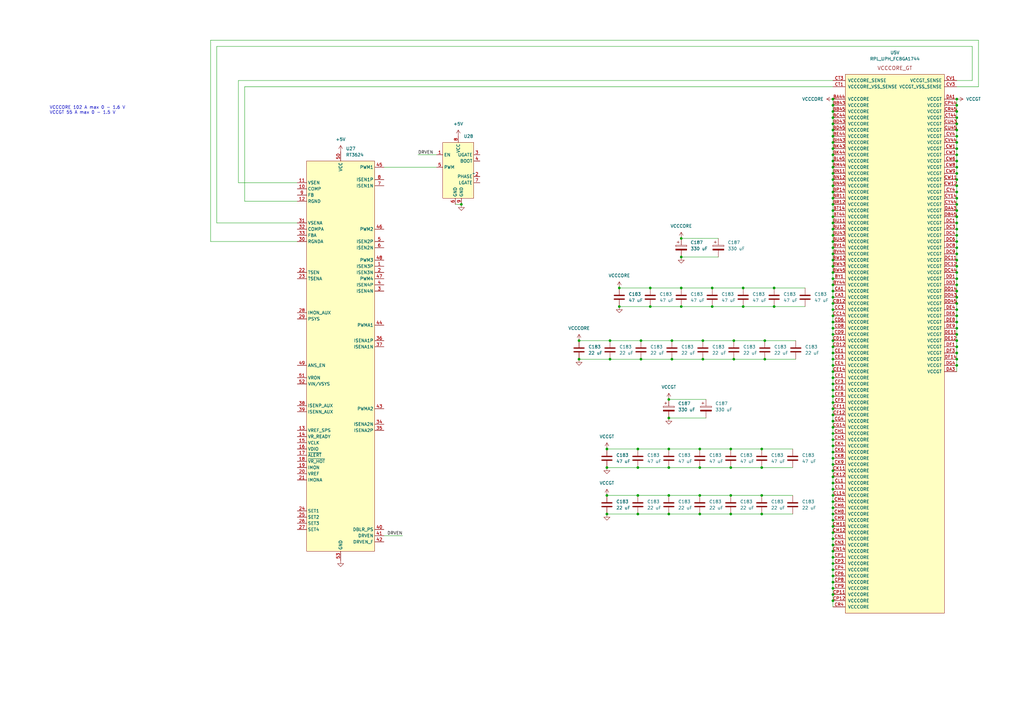
<source format=kicad_sch>
(kicad_sch (version 20230121) (generator eeschema)
  (paper "A3")
  (lib_symbols
    (symbol "Device:C" (pin_numbers hide) (pin_names (offset 0.254))
      (property "Reference" "C" (at 0.635 2.54 0))
      (property "Value" "C" (at 0.635 -2.54 0))
      (symbol "C_1_1"
        (pin passive line (at 0 3.81 270) (length 2.794) (name "~") (number "1"))
        (pin passive line (at 0 -3.81 90) (length 2.794) (name "~") (number "2"))
      )
    )
    (symbol "Device:C_Polarized" (pin_numbers hide) (pin_names (offset 0.254))
      (property "Reference" "C" (at 0.635 2.54 0))
      (property "Value" "C_Polarized" (at 0.635 -2.54 0))
      (symbol "C_Polarized_1_1"
        (pin passive line (at 0 3.81 270) (length 2.794) (name "~") (number "1"))
        (pin passive line (at 0 -3.81 90) (length 2.794) (name "~") (number "2"))
      )
    )
    (symbol "local:RPL_UPH_FCBGA1744" (pin_names (offset 1.016))
      (property "Reference" "U" (at 1.27 19.05 0))
      (property "Value" "RPL_UPH_FCBGA1744" (at 1.27 16.51 0))
      (symbol "RPL_UPH_FCBGA1744_1_1"
        (text "CAMERA" (at 0 2.54 0) (effects (font (size 1.524 1.524))))
        (pin input line (at -25.4 -58.42 0) (length 5.08) (name "CSI_A_DN[1]/CSI_B_DN[2]") (number "A36"))
        (pin input line (at -25.4 -45.72 0) (length 5.08) (name "CSI_B_DN[0]") (number "A38"))
        (pin unspecified line (at -25.4 -73.66 0) (length 5.08) (name "CSI_RCOMP") (number "A55"))
        (pin input line (at -25.4 -40.64 0) (length 5.08) (name "CSI_B_DN[1]") (number "AA41"))
        (pin input line (at -25.4 -5.08 0) (length 5.08) (name "CSI_D_DN[1]/CSI_C_DN[2]") (number "AB41"))
        (pin input line (at -25.4 -2.54 0) (length 5.08) (name "CSI_D_DP[1]/CSI_C_DP[2]") (number "AD41"))
        (pin input line (at -25.4 -10.16 0) (length 5.08) (name "CSI_D_DN[0]/CSI_C_DN[3]") (number "AF41"))
        (pin input line (at -25.4 -7.62 0) (length 5.08) (name "CSI_D_DP[0]/CSI_C_DP[3]") (number "AG41"))
        (pin unspecified line (at -25.4 -76.2 0) (length 5.08) (name "CSI_RCOMP") (number "B54"))
        (pin input line (at -25.4 -55.88 0) (length 5.08) (name "CSI_A_DP[1]/CSI_B_DP[2]") (number "C36"))
        (pin input line (at -25.4 -43.18 0) (length 5.08) (name "CSI_B_DP[0]") (number "C38"))
        (pin input line (at -25.4 -63.5 0) (length 5.08) (name "CSI_A_DN[0]/CSI_B_DN[3]") (number "E37"))
        (pin input line (at -25.4 -66.04 0) (length 5.08) (name "CSI_A_CLK_P") (number "F36"))
        (pin input line (at -25.4 -50.8 0) (length 5.08) (name "CSI_B_CLK_N") (number "F39"))
        (pin input line (at -25.4 -68.58 0) (length 5.08) (name "CSI_A_CLK_N") (number "G36"))
        (pin input line (at -25.4 -60.96 0) (length 5.08) (name "CSI_A_DP[0]/CSI_B_DP[3]") (number "G37"))
        (pin input line (at -25.4 -48.26 0) (length 5.08) (name "CSI_B_CLK_P") (number "G39"))
        (pin input line (at -25.4 -12.7 0) (length 5.08) (name "CSI_D_CLK_P") (number "J41"))
        (pin input line (at -25.4 -30.48 0) (length 5.08) (name "CSI_C_CLK_P") (number "J44"))
        (pin input line (at -25.4 -33.02 0) (length 5.08) (name "CSI_C_CLK_N") (number "K44"))
        (pin input line (at -25.4 -15.24 0) (length 5.08) (name "CSI_D_CLK_N") (number "L41"))
        (pin input line (at -25.4 -22.86 0) (length 5.08) (name "CSI_C_DN[1]") (number "M44"))
        (pin input line (at -25.4 -27.94 0) (length 5.08) (name "CSI_C_DN[0]") (number "P41"))
        (pin input line (at -25.4 -20.32 0) (length 5.08) (name "CSI_C_DP[1]") (number "P44"))
        (pin input line (at -25.4 -25.4 0) (length 5.08) (name "CSI_C_DP[0]") (number "T41"))
        (pin input line (at -25.4 -38.1 0) (length 5.08) (name "CSI_B_DP[1]") (number "W41"))
      )
      (symbol "RPL_UPH_FCBGA1744_2_1"
        (text "CFG" (at 0 2.54 0) (effects (font (size 1.524 1.524))))
        (pin bidirectional line (at 25.4 -17.78 180) (length 5.08) (name "CFG[2]") (number "AA12"))
        (pin bidirectional line (at 25.4 -22.86 180) (length 5.08) (name "CFG[0]") (number "AA16"))
        (pin bidirectional line (at 25.4 -15.24 180) (length 5.08) (name "CFG[3]") (number "AC12"))
        (pin bidirectional line (at 25.4 -12.7 180) (length 5.08) (name "CFG[4]") (number "AD11"))
        (pin bidirectional line (at 25.4 -20.32 180) (length 5.08) (name "CFG[1]") (number "AD16"))
        (pin bidirectional line (at -25.4 -5.08 0) (length 5.08) (name "CFG[16]") (number "AF17"))
        (pin bidirectional line (at -25.4 -20.32 0) (length 5.08) (name "CFG[10]") (number "AF20"))
        (pin bidirectional line (at -25.4 -2.54 0) (length 5.08) (name "CFG[17]") (number "AF22"))
        (pin bidirectional line (at -25.4 -12.7 0) (length 5.08) (name "CFG[13]") (number "AF35"))
        (pin bidirectional line (at -25.4 -7.62 0) (length 5.08) (name "CFG[15]") (number "AF37"))
        (pin bidirectional line (at 25.4 -10.16 180) (length 5.08) (name "CFG[5]") (number "AG15"))
        (pin bidirectional line (at 25.4 -7.62 180) (length 5.08) (name "CFG[6]") (number "AH17"))
        (pin bidirectional line (at -25.4 -22.86 0) (length 5.08) (name "CFG[9]") (number "AH22"))
        (pin bidirectional line (at -25.4 -17.78 0) (length 5.08) (name "CFG[11]") (number "AH25"))
        (pin bidirectional line (at -25.4 -10.16 0) (length 5.08) (name "CFG[14]") (number "AH35"))
        (pin bidirectional line (at -25.4 -15.24 0) (length 5.08) (name "CFG[12]") (number "AH37"))
        (pin bidirectional line (at 25.4 -5.08 180) (length 5.08) (name "CFG[7]") (number "AJ15"))
        (pin bidirectional line (at 25.4 -2.54 180) (length 5.08) (name "CFG[8]") (number "AK17"))
        (pin unspecified line (at 25.4 -25.4 180) (length 5.08) (name "CFG_RCOMP") (number "F8"))
      )
      (symbol "RPL_UPH_FCBGA1744_3_1"
        (text "CNVI" (at 0 2.54 0) (effects (font (size 1.524 1.524))))
        (pin output line (at -25.4 -45.72 0) (length 5.08) (name "GPP_F5/MODEM_CLKREQ/CRF_XTAL_CLKREQ") (number "EF36"))
        (pin output line (at -25.4 -58.42 0) (length 5.08) (name "GPP_F0/CNV_BRI_DT/UART2_RTS#") (number "EH33"))
        (pin input line (at -25.4 -43.18 0) (length 5.08) (name "GPP_F6/CNV_PA_BLANKING") (number "EH36"))
        (pin input line (at -25.4 -55.88 0) (length 5.08) (name "GPP_F1/CNV_BRI_RSP/UART2_RXD") (number "EK33"))
        (pin input line (at -25.4 -40.64 0) (length 5.08) (name "GPP_H8/I2C4_SDA/CNV_MFUART2_RXD") (number "EL43"))
        (pin output line (at -25.4 -53.34 0) (length 5.08) (name "GPP_F2/CNV_RGI_DT/UART2_TXD") (number "EN31"))
        (pin input line (at -25.4 -38.1 0) (length 5.08) (name "GPP_H9/I2C4_SCL/CNV_MFUART2_TXD") (number "EN43"))
        (pin input line (at -25.4 -50.8 0) (length 5.08) (name "GPP_F3/CNV_RGI_RSP/UART2_CTS#") (number "ER31"))
        (pin output line (at -25.4 -48.26 0) (length 5.08) (name "GPP_F4/CNV_RF_RESET#") (number "ET31"))
        (pin input line (at -25.4 -20.32 0) (length 5.08) (name "CNV_WR_D1P") (number "EV40"))
        (pin output line (at -25.4 -7.62 0) (length 5.08) (name "CNV_WT_D0P") (number "EV43"))
        (pin output line (at -25.4 -12.7 0) (length 5.08) (name "CNV_WT_CLKP") (number "EV47"))
        (pin input line (at -25.4 -25.4 0) (length 5.08) (name "CNV_WR_D0P") (number "EW42"))
        (pin input line (at -25.4 -22.86 0) (length 5.08) (name "CNV_WR_D1N") (number "EY40"))
        (pin input line (at -25.4 -27.94 0) (length 5.08) (name "CNV_WR_D0N") (number "EY42"))
        (pin output line (at -25.4 -10.16 0) (length 5.08) (name "CNV_WT_D0N") (number "EY43"))
        (pin output line (at -25.4 -15.24 0) (length 5.08) (name "CNV_WT_CLKN") (number "EY47"))
        (pin input line (at -25.4 -30.48 0) (length 5.08) (name "CNV_WR_CLKP") (number "FA43"))
        (pin output line (at -25.4 -5.08 0) (length 5.08) (name "CNV_WT_D1N") (number "FA46"))
        (pin unspecified line (at -25.4 -17.78 0) (length 5.08) (name "CNV_WT_RCOMP") (number "FC40"))
        (pin input line (at -25.4 -33.02 0) (length 5.08) (name "CNV_WR_CLKN") (number "FC43"))
        (pin output line (at -25.4 -2.54 0) (length 5.08) (name "CNV_WT_D1P") (number "FC46"))
      )
      (symbol "RPL_UPH_FCBGA1744_4_1"
        (text "DDI" (at 0 2.54 0) (effects (font (size 1.524 1.524))))
        (pin output line (at -25.4 -25.4 0) (length 5.08) (name "DDIA_TXP[2]") (number "AA1"))
        (pin output line (at -25.4 -35.56 0) (length 5.08) (name "DDIA_TXN[3]") (number "AA3"))
        (pin output line (at -25.4 -27.94 0) (length 5.08) (name "DDIA_TXN[2]") (number "AB1"))
        (pin output line (at -25.4 -17.78 0) (length 5.08) (name "DDIA_TXP[1]") (number "AB3"))
        (pin output line (at -25.4 -12.7 0) (length 5.08) (name "DDIA_TXN[0]") (number "AD1"))
        (pin output line (at -25.4 -20.32 0) (length 5.08) (name "DDIA_TXN[1]") (number "AD3"))
        (pin bidirectional line (at -25.4 -66.04 0) (length 5.08) (name "DDIB_AUXP") (number "AE6"))
        (pin bidirectional line (at -25.4 -68.58 0) (length 5.08) (name "DDIB_AUXN") (number "AE8"))
        (pin output line (at -25.4 -10.16 0) (length 5.08) (name "DDIA_TXP[0]") (number "AF1"))
        (pin bidirectional line (at -25.4 -2.54 0) (length 5.08) (name "DDIA_AUXP") (number "AF3"))
        (pin output line (at -25.4 -111.76 0) (length 5.08) (name "DISP_UTILS_2") (number "AF32"))
        (pin bidirectional line (at -25.4 -5.08 0) (length 5.08) (name "DDIA_AUXN") (number "AG3"))
        (pin output line (at -25.4 -73.66 0) (length 5.08) (name "DDIB_TXP[0]") (number "AH6"))
        (pin output line (at -25.4 -76.2 0) (length 5.08) (name "DDIB_TXN[0]") (number "AH8"))
        (pin unspecified line (at -25.4 -48.26 0) (length 5.08) (name "DDIA_RCOMP") (number "AJ1"))
        (pin output line (at -25.4 -81.28 0) (length 5.08) (name "DDIB_TXP[1]") (number "AK6"))
        (pin output line (at -25.4 -83.82 0) (length 5.08) (name "DDIB_TXN[1]") (number "AK8"))
        (pin unspecified line (at -25.4 -116.84 0) (length 5.08) (name "DDIB_RCOMP") (number "AL1"))
        (pin output line (at -25.4 -88.9 0) (length 5.08) (name "DDIB_TXP[2]") (number "AM6"))
        (pin output line (at -25.4 -91.44 0) (length 5.08) (name "DDIB_TXN[2]") (number "AM8"))
        (pin output line (at -25.4 -96.52 0) (length 5.08) (name "DDIB_TXP[3]") (number "AP6"))
        (pin output line (at -25.4 -99.06 0) (length 5.08) (name "DDIB_TXN[3]") (number "AP8"))
        (pin output line (at -25.4 -114.3 0) (length 5.08) (name "DISP_UTILS_1") (number "DJ1"))
        (pin input line (at -25.4 -109.22 0) (length 5.08) (name "GPP_A18/DDSP_HPDB/DISP_MISCB") (number "EB47"))
        (pin bidirectional line (at -25.4 -106.68 0) (length 5.08) (name "GPP_H15/DDPB_CTRLCLK/PCIE_LINK_DOWN") (number "EK46"))
        (pin output line (at -25.4 -43.18 0) (length 5.08) (name "eDP_BKLTCTL") (number "EL21"))
        (pin bidirectional line (at -25.4 -104.14 0) (length 5.08) (name "GPP_H17/DDPB_CTRLDATA") (number "EL46"))
        (pin output line (at -25.4 -45.72 0) (length 5.08) (name "eDP_BKLTEN") (number "EN21"))
        (pin output line (at -25.4 -40.64 0) (length 5.08) (name "GPP_E14/DDSP_HPDA/DISP_MISC_A") (number "EV25"))
        (pin output line (at -25.4 -33.02 0) (length 5.08) (name "DDIA_TXP[3]") (number "W3"))
      )
      (symbol "RPL_UPH_FCBGA1744_5_1"
        (text "DDR_A" (at 0 2.54 0) (effects (font (size 1.524 1.524))))
        (pin input line (at 25.4 -170.18 180) (length 5.08) (name "DDR0_ALERT#") (number "BF61"))
        (pin output line (at 25.4 -172.72 180) (length 5.08) (name "DDR0_VREF_CA0") (number "BG60"))
        (pin bidirectional line (at 25.4 -101.6 180) (length 5.08) (name "DDR1_DQ[3][6]") (number "BJ47"))
        (pin bidirectional line (at 25.4 -104.14 180) (length 5.08) (name "DDR1_DQ[3][7]") (number "BJ50"))
        (pin bidirectional line (at 25.4 -96.52 180) (length 5.08) (name "DDR1_DQ[3][4]") (number "BK53"))
        (pin bidirectional line (at -25.4 -101.6 0) (length 5.08) (name "DDR1_DQ[1][6]") (number "BK57"))
        (pin bidirectional line (at -25.4 -96.52 0) (length 5.08) (name "DDR1_DQ[1][4]") (number "BK60"))
        (pin bidirectional line (at 25.4 -99.06 180) (length 5.08) (name "DDR1_DQ[3][5]") (number "BL48"))
        (pin bidirectional line (at 25.4 -109.22 180) (length 5.08) (name "DDR1_DQSN[3]") (number "BL51"))
        (pin bidirectional line (at -25.4 -99.06 0) (length 5.08) (name "DDR1_DQ[1][5]") (number "BL56"))
        (pin bidirectional line (at -25.4 -104.14 0) (length 5.08) (name "DDR1_DQ[1][7]") (number "BL58"))
        (pin bidirectional line (at -25.4 -106.68 0) (length 5.08) (name "DDR1_DQSP[1]") (number "BL61"))
        (pin bidirectional line (at 25.4 -91.44 180) (length 5.08) (name "DDR1_DQ[3][2]") (number "BN48"))
        (pin bidirectional line (at 25.4 -106.68 180) (length 5.08) (name "DDR1_DQSP[3]") (number "BN51"))
        (pin bidirectional line (at -25.4 -91.44 0) (length 5.08) (name "DDR1_DQ[1][2]") (number "BN56"))
        (pin bidirectional line (at -25.4 -86.36 0) (length 5.08) (name "DDR1_DQ[1][0]") (number "BN58"))
        (pin bidirectional line (at -25.4 -109.22 0) (length 5.08) (name "DDR1_DQSN[1]") (number "BN61"))
        (pin bidirectional line (at 25.4 -88.9 180) (length 5.08) (name "DDR1_DQ[3][1]") (number "BP47"))
        (pin bidirectional line (at 25.4 -86.36 180) (length 5.08) (name "DDR1_DQ[3][0]") (number "BP50"))
        (pin bidirectional line (at 25.4 -93.98 180) (length 5.08) (name "DDR1_DQ[3][3]") (number "BP53"))
        (pin bidirectional line (at -25.4 -88.9 0) (length 5.08) (name "DDR1_DQ[1][1]") (number "BP57"))
        (pin bidirectional line (at -25.4 -93.98 0) (length 5.08) (name "DDR1_DQ[1][3]") (number "BP60"))
        (pin bidirectional line (at 25.4 -73.66 180) (length 5.08) (name "DDR1_DQ[2][6]") (number "BT47"))
        (pin bidirectional line (at 25.4 -76.2 180) (length 5.08) (name "DDR1_DQ[2][7]") (number "BT50"))
        (pin bidirectional line (at 25.4 -68.58 180) (length 5.08) (name "DDR1_DQ[2][4]") (number "BT53"))
        (pin bidirectional line (at -25.4 -73.66 0) (length 5.08) (name "DDR1_DQ[0][6]") (number "BT57"))
        (pin bidirectional line (at -25.4 -68.58 0) (length 5.08) (name "DDR1_DQ[0][4]") (number "BT60"))
        (pin bidirectional line (at 25.4 -71.12 180) (length 5.08) (name "DDR1_DQ[2][5]") (number "BU48"))
        (pin bidirectional line (at 25.4 -81.28 180) (length 5.08) (name "DDR1_DQSN[2]") (number "BU51"))
        (pin bidirectional line (at -25.4 -71.12 0) (length 5.08) (name "DDR1_DQ[0][5]") (number "BU56"))
        (pin bidirectional line (at -25.4 -76.2 0) (length 5.08) (name "DDR1_DQ[0][7]") (number "BU58"))
        (pin bidirectional line (at -25.4 -78.74 0) (length 5.08) (name "DDR1_DQSP[0]") (number "BU61"))
        (pin bidirectional line (at 25.4 -63.5 180) (length 5.08) (name "DDR1_DQ[2][2]") (number "BW48"))
        (pin bidirectional line (at 25.4 -78.74 180) (length 5.08) (name "DDR1_DQSP[2]") (number "BW51"))
        (pin bidirectional line (at -25.4 -63.5 0) (length 5.08) (name "DDR1_DQ[0][2]") (number "BW56"))
        (pin bidirectional line (at -25.4 -58.42 0) (length 5.08) (name "DDR1_DQ[0][0]") (number "BW58"))
        (pin bidirectional line (at -25.4 -81.28 0) (length 5.08) (name "DDR1_DQSN[0]") (number "BW61"))
        (pin bidirectional line (at 25.4 -58.42 180) (length 5.08) (name "DDR1_DQ[2][0]") (number "BY50"))
        (pin bidirectional line (at 25.4 -66.04 180) (length 5.08) (name "DDR1_DQ[2][3]") (number "BY53"))
        (pin bidirectional line (at -25.4 -60.96 0) (length 5.08) (name "DDR1_DQ[0][1]") (number "BY57"))
        (pin bidirectional line (at -25.4 -66.04 0) (length 5.08) (name "DDR1_DQ[0][3]") (number "BY60"))
        (pin bidirectional line (at 25.4 -60.96 180) (length 5.08) (name "DDR1_DQ[2][1]") (number "CA47"))
        (pin output line (at 25.4 -162.56 180) (length 5.08) (name "DDR1_CS[0]") (number "CC47"))
        (pin output line (at 25.4 -129.54 180) (length 5.08) (name "DDR1_CA[1]") (number "CC50"))
        (pin output line (at 25.4 -165.1 180) (length 5.08) (name "DDR1_CS[1]") (number "CC53"))
        (pin output line (at 25.4 -121.92 180) (length 5.08) (name "DDR1_CLK_N[1]") (number "CD48"))
        (pin output line (at 25.4 -119.38 180) (length 5.08) (name "DDR1_CLK_P[1]") (number "CD49"))
        (pin output line (at 25.4 -127 180) (length 5.08) (name "DDR1_CA[0]") (number "CE53"))
        (pin output line (at 25.4 -137.16 180) (length 5.08) (name "DDR1_CA[4]") (number "CE60"))
        (pin output line (at 25.4 -132.08 180) (length 5.08) (name "DDR1_CA[2]") (number "CF56"))
        (pin output line (at 25.4 -116.84 180) (length 5.08) (name "DDR1_CLK_N[0]") (number "CF61"))
        (pin output line (at 25.4 -142.24 180) (length 5.08) (name "DDR1_CA[6]") (number "CH46"))
        (pin output line (at 25.4 -134.62 180) (length 5.08) (name "DDR1_CA[3]") (number "CH48"))
        (pin output line (at 25.4 -157.48 180) (length 5.08) (name "DDR1_CA[12]") (number "CH56"))
        (pin output line (at 25.4 -144.78 180) (length 5.08) (name "DDR1_CA[7]") (number "CH58"))
        (pin output line (at 25.4 -114.3 180) (length 5.08) (name "DDR1_CLK_P[0]") (number "CH61"))
        (pin output line (at 25.4 -139.7 180) (length 5.08) (name "DDR1_CA[5]") (number "CJ50"))
        (pin output line (at 25.4 -152.4 180) (length 5.08) (name "DDR1_CA[10]") (number "CJ53"))
        (pin output line (at 25.4 -149.86 180) (length 5.08) (name "DDR1_CA[9]") (number "CJ57"))
        (pin output line (at 25.4 -154.94 180) (length 5.08) (name "DDR1_CA[11]") (number "CJ60"))
        (pin output line (at 25.4 -147.32 180) (length 5.08) (name "DDR1_CA[8]") (number "CK47"))
        (pin output line (at -25.4 -152.4 0) (length 5.08) (name "DDR0_CA[10]") (number "CM47"))
        (pin output line (at -25.4 -142.24 0) (length 5.08) (name "DDR0_CA[6]") (number "CM50"))
        (pin output line (at -25.4 -147.32 0) (length 5.08) (name "DDR0_CA[8]") (number "CM53"))
        (pin output line (at -25.4 -121.92 0) (length 5.08) (name "DDR0_CLK_N[1]") (number "CN48"))
        (pin output line (at -25.4 -119.38 0) (length 5.08) (name "DDR0_CLK_P[1]") (number "CN49"))
        (pin output line (at -25.4 -154.94 0) (length 5.08) (name "DDR0_CA[11]") (number "CP53"))
        (pin output line (at -25.4 -149.86 0) (length 5.08) (name "DDR0_CA[9]") (number "CP60"))
        (pin output line (at -25.4 -157.48 0) (length 5.08) (name "DDR0_CA[12]") (number "CR56"))
        (pin output line (at -25.4 -116.84 0) (length 5.08) (name "DDR0_CLK_N[0]") (number "CR61"))
        (pin output line (at -25.4 -144.78 0) (length 5.08) (name "DDR0_CA[7]") (number "CT46"))
        (pin output line (at -25.4 -139.7 0) (length 5.08) (name "DDR0_CA[5]") (number "CU48"))
        (pin output line (at -25.4 -129.54 0) (length 5.08) (name "DDR0_CA[1]") (number "CU56"))
        (pin output line (at -25.4 -127 0) (length 5.08) (name "DDR0_CA[0]") (number "CU58"))
        (pin output line (at -25.4 -114.3 0) (length 5.08) (name "DDR0_CLK_P[0]") (number "CU61"))
        (pin output line (at -25.4 -137.16 0) (length 5.08) (name "DDR0_CA[4]") (number "CV50"))
        (pin output line (at -25.4 -134.62 0) (length 5.08) (name "DDR0_CA[3]") (number "CV53"))
        (pin output line (at -25.4 -162.56 0) (length 5.08) (name "DDR0_CS[0]") (number "CV57"))
        (pin output line (at -25.4 -165.1 0) (length 5.08) (name "DDR0_CS[1]") (number "CV60"))
        (pin output line (at -25.4 -132.08 0) (length 5.08) (name "DDR0_CA[2]") (number "CW47"))
        (pin bidirectional line (at 25.4 -45.72 180) (length 5.08) (name "DDR0_DQ[3][6]") (number "CY47"))
        (pin bidirectional line (at 25.4 -48.26 180) (length 5.08) (name "DDR0_DQ[3][7]") (number "CY50"))
        (pin bidirectional line (at -25.4 -45.72 0) (length 5.08) (name "DDR0_DQ[1][6]") (number "CY57"))
        (pin bidirectional line (at -25.4 -40.64 0) (length 5.08) (name "DDR0_DQ[1][4]") (number "CY60"))
        (pin bidirectional line (at 25.4 -40.64 180) (length 5.08) (name "DDR0_DQ[3][4]") (number "DA53"))
        (pin bidirectional line (at -25.4 -48.26 0) (length 5.08) (name "DDR0_DQ[1][7]") (number "DA58"))
        (pin bidirectional line (at 25.4 -43.18 180) (length 5.08) (name "DDR0_DQ[3][5]") (number "DB48"))
        (pin bidirectional line (at 25.4 -53.34 180) (length 5.08) (name "DDR0_DQSN[3]") (number "DB51"))
        (pin bidirectional line (at -25.4 -43.18 0) (length 5.08) (name "DDR0_DQ[1][5]") (number "DB56"))
        (pin bidirectional line (at -25.4 -50.8 0) (length 5.08) (name "DDR0_DQSP[1]") (number "DB61"))
        (pin bidirectional line (at 25.4 -35.56 180) (length 5.08) (name "DDR0_DQ[3][2]") (number "DC48"))
        (pin bidirectional line (at 25.4 -50.8 180) (length 5.08) (name "DDR0_DQSP[3]") (number "DC51"))
        (pin bidirectional line (at -25.4 -53.34 0) (length 5.08) (name "DDR0_DQSN[1]") (number "DC61"))
        (pin bidirectional line (at -25.4 -35.56 0) (length 5.08) (name "DDR0_DQ[1][2]") (number "DD56"))
        (pin bidirectional line (at -25.4 -30.48 0) (length 5.08) (name "DDR0_DQ[1][0]") (number "DD58"))
        (pin bidirectional line (at 25.4 -33.02 180) (length 5.08) (name "DDR0_DQ[3][1]") (number "DE47"))
        (pin bidirectional line (at 25.4 -30.48 180) (length 5.08) (name "DDR0_DQ[3][0]") (number "DE50"))
        (pin bidirectional line (at 25.4 -38.1 180) (length 5.08) (name "DDR0_DQ[3][3]") (number "DE53"))
        (pin bidirectional line (at -25.4 -33.02 0) (length 5.08) (name "DDR0_DQ[1][1]") (number "DE57"))
        (pin bidirectional line (at -25.4 -38.1 0) (length 5.08) (name "DDR0_DQ[1][3]") (number "DE60"))
        (pin bidirectional line (at 25.4 -17.78 180) (length 5.08) (name "DDR0_DQ[2][6]") (number "DG47"))
        (pin bidirectional line (at 25.4 -20.32 180) (length 5.08) (name "DDR0_DQ[2][7]") (number "DG50"))
        (pin bidirectional line (at 25.4 -12.7 180) (length 5.08) (name "DDR0_DQ[2][4]") (number "DG53"))
        (pin bidirectional line (at -25.4 -17.78 0) (length 5.08) (name "DDR0_DQ[0][6]") (number "DG57"))
        (pin bidirectional line (at -25.4 -12.7 0) (length 5.08) (name "DDR0_DQ[0][4]") (number "DG60"))
        (pin bidirectional line (at 25.4 -15.24 180) (length 5.08) (name "DDR0_DQ[2][5]") (number "DH48"))
        (pin bidirectional line (at 25.4 -25.4 180) (length 5.08) (name "DDR0_DQSN[2]") (number "DH51"))
        (pin bidirectional line (at -25.4 -15.24 0) (length 5.08) (name "DDR0_DQ[0][5]") (number "DH56"))
        (pin bidirectional line (at -25.4 -20.32 0) (length 5.08) (name "DDR0_DQ[0][7]") (number "DH58"))
        (pin bidirectional line (at -25.4 -22.86 0) (length 5.08) (name "DDR0_DQSP[0]") (number "DH61"))
        (pin bidirectional line (at 25.4 -7.62 180) (length 5.08) (name "DDR0_DQ[2][2]") (number "DK48"))
        (pin bidirectional line (at 25.4 -22.86 180) (length 5.08) (name "DDR0_DQSP[2]") (number "DK51"))
        (pin bidirectional line (at -25.4 -7.62 0) (length 5.08) (name "DDR0_DQ[0][2]") (number "DK56"))
        (pin bidirectional line (at -25.4 -2.54 0) (length 5.08) (name "DDR0_DQ[0][0]") (number "DK58"))
        (pin bidirectional line (at -25.4 -25.4 0) (length 5.08) (name "DDR0_DQSN[0]") (number "DK61"))
        (pin bidirectional line (at 25.4 -2.54 180) (length 5.08) (name "DDR0_DQ[2][0]") (number "DL50"))
        (pin bidirectional line (at 25.4 -10.16 180) (length 5.08) (name "DDR0_DQ[2][3]") (number "DL53"))
        (pin bidirectional line (at -25.4 -5.08 0) (length 5.08) (name "DDR0_DQ[0][1]") (number "DL57"))
        (pin bidirectional line (at -25.4 -10.16 0) (length 5.08) (name "DDR0_DQ[0][3]") (number "DL60"))
        (pin bidirectional line (at 25.4 -5.08 180) (length 5.08) (name "DDR0_DQ[2][1]") (number "DM47"))
      )
      (symbol "RPL_UPH_FCBGA1744_6_1"
        (text "DDR_B" (at 0 2.54 0) (effects (font (size 1.524 1.524))))
        (pin bidirectional line (at 25.4 -50.8 180) (length 5.08) (name "DDR3_DQSP[1]") (number "A43"))
        (pin bidirectional line (at 25.4 -53.34 180) (length 5.08) (name "DDR3_DQSN[1]") (number "A44"))
        (pin bidirectional line (at 25.4 -22.86 180) (length 5.08) (name "DDR3_DQSP[0]") (number "A49"))
        (pin bidirectional line (at 25.4 -25.4 180) (length 5.08) (name "DDR3_DQSN[0]") (number "A51"))
        (pin output line (at -25.4 -142.24 0) (length 5.08) (name "DDR3_CA[6]") (number "AA46"))
        (pin output line (at -25.4 -134.62 0) (length 5.08) (name "DDR3_CA[3]") (number "AA48"))
        (pin output line (at -25.4 -157.48 0) (length 5.08) (name "DDR3_CA[12]") (number "AB56"))
        (pin output line (at -25.4 -144.78 0) (length 5.08) (name "DDR3_CA[7]") (number "AB58"))
        (pin output line (at -25.4 -114.3 0) (length 5.08) (name "DDR3_CLK_P[0]") (number "AB61"))
        (pin output line (at -25.4 -147.32 0) (length 5.08) (name "DDR3_CA[8]") (number "AC47"))
        (pin output line (at -25.4 -139.7 0) (length 5.08) (name "DDR3_CA[5]") (number "AC50"))
        (pin output line (at -25.4 -152.4 0) (length 5.08) (name "DDR3_CA[10]") (number "AC53"))
        (pin output line (at -25.4 -149.86 0) (length 5.08) (name "DDR3_CA[9]") (number "AC57"))
        (pin output line (at -25.4 -154.94 0) (length 5.08) (name "DDR3_CA[11]") (number "AC60"))
        (pin output line (at 25.4 -152.4 180) (length 5.08) (name "DDR2_CA[10]") (number "AE47"))
        (pin output line (at 25.4 -142.24 180) (length 5.08) (name "DDR2_CA[6]") (number "AE50"))
        (pin output line (at 25.4 -147.32 180) (length 5.08) (name "DDR2_CA[8]") (number "AE53"))
        (pin output line (at 25.4 -121.92 180) (length 5.08) (name "DDR2_CLK_N[1]") (number "AG48"))
        (pin output line (at 25.4 -119.38 180) (length 5.08) (name "DDR2_CLK_P[1]") (number "AG49"))
        (pin output line (at 25.4 -154.94 180) (length 5.08) (name "DDR2_CA[11]") (number "AH53"))
        (pin output line (at 25.4 -149.86 180) (length 5.08) (name "DDR2_CA[9]") (number "AH60"))
        (pin output line (at 25.4 -157.48 180) (length 5.08) (name "DDR2_CA[12]") (number "AJ56"))
        (pin output line (at 25.4 -116.84 180) (length 5.08) (name "DDR2_CLK_N[0]") (number "AJ61"))
        (pin output line (at 25.4 -144.78 180) (length 5.08) (name "DDR2_CA[7]") (number "AK46"))
        (pin output line (at 25.4 -139.7 180) (length 5.08) (name "DDR2_CA[5]") (number "AK48"))
        (pin output line (at 25.4 -129.54 180) (length 5.08) (name "DDR2_CA[1]") (number "AL56"))
        (pin output line (at 25.4 -127 180) (length 5.08) (name "DDR2_CA[0]") (number "AL58"))
        (pin output line (at 25.4 -114.3 180) (length 5.08) (name "DDR2_CLK_P[0]") (number "AL61"))
        (pin output line (at 25.4 -132.08 180) (length 5.08) (name "DDR2_CA[2]") (number "AM47"))
        (pin output line (at 25.4 -137.16 180) (length 5.08) (name "DDR2_CA[4]") (number "AM50"))
        (pin output line (at 25.4 -134.62 180) (length 5.08) (name "DDR2_CA[3]") (number "AM53"))
        (pin output line (at 25.4 -165.1 180) (length 5.08) (name "DDR2_CS[1]") (number "AM57"))
        (pin output line (at 25.4 -162.56 180) (length 5.08) (name "DDR2_CS[0]") (number "AM60"))
        (pin bidirectional line (at -25.4 -101.6 0) (length 5.08) (name "DDR2_DQ[3][6]") (number "AP47"))
        (pin bidirectional line (at -25.4 -104.14 0) (length 5.08) (name "DDR2_DQ[3][7]") (number "AP50"))
        (pin bidirectional line (at -25.4 -96.52 0) (length 5.08) (name "DDR2_DQ[3][4]") (number "AP53"))
        (pin bidirectional line (at -25.4 -45.72 0) (length 5.08) (name "DDR2_DQ[1][6]") (number "AP57"))
        (pin bidirectional line (at -25.4 -40.64 0) (length 5.08) (name "DDR2_DQ[1][4]") (number "AP60"))
        (pin bidirectional line (at -25.4 -99.06 0) (length 5.08) (name "DDR2_DQ[3][5]") (number "AR48"))
        (pin bidirectional line (at -25.4 -109.22 0) (length 5.08) (name "DDR2_DQSN[3]") (number "AR51"))
        (pin bidirectional line (at -25.4 -43.18 0) (length 5.08) (name "DDR2_DQ[1][5]") (number "AR56"))
        (pin bidirectional line (at -25.4 -48.26 0) (length 5.08) (name "DDR2_DQ[1][7]") (number "AR58"))
        (pin bidirectional line (at -25.4 -50.8 0) (length 5.08) (name "DDR2_DQSP[1]") (number "AR61"))
        (pin bidirectional line (at -25.4 -91.44 0) (length 5.08) (name "DDR2_DQ[3][2]") (number "AU48"))
        (pin bidirectional line (at -25.4 -106.68 0) (length 5.08) (name "DDR2_DQSP[3]") (number "AU51"))
        (pin bidirectional line (at -25.4 -35.56 0) (length 5.08) (name "DDR2_DQ[1][2]") (number "AU56"))
        (pin bidirectional line (at -25.4 -30.48 0) (length 5.08) (name "DDR2_DQ[1][0]") (number "AU58"))
        (pin bidirectional line (at -25.4 -53.34 0) (length 5.08) (name "DDR2_DQSN[1]") (number "AU61"))
        (pin bidirectional line (at -25.4 -86.36 0) (length 5.08) (name "DDR2_DQ[3][0]") (number "AV50"))
        (pin bidirectional line (at -25.4 -93.98 0) (length 5.08) (name "DDR2_DQ[3][3]") (number "AV53"))
        (pin bidirectional line (at -25.4 -33.02 0) (length 5.08) (name "DDR2_DQ[1][1]") (number "AV57"))
        (pin bidirectional line (at -25.4 -38.1 0) (length 5.08) (name "DDR2_DQ[1][3]") (number "AV60"))
        (pin bidirectional line (at -25.4 -88.9 0) (length 5.08) (name "DDR2_DQ[3][1]") (number "AW47"))
        (pin bidirectional line (at -25.4 -73.66 0) (length 5.08) (name "DDR2_DQ[2][6]") (number "AY47"))
        (pin bidirectional line (at 25.4 -40.64 180) (length 5.08) (name "DDR3_DQ[1][4]") (number "B41"))
        (pin bidirectional line (at 25.4 -38.1 180) (length 5.08) (name "DDR3_DQ[1][3]") (number "B46"))
        (pin bidirectional line (at 25.4 -12.7 180) (length 5.08) (name "DDR3_DQ[0][4]") (number "B48"))
        (pin bidirectional line (at 25.4 -10.16 180) (length 5.08) (name "DDR3_DQ[0][3]") (number "B52"))
        (pin bidirectional line (at -25.4 -76.2 0) (length 5.08) (name "DDR2_DQ[2][7]") (number "BA50"))
        (pin bidirectional line (at -25.4 -68.58 0) (length 5.08) (name "DDR2_DQ[2][4]") (number "BA53"))
        (pin bidirectional line (at -25.4 -17.78 0) (length 5.08) (name "DDR2_DQ[0][6]") (number "BA57"))
        (pin bidirectional line (at -25.4 -12.7 0) (length 5.08) (name "DDR2_DQ[0][4]") (number "BA60"))
        (pin bidirectional line (at -25.4 -71.12 0) (length 5.08) (name "DDR2_DQ[2][5]") (number "BB48"))
        (pin bidirectional line (at -25.4 -81.28 0) (length 5.08) (name "DDR2_DQSN[2]") (number "BB51"))
        (pin bidirectional line (at -25.4 -15.24 0) (length 5.08) (name "DDR2_DQ[0][5]") (number "BB56"))
        (pin bidirectional line (at -25.4 -20.32 0) (length 5.08) (name "DDR2_DQ[0][7]") (number "BB58"))
        (pin bidirectional line (at -25.4 -22.86 0) (length 5.08) (name "DDR2_DQSP[0]") (number "BB61"))
        (pin bidirectional line (at -25.4 -63.5 0) (length 5.08) (name "DDR2_DQ[2][2]") (number "BD48"))
        (pin bidirectional line (at -25.4 -78.74 0) (length 5.08) (name "DDR2_DQSP[2]") (number "BD51"))
        (pin bidirectional line (at -25.4 -7.62 0) (length 5.08) (name "DDR2_DQ[0][2]") (number "BD56"))
        (pin bidirectional line (at -25.4 -2.54 0) (length 5.08) (name "DDR2_DQ[0][0]") (number "BD58"))
        (pin bidirectional line (at -25.4 -25.4 0) (length 5.08) (name "DDR2_DQSN[0]") (number "BD61"))
        (pin bidirectional line (at -25.4 -60.96 0) (length 5.08) (name "DDR2_DQ[2][1]") (number "BE47"))
        (pin bidirectional line (at -25.4 -58.42 0) (length 5.08) (name "DDR2_DQ[2][0]") (number "BE50"))
        (pin bidirectional line (at -25.4 -66.04 0) (length 5.08) (name "DDR2_DQ[2][3]") (number "BE53"))
        (pin bidirectional line (at -25.4 -5.08 0) (length 5.08) (name "DDR2_DQ[0][1]") (number "BE57"))
        (pin bidirectional line (at -25.4 -10.16 0) (length 5.08) (name "DDR2_DQ[0][3]") (number "BE60"))
        (pin output line (at 25.4 -172.72 180) (length 5.08) (name "DDR1_VREF_CA0") (number "BG55"))
        (pin input line (at 25.4 -170.18 180) (length 5.08) (name "DDR1_ALERT#") (number "BG57"))
        (pin bidirectional line (at 25.4 -45.72 180) (length 5.08) (name "DDR3_DQ[1][6]") (number "C42"))
        (pin bidirectional line (at 25.4 -30.48 180) (length 5.08) (name "DDR3_DQ[1][0]") (number "C45"))
        (pin bidirectional line (at 25.4 -20.32 180) (length 5.08) (name "DDR3_DQ[0][7]") (number "C49"))
        (pin bidirectional line (at 25.4 -2.54 180) (length 5.08) (name "DDR3_DQ[0][0]") (number "C51"))
        (pin bidirectional line (at 25.4 -48.26 180) (length 5.08) (name "DDR3_DQ[1][7]") (number "E41"))
        (pin bidirectional line (at 25.4 -33.02 180) (length 5.08) (name "DDR3_DQ[1][1]") (number "E46"))
        (pin bidirectional line (at 25.4 -17.78 180) (length 5.08) (name "DDR3_DQ[0][6]") (number "E48"))
        (pin bidirectional line (at 25.4 -5.08 180) (length 5.08) (name "DDR3_DQ[0][1]") (number "E52"))
        (pin bidirectional line (at 25.4 -43.18 180) (length 5.08) (name "DDR3_DQ[1][5]") (number "F43"))
        (pin bidirectional line (at 25.4 -35.56 180) (length 5.08) (name "DDR3_DQ[1][2]") (number "F44"))
        (pin bidirectional line (at 25.4 -15.24 180) (length 5.08) (name "DDR3_DQ[0][5]") (number "F49"))
        (pin bidirectional line (at 25.4 -7.62 180) (length 5.08) (name "DDR3_DQ[0][2]") (number "F51"))
        (pin bidirectional line (at 25.4 -99.06 180) (length 5.08) (name "DDR3_DQ[3][5]") (number "F54"))
        (pin bidirectional line (at 25.4 -101.6 180) (length 5.08) (name "DDR3_DQ[3][6]") (number "F58"))
        (pin bidirectional line (at 25.4 -93.98 180) (length 5.08) (name "DDR3_DQ[3][3]") (number "H56"))
        (pin bidirectional line (at 25.4 -104.14 180) (length 5.08) (name "DDR3_DQ[3][7]") (number "K50"))
        (pin bidirectional line (at 25.4 -91.44 180) (length 5.08) (name "DDR3_DQ[3][2]") (number "K53"))
        (pin bidirectional line (at 25.4 -73.66 180) (length 5.08) (name "DDR3_DQ[2][6]") (number "K57"))
        (pin bidirectional line (at 25.4 -68.58 180) (length 5.08) (name "DDR3_DQ[2][4]") (number "K60"))
        (pin bidirectional line (at 25.4 -96.52 180) (length 5.08) (name "DDR3_DQ[3][4]") (number "L48"))
        (pin bidirectional line (at 25.4 -109.22 180) (length 5.08) (name "DDR3_DQSN[3]") (number "L51"))
        (pin bidirectional line (at 25.4 -71.12 180) (length 5.08) (name "DDR3_DQ[2][5]") (number "L56"))
        (pin bidirectional line (at 25.4 -76.2 180) (length 5.08) (name "DDR3_DQ[2][7]") (number "L58"))
        (pin bidirectional line (at 25.4 -81.28 180) (length 5.08) (name "DDR3_DQSN[2]") (number "L61"))
        (pin bidirectional line (at 25.4 -106.68 180) (length 5.08) (name "DDR3_DQSP[3]") (number "N51"))
        (pin bidirectional line (at 25.4 -63.5 180) (length 5.08) (name "DDR3_DQ[2][2]") (number "N56"))
        (pin bidirectional line (at 25.4 -58.42 180) (length 5.08) (name "DDR3_DQ[2][0]") (number "N58"))
        (pin bidirectional line (at 25.4 -78.74 180) (length 5.08) (name "DDR3_DQSP[2]") (number "N61"))
        (pin bidirectional line (at 25.4 -88.9 180) (length 5.08) (name "DDR3_DQ[3][1]") (number "P50"))
        (pin bidirectional line (at 25.4 -86.36 180) (length 5.08) (name "DDR3_DQ[3][0]") (number "P53"))
        (pin bidirectional line (at 25.4 -60.96 180) (length 5.08) (name "DDR3_DQ[2][1]") (number "P57"))
        (pin bidirectional line (at 25.4 -66.04 180) (length 5.08) (name "DDR3_DQ[2][3]") (number "P60"))
        (pin output line (at -25.4 -165.1 0) (length 5.08) (name "DDR3_CS[0]") (number "T47"))
        (pin output line (at -25.4 -129.54 0) (length 5.08) (name "DDR3_CA[1]") (number "T50"))
        (pin output line (at -25.4 -162.56 0) (length 5.08) (name "DDR3_CS[1]") (number "T53"))
        (pin output line (at -25.4 -119.38 0) (length 5.08) (name "DDR3_CLK_P[1]") (number "V48"))
        (pin output line (at -25.4 -121.92 0) (length 5.08) (name "DDR3_CLK_N[1]") (number "V49"))
        (pin output line (at -25.4 -127 0) (length 5.08) (name "DDR3_CA[0]") (number "W53"))
        (pin output line (at -25.4 -137.16 0) (length 5.08) (name "DDR3_CA[4]") (number "W60"))
        (pin output line (at -25.4 -132.08 0) (length 5.08) (name "DDR3_CA[2]") (number "Y56"))
        (pin output line (at -25.4 -116.84 0) (length 5.08) (name "DDR3_CLK_N[0]") (number "Y61"))
      )
      (symbol "RPL_UPH_FCBGA1744_7_1"
        (text "DDR_MISC" (at 0 2.54 0) (effects (font (size 1.524 1.524))))
        (pin unspecified line (at 25.4 -7.62 180) (length 5.08) (name "DDR_COMP") (number "A56"))
        (pin output line (at -25.4 -5.08 0) (length 5.08) (name "NC") (number "AB51"))
        (pin output line (at -25.4 -43.18 0) (length 5.08) (name "NC") (number "AE55"))
        (pin output line (at -25.4 -48.26 0) (length 5.08) (name "NC") (number "AE60"))
        (pin output line (at -25.4 -45.72 0) (length 5.08) (name "NC") (number "AF57"))
        (pin output line (at -25.4 -17.78 0) (length 5.08) (name "NC") (number "AH57"))
        (pin output line (at -25.4 -12.7 0) (length 5.08) (name "NC") (number "AJ51"))
        (pin output line (at -25.4 -20.32 0) (length 5.08) (name "NC") (number "AJ58"))
        (pin output line (at -25.4 -15.24 0) (length 5.08) (name "NC") (number "AL51"))
        (pin unspecified line (at 25.4 -10.16 180) (length 5.08) (name "DDR_COMP") (number "B56"))
        (pin output line (at 25.4 -2.54 180) (length 5.08) (name "DDR_VTT_CTL") (number "BG50"))
        (pin output line (at -25.4 -66.04 0) (length 5.08) (name "NC") (number "CB55"))
        (pin output line (at -25.4 -71.12 0) (length 5.08) (name "NC") (number "CC57"))
        (pin output line (at -25.4 -68.58 0) (length 5.08) (name "NC") (number "CC60"))
        (pin output line (at -25.4 -30.48 0) (length 5.08) (name "NC") (number "CE57"))
        (pin output line (at -25.4 -25.4 0) (length 5.08) (name "NC") (number "CF51"))
        (pin output line (at -25.4 -27.94 0) (length 5.08) (name "NC") (number "CF58"))
        (pin output line (at -25.4 -22.86 0) (length 5.08) (name "NC") (number "CH51"))
        (pin output line (at -25.4 -58.42 0) (length 5.08) (name "NC") (number "CL55"))
        (pin output line (at -25.4 -60.96 0) (length 5.08) (name "NC") (number "CM57"))
        (pin output line (at -25.4 -63.5 0) (length 5.08) (name "NC") (number "CM60"))
        (pin output line (at -25.4 -38.1 0) (length 5.08) (name "NC") (number "CP57"))
        (pin output line (at -25.4 -35.56 0) (length 5.08) (name "NC") (number "CR51"))
        (pin output line (at -25.4 -40.64 0) (length 5.08) (name "NC") (number "CR58"))
        (pin output line (at -25.4 -33.02 0) (length 5.08) (name "NC") (number "CU51"))
        (pin output line (at 25.4 -5.08 180) (length 5.08) (name "DRAM_RESET#") (number "EE53"))
        (pin output line (at -25.4 -53.34 0) (length 5.08) (name "NC") (number "T55"))
        (pin output line (at -25.4 -50.8 0) (length 5.08) (name "NC") (number "T60"))
        (pin output line (at -25.4 -55.88 0) (length 5.08) (name "NC") (number "U57"))
        (pin output line (at -25.4 -10.16 0) (length 5.08) (name "NC") (number "W57"))
        (pin output line (at -25.4 -2.54 0) (length 5.08) (name "NC") (number "Y51"))
        (pin output line (at -25.4 -7.62 0) (length 5.08) (name "NC") (number "Y58"))
      )
      (symbol "RPL_UPH_FCBGA1744_8_1"
        (text "ESPI" (at 0 2.54 0) (effects (font (size 1.524 1.524))))
        (pin output line (at -25.4 -15.24 0) (length 5.08) (name "GPP_A4/ESPI_CS0#") (number "DP44"))
        (pin output line (at -25.4 -12.7 0) (length 5.08) (name "GPP_A5/ESPI_ALERT0#") (number "DP47"))
        (pin bidirectional line (at -25.4 -25.4 0) (length 5.08) (name "GPP_A0/ESPI_IO0") (number "DP51"))
        (pin bidirectional line (at -25.4 -17.78 0) (length 5.08) (name "GPP_A3/ESPI_IO3/SUSACK#") (number "DP52"))
        (pin output line (at -25.4 -10.16 0) (length 5.08) (name "GPP_A6/ESPI_ALERT1#") (number "DP54"))
        (pin bidirectional line (at -25.4 -22.86 0) (length 5.08) (name "GPP_A1/ESPI_IO1") (number "DT44"))
        (pin output line (at -25.4 -2.54 0) (length 5.08) (name "GPP_A23/ESPI_CS1#") (number "DT46"))
        (pin output line (at -25.4 -7.62 0) (length 5.08) (name "GPP_A9/ESPI_CLK") (number "DT49"))
        (pin output line (at -25.4 -5.08 0) (length 5.08) (name "GPP_A10/ESPI_RESET#") (number "DT51"))
        (pin bidirectional line (at -25.4 -20.32 0) (length 5.08) (name "GPP_A2/ESPI_IO2/SUSWARN#/SUSPWRDNACK") (number "DT54"))
      )
      (symbol "RPL_UPH_FCBGA1744_9_1"
        (text "GPD" (at 0 2.54 0) (effects (font (size 1.524 1.524))))
        (pin output line (at -25.4 -25.4 0) (length 5.08) (name "GPD10/SLP_S5#") (number "EG60"))
        (pin output line (at -25.4 -22.86 0) (length 5.08) (name "GPD11/LANPHYPC") (number "EJ56"))
        (pin output line (at -25.4 -2.54 0) (length 5.08) (name "GPD9/SLP_WLAN#") (number "EJ57"))
        (pin input line (at -25.4 -27.94 0) (length 5.08) (name "GPD1/ACPRESENT") (number "EJ59"))
        (pin output line (at -25.4 -5.08 0) (length 5.08) (name "GPD8/SUSCLK") (number "EJ61"))
        (pin output line (at -25.4 -7.62 0) (length 5.08) (name "GPD7") (number "EK60"))
        (pin input line (at -25.4 -30.48 0) (length 5.08) (name "GPD0/BATLOW#") (number "EM56"))
        (pin output line (at -25.4 -10.16 0) (length 5.08) (name "GPD6/SLP_A#") (number "EM57"))
        (pin output line (at -25.4 -15.24 0) (length 5.08) (name "GPD4/SLP_S3#") (number "EM59"))
        (pin input line (at -25.4 -17.78 0) (length 5.08) (name "GPD3/PWRBTN#") (number "EM61"))
        (pin output line (at -25.4 -12.7 0) (length 5.08) (name "GPD5/SLP_S4#") (number "EP56"))
        (pin input line (at -25.4 -20.32 0) (length 5.08) (name "GPD2/LAN_WAKE#") (number "EP58"))
      )
      (symbol "RPL_UPH_FCBGA1744_10_1"
        (text "GPP_ABCDE" (at 0 2.54 0) (effects (font (size 1.524 1.524))))
        (pin input line (at -25.4 -63.5 0) (length 5.08) (name "GPP_B16/I2C5_SDA/ISH_I2C2_SDA") (number "DN57"))
        (pin input line (at -25.4 -60.96 0) (length 5.08) (name "GPP_B17/I2C5_SCL/ISH_I2C2_SCL") (number "DN60"))
        (pin input line (at -25.4 -38.1 0) (length 5.08) (name "GPP_B8/ISH_I2C1_SCL/I2C3_SCL") (number "DR56"))
        (pin input line (at -25.4 -40.64 0) (length 5.08) (name "GPP_B7/ISH_I2C1_SDA/I2C3_SDA") (number "DR58"))
        (pin input line (at -25.4 -45.72 0) (length 5.08) (name "GPP_B5/ISH_I2C0_SDA/I2C2_SDA") (number "DT56"))
        (pin input line (at -25.4 -43.18 0) (length 5.08) (name "GPP_B6/ISH_I2C0_SCL/I2C2_SCL") (number "DT57"))
        (pin input line (at -25.4 -55.88 0) (length 5.08) (name "GPP_B2/VRALERT#") (number "DT59"))
        (pin input line (at -25.4 -58.42 0) (length 5.08) (name "GPP_B18") (number "DT61"))
        (pin bidirectional line (at -25.4 -27.94 0) (length 5.08) (name "GPP_A13") (number "DV47"))
        (pin bidirectional line (at -25.4 -33.02 0) (length 5.08) (name "GPP_A11") (number "DV51"))
        (pin output line (at -25.4 -7.62 0) (length 5.08) (name "GPP_A22/DDPC_CTRLDATA") (number "DV52"))
        (pin input line (at -25.4 -10.16 0) (length 5.08) (name "GPP_A21/DDPC_CTRLCLK") (number "DV54"))
        (pin input line (at -25.4 -68.58 0) (length 5.08) (name "GPP_B14/SPKR/TIME_SYNC1/SATA_LED#/ISH_GP6") (number "DW56"))
        (pin output line (at -25.4 -71.12 0) (length 5.08) (name "GPP_B13/PLTRST#") (number "DW57"))
        (pin output line (at -25.4 -73.66 0) (length 5.08) (name "GPP_B12/SLP_S0#") (number "DW59"))
        (pin input line (at -25.4 -30.48 0) (length 5.08) (name "GPP_A12/SATAXPCIE1/SATAGP1/SRCCLKREQ9B#") (number "DY46"))
        (pin input line (at -25.4 -25.4 0) (length 5.08) (name "GPP_A14/USB_OC1#/DDSP_HPD3/DISP_MISC3") (number "DY47"))
        (pin input line (at -25.4 -22.86 0) (length 5.08) (name "GPP_A15/USB_OC2#/DDSP_HPD4/DISP_MISC4") (number "DY49"))
        (pin input line (at -25.4 -20.32 0) (length 5.08) (name "GPP_A16/USB_OC3#/ISH_GP5") (number "DY51"))
        (pin input line (at -25.4 -17.78 0) (length 5.08) (name "GPP_A17/DISP_MISCC") (number "DY54"))
        (pin input line (at -25.4 -66.04 0) (length 5.08) (name "GPP_B15/TIME_SYNC0/ISH_GP7") (number "DY61"))
        (pin unspecified line (at -25.4 -76.2 0) (length 5.08) (name "GPP_B11/PMCALERT#") (number "EA56"))
        (pin output line (at -25.4 -78.74 0) (length 5.08) (name "GPP_B1/CORE_VID1") (number "EA58"))
        (pin output line (at -25.4 -81.28 0) (length 5.08) (name "GPP_B0/CORE_VID0") (number "EA60"))
        (pin input line (at -25.4 -15.24 0) (length 5.08) (name "GPP_A19/DDSP_HPD1/DISP_MISC1") (number "EB49"))
        (pin input line (at -25.4 -12.7 0) (length 5.08) (name "GPP_A20/DDSP_HPD2/DISP_MISC2") (number "EB51"))
        (pin input line (at -25.4 -5.08 0) (length 5.08) (name "GPP_A7/SRCCLK_OE7#") (number "EB52"))
        (pin input line (at -25.4 -2.54 0) (length 5.08) (name "GPP_A8/SRCCLKREQ7#") (number "EB54"))
        (pin input line (at -25.4 -48.26 0) (length 5.08) (name "GPP_B4/PROC_GP3/ISH_GP5B") (number "EB56"))
        (pin input line (at -25.4 -50.8 0) (length 5.08) (name "GPP_B3/PROC_GP2/ISH_GP4B") (number "EB57"))
        (pin input line (at -25.4 -205.74 0) (length 5.08) (name "GPP_E1/THC0_SPI1_IO2") (number "EE23"))
        (pin unspecified line (at -25.4 -96.52 0) (length 5.08) (name "GPP_C3/SML0CLK") (number "EE38"))
        (pin input line (at -25.4 -180.34 0) (length 5.08) (name "GPP_E2/THC0_SPI1_IO3") (number "EF23"))
        (pin unspecified line (at -25.4 -93.98 0) (length 5.08) (name "GPP_C4/SML0DATA") (number "EF38"))
        (pin output line (at -25.4 -53.34 0) (length 5.08) (name "GPP_B23/SML1ALERT#/PCHHOT#") (number "EF41"))
        (pin input line (at -25.4 -160.02 0) (length 5.08) (name "GPP_E6/THC0_SPI1_RST#") (number "EH23"))
        (pin output line (at -25.4 -91.44 0) (length 5.08) (name "GPP_C5/SML0ALERT#") (number "EH38"))
        (pin unspecified line (at -25.4 -101.6 0) (length 5.08) (name "GPP_C1/SMBDATA") (number "EK38"))
        (pin bidirectional line (at -25.4 -198.12 0) (length 5.08) (name "GPP_E12/THC0_SPI1_IO1/I2C0A_SDA/GSPI0_MISO") (number "EL23"))
        (pin bidirectional line (at -25.4 -177.8 0) (length 5.08) (name "GPP_E20/DDP2_CTRLCLK/TBT_LSX1_TXD/BSSB_LS1_RX") (number "EL26"))
        (pin unspecified line (at -25.4 -104.14 0) (length 5.08) (name "GPP_C0/SMBCLK") (number "EL38"))
        (pin bidirectional line (at -25.4 -195.58 0) (length 5.08) (name "GPP_E13/THC0_SPI1_IO0/I2C0A_SCL/GSPI0_MOSI") (number "EN23"))
        (pin bidirectional line (at -25.4 -175.26 0) (length 5.08) (name "GPP_E21/DDP2_CTRLDATA/TBT_LSX1_RXD/BSSB_LS1_TX") (number "EN26"))
        (pin unspecified line (at -25.4 -99.06 0) (length 5.08) (name "GPP_C2/SMBALERT#") (number "EN38"))
        (pin bidirectional line (at -25.4 -172.72 0) (length 5.08) (name "GPP_E22/DDPA_CTRLCLK/DNX_FORCE_RELOAD") (number "ER23"))
        (pin input line (at -25.4 -185.42 0) (length 5.08) (name "GPP_E18/DDP1_CTRLCLK/TBT_LSX0_TXD/BSSB_LS0_RX") (number "ER26"))
        (pin output line (at -25.4 -86.36 0) (length 5.08) (name "GPP_C7/SML1DATA") (number "ER38"))
        (pin bidirectional line (at -25.4 -170.18 0) (length 5.08) (name "GPP_E23/DDPA_CTRLDATA") (number "ET23"))
        (pin input line (at -25.4 -182.88 0) (length 5.08) (name "GPP_E19/DDP1_CTRLDATA/TBT_LSX0_RXD/BSSB_LS0_TX") (number "ET26"))
        (pin input line (at -25.4 -88.9 0) (length 5.08) (name "GPP_C6/SML1CLK") (number "ET38"))
        (pin input line (at -25.4 -208.28 0) (length 5.08) (name "GPP_E0/SATAXPCIE0/SATAGP0/SRCCLKREQ9#") (number "EV22"))
        (pin input line (at -25.4 -134.62 0) (length 5.08) (name "GPP_D13/ISH_UART0_RXD/I2C6_SDA") (number "EV28"))
        (pin bidirectional line (at -25.4 -147.32 0) (length 5.08) (name "GPP_D0/ISH_GP0/BK0/SBK0") (number "EV31"))
        (pin input line (at -25.4 -124.46 0) (length 5.08) (name "GPP_D17/UART1_RXD/ISH_UART1_RXD") (number "EV34"))
        (pin input line (at -25.4 -142.24 0) (length 5.08) (name "GPP_D10/ISH_SPI_CLK/DDP3_CTRLDATA/TBT_LSX2_RXD/BSSB_LS2_TX/GSPI2_CLK") (number "EV37"))
        (pin input line (at -25.4 -193.04 0) (length 5.08) (name "GPP_E15/SRCCLK_OE8#") (number "EW23"))
        (pin input line (at -25.4 -121.92 0) (length 5.08) (name "GPP_D18/UART1_TXD/ISH_UART1_TXD") (number "EW30"))
        (pin input line (at -25.4 -129.54 0) (length 5.08) (name "GPP_D15/ISH_UART0_RTS#/I2C7B_SDA") (number "EW36"))
        (pin input line (at -25.4 -190.5 0) (length 5.08) (name "GPP_E16/SRCCLKREQ8#") (number "EY22"))
        (pin input line (at -25.4 -167.64 0) (length 5.08) (name "GPP_E3/PROC_GP0") (number "EY23"))
        (pin input line (at -25.4 -187.96 0) (length 5.08) (name "GPP_E17/THC0_SPI1_INT#") (number "EY25"))
        (pin input line (at -25.4 -132.08 0) (length 5.08) (name "GPP_D14/ISH_UART0_TXD/I2C6_SCL") (number "EY28"))
        (pin output line (at -25.4 -116.84 0) (length 5.08) (name "GPP_D2/ISH_GP2/BK2/SBK2") (number "EY30"))
        (pin bidirectional line (at -25.4 -144.78 0) (length 5.08) (name "GPP_D1/ISH_GP1/BK1/SBK1") (number "EY31"))
        (pin input line (at -25.4 -119.38 0) (length 5.08) (name "GPP_D19/I2S_MCLK1_OUT") (number "EY34"))
        (pin input line (at -25.4 -127 0) (length 5.08) (name "GPP_D16/ISH_UART0_CTS#/I2C7B_SCL") (number "EY36"))
        (pin input line (at -25.4 -139.7 0) (length 5.08) (name "GPP_D11/ISH_SPI_MISO/DDP4_CTRLCLK/TBT_LSX3_TXD/BSSB_LS3_RX/GSPI2_MISO") (number "EY37"))
        (pin bidirectional line (at -25.4 -154.94 0) (length 5.08) (name "GPP_E8") (number "FA22"))
        (pin input line (at -25.4 -162.56 0) (length 5.08) (name "GPP_E5/DEVSLP1/SRCCLK_OE6#") (number "FA25"))
        (pin output line (at -25.4 -203.2 0) (length 5.08) (name "GPP_E10/THC0_SPI1_CS#/GSPI0_CS0#") (number "FA28"))
        (pin input line (at -25.4 -111.76 0) (length 5.08) (name "GPP_D4/IMGCLKOUT0/BK4/SBK4") (number "FA31"))
        (pin output line (at -25.4 -114.3 0) (length 5.08) (name "GPP_D3/ISH_GP3/BK3/SBK3") (number "FA34"))
        (pin input line (at -25.4 -137.16 0) (length 5.08) (name "GPP_D12/ISH_SPI_MOSI/DDP4_CTRLDATA/TBT_LSX3_RXD/BSSB_LS3_TX/GSPI2_MOSI") (number "FA37"))
        (pin input line (at -25.4 -157.48 0) (length 5.08) (name "GPP_E7/PROC_GP1") (number "FB23"))
        (pin input line (at -25.4 -165.1 0) (length 5.08) (name "GPP_E4/DEVSLP0/SRCCLK_OE9#") (number "FC22"))
        (pin input line (at -25.4 -152.4 0) (length 5.08) (name "GPP_E9/USB_OC0#/ISH_GP4") (number "FC25"))
        (pin output line (at -25.4 -200.66 0) (length 5.08) (name "GPP_E11/THC0_SPI1_CLK/GSPI0_CLK") (number "FC28"))
        (pin input line (at -25.4 -109.22 0) (length 5.08) (name "GPP_D9/ISH_SPI_CS#/DDP3_CTRLCLK/TBT_LSX2_TXD/BSSB_LS2_RX/GSPI2_CS0#") (number "FC37"))
      )
      (symbol "RPL_UPH_FCBGA1744_11_1"
        (text "GPP_FHRST" (at 0 2.54 0) (effects (font (size 1.524 1.524))))
        (pin bidirectional line (at -25.4 -88.9 0) (length 5.08) (name "GPP_R6/I2S2_TXD/DMIC_CLK_A1") (number "EB44"))
        (pin input line (at -25.4 -86.36 0) (length 5.08) (name "GPP_R7/I2S2_RXD/DMIC_DATA1") (number "EB46"))
        (pin bidirectional line (at -25.4 -38.1 0) (length 5.08) (name "GPP_F10") (number "EF28"))
        (pin input line (at -25.4 -45.72 0) (length 5.08) (name "GPP_H6/I2C1_SDA") (number "EF43"))
        (pin input line (at -25.4 -50.8 0) (length 5.08) (name "GPP_H4/I2C0_SDA") (number "EF46"))
        (pin output line (at -25.4 -15.24 0) (length 5.08) (name "GPP_F20/RSVD") (number "EH28"))
        (pin output line (at -25.4 -12.7 0) (length 5.08) (name "GPP_F21/RSVD") (number "EH31"))
        (pin input line (at -25.4 -43.18 0) (length 5.08) (name "GPP_H7/I2C1_SCL") (number "EH43"))
        (pin input line (at -25.4 -48.26 0) (length 5.08) (name "GPP_H5/I2C0_SCL") (number "EH46"))
        (pin output line (at -25.4 -10.16 0) (length 5.08) (name "GPP_F22/VNN_CTRL") (number "EK31"))
        (pin input line (at -25.4 -71.12 0) (length 5.08) (name "GPP_H12/I2C7_SDA/UART0_RTS#/M2_SKT2_CFG2/ISH_GP6B/DEVSLP0B") (number "EK41"))
        (pin bidirectional line (at -25.4 -81.28 0) (length 5.08) (name "GPP_H0") (number "EK48"))
        (pin output line (at -25.4 -7.62 0) (length 5.08) (name "GPP_F23/V1P05_CTRL") (number "EL28"))
        (pin input line (at -25.4 -33.02 0) (length 5.08) (name "GPP_F12/GSXDOUT/THC1_SPI2_IO0/GSPI1_MOSI/I2C1A_SCL") (number "EL31"))
        (pin input line (at -25.4 -22.86 0) (length 5.08) (name "GPP_F16/GSXCLK/THC1_SPI2_CS#/GSP1_CS0#") (number "EL33"))
        (pin input line (at -25.4 -27.94 0) (length 5.08) (name "GPP_F14/GSXDIN/THC1_SPI2_IO2") (number "EL36"))
        (pin input line (at -25.4 -68.58 0) (length 5.08) (name "GPP_H13/I2C7_SCL/UART0_CTS#/M2_SKT2_CFG3/ISH_GP7B/DEVSLP1B") (number "EL41"))
        (pin bidirectional line (at -25.4 -78.74 0) (length 5.08) (name "GPP_H1") (number "EL48"))
        (pin input line (at -25.4 -132.08 0) (length 5.08) (name "GPP_T3") (number "EL51"))
        (pin bidirectional line (at -25.4 -5.08 0) (length 5.08) (name "GPP_F7") (number "EN28"))
        (pin input line (at -25.4 -35.56 0) (length 5.08) (name "GPP_F11/THC1_SPI2_CLK/GSPI1_CLK") (number "EN33"))
        (pin input line (at -25.4 -25.4 0) (length 5.08) (name "GPP_F15/GSXSRESET#/THC1_SPI2_IO3") (number "EN36"))
        (pin bidirectional line (at -25.4 -60.96 0) (length 5.08) (name "GPP_H20/IMGCLKOUT1") (number "EN41"))
        (pin output line (at -25.4 -76.2 0) (length 5.08) (name "GPP_H10/UART0_RXD/M2_SKT2_CFG0") (number "EN46"))
        (pin input line (at -25.4 -73.66 0) (length 5.08) (name "GPP_H11/UART0_TXD/M2_SKT2_CFG1") (number "EN48"))
        (pin input line (at -25.4 -134.62 0) (length 5.08) (name "GPP_T2") (number "EN51"))
        (pin bidirectional line (at -25.4 -101.6 0) (length 5.08) (name "GPP_R1/HDA_SYNC/I2S0_SFRM/DMIC_CLK_B1") (number "EP60"))
        (pin input line (at -25.4 -20.32 0) (length 5.08) (name "GPP_F17/THC1_SPI2_RST#") (number "ER33"))
        (pin bidirectional line (at -25.4 -58.42 0) (length 5.08) (name "GPP_H21/IMGCLKOUT2") (number "ER41"))
        (pin output line (at -25.4 -66.04 0) (length 5.08) (name "GPP_H18/PROC_C10_GATE#") (number "ER46"))
        (pin bidirectional line (at -25.4 -93.98 0) (length 5.08) (name "GPP_R4/HDA_RST#/I2S2_SCLK/DMIC_CLK_A0") (number "ER53"))
        (pin bidirectional line (at -25.4 -104.14 0) (length 5.08) (name "GPP_R0/HDA_BCLK/I2S0_SCLK/DMIC_CLK_B0/HDAPROC_BCLK") (number "ER56"))
        (pin bidirectional line (at -25.4 -99.06 0) (length 5.08) (name "GPP_R2/HDA_SDO/I2S0_TXD/HDAPROC_SDO") (number "ER57"))
        (pin bidirectional line (at -25.4 -96.52 0) (length 5.08) (name "GPP_R3/HDA_SDI0/I2S0_RXD/HDAPROC_SDI") (number "ER59"))
        (pin output line (at -25.4 -2.54 0) (length 5.08) (name "GPP_F9/BOOTMPC") (number "ET28"))
        (pin input line (at -25.4 -30.48 0) (length 5.08) (name "GPP_F13/GSXSLOAD/THC1_SPI2_IO1/GSPI1_MISIO/I2C1A_SDA") (number "ET33"))
        (pin input line (at -25.4 -17.78 0) (length 5.08) (name "GPP_F18/THC1_SPI2_INT#") (number "ET36"))
        (pin bidirectional line (at -25.4 -55.88 0) (length 5.08) (name "GPP_H22/IMGCLKOUT3") (number "ET41"))
        (pin bidirectional line (at -25.4 -63.5 0) (length 5.08) (name "GPP_H2") (number "ET46"))
        (pin input line (at -25.4 -53.34 0) (length 5.08) (name "GPP_H3/SX_EXIT_HOLDOFF#") (number "ET48"))
        (pin input line (at -25.4 -91.44 0) (length 5.08) (name "GPP_R5/HDA_SDI1/I2S2_SFRM/DMIC_DATA0") (number "ET53"))
        (pin input line (at -25.4 -116.84 0) (length 5.08) (name "GPP_S4/SNDW2_CLK/DMIC_CLK_B0") (number "EV50"))
        (pin input line (at -25.4 -127 0) (length 5.08) (name "GPP_S0/SNDW0_CLK/I2S1_SCLK") (number "EV53"))
        (pin input line (at -25.4 -111.76 0) (length 5.08) (name "GPP_S6/SNDW3_CLK/DMIC_CLK_A1") (number "EW48"))
        (pin output line (at -25.4 -109.22 0) (length 5.08) (name "GPP_S7/SNDW3_DATA/DMIC_DATA1") (number "EY48"))
        (pin output line (at -25.4 -114.3 0) (length 5.08) (name "GPP_S5/SNDW2_DATA/DMIC_CLK_B1") (number "EY50"))
        (pin output line (at -25.4 -124.46 0) (length 5.08) (name "GPP_S1/SNDW0_DATA/I2S1_SFRM") (number "EY53"))
        (pin input line (at -25.4 -121.92 0) (length 5.08) (name "GPP_S2/SNDW1_CLK/DMIC_CKL_A0/I2S1_TXD") (number "FA50"))
        (pin input line (at -25.4 -119.38 0) (length 5.08) (name "GPP_S3/SNDW1_DATA/DMIC_DATA0/I2S1_RXD") (number "FC50"))
      )
      (symbol "RPL_UPH_FCBGA1744_12_1"
        (text "MISC" (at 0 2.54 0) (effects (font (size 1.524 1.524))))
        (pin output line (at -25.4 -50.8 0) (length 5.08) (name "PROC_JTAG_TDO") (number "AA6"))
        (pin unspecified line (at -25.4 -35.56 0) (length 5.08) (name "PCH_JTAG_TDO") (number "AA8"))
        (pin bidirectional line (at -25.4 -142.24 0) (length 5.08) (name "BPM#[3]") (number "AF12"))
        (pin output line (at -25.4 -180.34 0) (length 5.08) (name "CATERR#") (number "AF15"))
        (pin input line (at -25.4 -165.1 0) (length 5.08) (name "EAR#") (number "AF25"))
        (pin bidirectional line (at -25.4 -144.78 0) (length 5.08) (name "BPM#[2]") (number "AH12"))
        (pin output line (at -25.4 -83.82 0) (length 5.08) (name "THERMTRIP#") (number "AH32"))
        (pin bidirectional line (at -25.4 -147.32 0) (length 5.08) (name "BPM#[1]") (number "AK12"))
        (pin bidirectional line (at -25.4 -106.68 0) (length 5.08) (name "PROCHOT#") (number "AK32"))
        (pin unspecified line (at -25.4 -101.6 0) (length 5.08) (name "SKTOCC#") (number "AK35"))
        (pin bidirectional line (at -25.4 -149.86 0) (length 5.08) (name "BPM#[0]") (number "AL12"))
        (pin output line (at -25.4 -162.56 0) (length 5.08) (name "VCC_CFG_PU_OUT") (number "AV12"))
        (pin input line (at -25.4 -172.72 0) (length 5.08) (name "PROCPWRGD") (number "BG11"))
        (pin unspecified line (at -25.4 -119.38 0) (length 5.08) (name "PCH_OPIRCOMP") (number "DG1"))
        (pin bidirectional line (at -25.4 -114.3 0) (length 5.08) (name "PECI") (number "DG3"))
        (pin bidirectional line (at -25.4 -177.8 0) (length 5.08) (name "XCLK_BIASREF") (number "DJ3"))
        (pin input line (at -25.4 -73.66 0) (length 5.08) (name "VCCST_PWRGD_SX") (number "DJ6"))
        (pin input line (at -25.4 -76.2 0) (length 5.08) (name "VCCST_PWRGD") (number "DJ8"))
        (pin output line (at -25.4 -78.74 0) (length 5.08) (name "VCCST_OVERRIDE") (number "DK4"))
        (pin input line (at -25.4 -81.28 0) (length 5.08) (name "UFS_RESET#") (number "DL8"))
        (pin unspecified line (at -25.4 -154.94 0) (length 5.08) (name "GPPC_RCOMP") (number "DR61"))
        (pin unspecified line (at -25.4 -160.02 0) (length 5.08) (name "TP") (number "DT47"))
        (pin unspecified line (at -25.4 -124.46 0) (length 5.08) (name "TP") (number "DV10"))
        (pin unspecified line (at -25.4 -121.92 0) (length 5.08) (name "TP") (number "DV11"))
        (pin unspecified line (at -25.4 -157.48 0) (length 5.08) (name "TP") (number "DV42"))
        (pin unspecified line (at -25.4 -175.26 0) (length 5.08) (name "PROC_POPIRCOMP") (number "DV60"))
        (pin unspecified line (at -25.4 -129.54 0) (length 5.08) (name "MPHY_RCOMPP") (number "DY1"))
        (pin unspecified line (at -25.4 -132.08 0) (length 5.08) (name "MPHY_RCOMPN") (number "DY3"))
        (pin unspecified line (at -25.4 -152.4 0) (length 5.08) (name "INTRUDER#") (number "DY44"))
        (pin power_in line (at -25.4 -17.78 0) (length 5.08) (name "VCCRTC") (number "EC38"))
        (pin output line (at -25.4 -139.7 0) (length 5.08) (name "CL_CLK") (number "EE26"))
        (pin input line (at -25.4 -167.64 0) (length 5.08) (name "DSW_PWROK") (number "EE48"))
        (pin bidirectional line (at -25.4 -137.16 0) (length 5.08) (name "CL_DATA") (number "EF26"))
        (pin output line (at -25.4 -134.62 0) (length 5.08) (name "CL_RST#") (number "EH26"))
        (pin unspecified line (at -25.4 -116.84 0) (length 5.08) (name "PCH_PWROK") (number "EH51"))
        (pin input line (at -25.4 -104.14 0) (length 5.08) (name "RSMRST#") (number "EH53"))
        (pin input line (at -25.4 -88.9 0) (length 5.08) (name "SYS_PWROK") (number "EK23"))
        (pin input line (at -25.4 -86.36 0) (length 5.08) (name "SYS_RESET#") (number "EK26"))
        (pin output line (at -25.4 -99.06 0) (length 5.08) (name "SLP_LAN#") (number "EK53"))
        (pin output line (at -25.4 -96.52 0) (length 5.08) (name "SLP_SUS#") (number "EN53"))
        (pin output line (at -25.4 -170.18 0) (length 5.08) (name "DBG_PMODE") (number "ET14"))
        (pin output line (at -25.4 -71.12 0) (length 5.08) (name "VDDEN") (number "ET21"))
        (pin unspecified line (at -25.4 -60.96 0) (length 5.08) (name "WAKE#") (number "ET51"))
        (pin input line (at -25.4 -15.24 0) (length 5.08) (name "RTCX1") (number "EV56"))
        (pin output line (at -25.4 -12.7 0) (length 5.08) (name "RTCX2") (number "EV58"))
        (pin output line (at -25.4 -2.54 0) (length 5.08) (name "XTAL_OUT") (number "EV6"))
        (pin input line (at -25.4 -5.08 0) (length 5.08) (name "XTAL_IN") (number "EV8"))
        (pin unspecified line (at -25.4 -91.44 0) (length 5.08) (name "SNDW_RCOMP") (number "FA53"))
        (pin input line (at -25.4 -20.32 0) (length 5.08) (name "RTCRST#") (number "FA55"))
        (pin input line (at -25.4 -22.86 0) (length 5.08) (name "SRTCRST#") (number "FB56"))
        (pin bidirectional line (at -25.4 -40.64 0) (length 5.08) (name "PCH_JTAG_TCK") (number "FB6"))
        (pin unspecified line (at -25.4 -93.98 0) (length 5.08) (name "SNDW_RCOMP") (number "FC53"))
        (pin input line (at -25.4 -109.22 0) (length 5.08) (name "PROC_PREQ#") (number "L6"))
        (pin output line (at -25.4 -111.76 0) (length 5.08) (name "PROC_PRDY#") (number "L8"))
        (pin input line (at -25.4 -55.88 0) (length 5.08) (name "PROC_JTAG_TCK") (number "N6"))
        (pin bidirectional line (at -25.4 -30.48 0) (length 5.08) (name "PCH_JTAGX") (number "N8"))
        (pin input line (at -25.4 -45.72 0) (length 5.08) (name "PROC_JTAG_TRST#") (number "R6"))
        (pin output line (at -25.4 -127 0) (length 5.08) (name "PCH_PROC_TRST#") (number "R8"))
        (pin bidirectional line (at -25.4 -63.5 0) (length 5.08) (name "VIDSOUT") (number "R9"))
        (pin unspecified line (at -25.4 -33.02 0) (length 5.08) (name "PCH_JTAG_TMS") (number "U6"))
        (pin bidirectional line (at -25.4 -48.26 0) (length 5.08) (name "PROC_JTAG_TMS") (number "U8"))
        (pin output line (at -25.4 -66.04 0) (length 5.08) (name "VIDSCK") (number "U9"))
        (pin bidirectional line (at -25.4 -38.1 0) (length 5.08) (name "PCH_JTAG_TDI") (number "W6"))
        (pin input line (at -25.4 -53.34 0) (length 5.08) (name "PROC_JTAG_TDI") (number "W8"))
        (pin input line (at -25.4 -68.58 0) (length 5.08) (name "VIDALERT#") (number "W9"))
      )
      (symbol "RPL_UPH_FCBGA1744_13_1"
        (text "PCIE" (at 0 2.54 0) (effects (font (size 1.524 1.524))))
        (pin output line (at -25.4 -81.28 0) (length 5.08) (name "CLKOUT_PCIE_P3") (number "DN10"))
        (pin output line (at -25.4 -83.82 0) (length 5.08) (name "CLKOUT_PCIE_N3") (number "DN11"))
        (pin output line (at -25.4 -66.04 0) (length 5.08) (name "CLKOUT_PCIE_P6") (number "DP1"))
        (pin output line (at -25.4 -68.58 0) (length 5.08) (name "CLKOUT_PCIE_N6") (number "DP3"))
        (pin output line (at -25.4 -76.2 0) (length 5.08) (name "CLKOUT_PCIE_P4") (number "DP5"))
        (pin output line (at -25.4 -78.74 0) (length 5.08) (name "CLKOUT_PCIE_N4/UFS_REF_CLK") (number "DP6"))
        (pin output line (at -25.4 -86.36 0) (length 5.08) (name "CLKOUT_PCIE_P2") (number "DR4"))
        (pin output line (at -25.4 -88.9 0) (length 5.08) (name "CLKOUT_PCIE_N2") (number "DR6"))
        (pin output line (at -25.4 -71.12 0) (length 5.08) (name "CLKOUT_PCIE_P5") (number "DU5"))
        (pin output line (at -25.4 -73.66 0) (length 5.08) (name "CLKOUT_PCIE_N5") (number "DU6"))
        (pin input line (at -25.4 -7.62 0) (length 5.08) (name "PCIE10_RXP/UFS11_RXP") (number "EC1"))
        (pin input line (at -25.4 -10.16 0) (length 5.08) (name "PCIE10_RXN/UFS11_RXN") (number "EC3"))
        (pin output line (at -25.4 -2.54 0) (length 5.08) (name "PCIE10_TXP/UFS11_TXP") (number "ED10"))
        (pin output line (at -25.4 -5.08 0) (length 5.08) (name "PCIE10_TXN/UFS11_TXN") (number "ED11"))
        (pin input line (at -25.4 -27.94 0) (length 5.08) (name "PCIE8_RXP") (number "EF1"))
        (pin output line (at -25.4 -12.7 0) (length 5.08) (name "PCIE9_TXP/UFS10_TXP") (number "EF10"))
        (pin output line (at -25.4 -15.24 0) (length 5.08) (name "PCIE9_TXN/UFS10_TXN") (number "EF11"))
        (pin input line (at -25.4 -30.48 0) (length 5.08) (name "PCIE8_RXN") (number "EF3"))
        (pin input line (at -25.4 -93.98 0) (length 5.08) (name "GPP_F19/SRCCLKREQ6#") (number "EF31"))
        (pin input line (at -25.4 -17.78 0) (length 5.08) (name "PCIE9_RXP/UFS10_RXP") (number "EF5"))
        (pin input line (at -25.4 -20.32 0) (length 5.08) (name "PCIE9_RXN/UFS10_RXN") (number "EF6"))
        (pin input line (at -25.4 -38.1 0) (length 5.08) (name "PCIE7_RXP") (number "EG4"))
        (pin input line (at -25.4 -40.64 0) (length 5.08) (name "PCIE7_RXN") (number "EG6"))
        (pin output line (at -25.4 -22.86 0) (length 5.08) (name "PCIE8_TXP") (number "EH10"))
        (pin output line (at -25.4 -25.4 0) (length 5.08) (name "PCIE8_TXN") (number "EH11"))
        (pin input line (at -25.4 -58.42 0) (length 5.08) (name "PCIE5_RXP") (number "EJ1"))
        (pin input line (at -25.4 -60.96 0) (length 5.08) (name "PCIE5_RXN") (number "EJ3"))
        (pin input line (at -25.4 -48.26 0) (length 5.08) (name "PCIE6_RXP") (number "EJ5"))
        (pin input line (at -25.4 -50.8 0) (length 5.08) (name "PCIE6_RXN") (number "EJ6"))
        (pin output line (at -25.4 -33.02 0) (length 5.08) (name "PCIE7_TXP") (number "EL10"))
        (pin output line (at -25.4 -35.56 0) (length 5.08) (name "PCIE7_TXN") (number "EL11"))
        (pin output line (at -25.4 -43.18 0) (length 5.08) (name "PCIE6_TXP") (number "EN10"))
        (pin output line (at -25.4 -45.72 0) (length 5.08) (name "PCIE6_TXN") (number "EN11"))
        (pin output line (at -25.4 -53.34 0) (length 5.08) (name "PCIE5_TXP") (number "ER10"))
        (pin output line (at -25.4 -55.88 0) (length 5.08) (name "PCIE5_TXN") (number "ER11"))
        (pin unspecified line (at -25.4 -99.06 0) (length 5.08) (name "GPP_H19/SRCCLKREQ4#") (number "ER48"))
        (pin unspecified line (at -25.4 -96.52 0) (length 5.08) (name "GPP_H23/SRCCLKREQ5#") (number "ET43"))
        (pin input line (at -25.4 -104.14 0) (length 5.08) (name "GPP_D7/SRCCLKREQ2#") (number "FC31"))
        (pin input line (at -25.4 -101.6 0) (length 5.08) (name "GPP_D8/SRCCLKREQ3#") (number "FC34"))
      )
      (symbol "RPL_UPH_FCBGA1744_14_1"
        (text "PCIEX4" (at 0 2.54 0) (effects (font (size 1.524 1.524))))
        (pin output line (at -25.4 -78.74 0) (length 5.08) (name "PCIEX4_B_TXP[1]") (number "A11"))
        (pin output line (at -25.4 -58.42 0) (length 5.08) (name "PCIEX4_B_TXP[3]") (number "A14"))
        (pin output line (at -25.4 -22.86 0) (length 5.08) (name "PCIEX4_A_TX_P[1]") (number "A17"))
        (pin output line (at -25.4 -2.54 0) (length 5.08) (name "PCIEX4_A_TX_P[3]") (number "A20"))
        (pin unspecified line (at -25.4 -114.3 0) (length 5.08) (name "PCIEX4_B_RCOMP_P") (number "A5"))
        (pin unspecified line (at -25.4 -119.38 0) (length 5.08) (name "PCIEX4_A_RCOMP_P") (number "A6"))
        (pin input line (at -25.4 -76.2 0) (length 5.08) (name "PCIEX4_B_RXN[2]") (number "AA17"))
        (pin input line (at -25.4 -30.48 0) (length 5.08) (name "PCIEX4_A_RX_N[1]") (number "AA22"))
        (pin input line (at -25.4 -73.66 0) (length 5.08) (name "PCIEX4_B_RXP[2]") (number "AC17"))
        (pin input line (at -25.4 -27.94 0) (length 5.08) (name "PCIEX4_A_RX_P[1]") (number "AC22"))
        (pin output line (at -25.4 -81.28 0) (length 5.08) (name "PCIEX4_B_TXN[1]") (number "C11"))
        (pin output line (at -25.4 -60.96 0) (length 5.08) (name "PCIEX4_B_TXN[3]") (number "C14"))
        (pin output line (at -25.4 -25.4 0) (length 5.08) (name "PCIEX4_A_TX_N[1]") (number "C17"))
        (pin output line (at -25.4 -5.08 0) (length 5.08) (name "PCIEX4_A_TX_N[3]") (number "C20"))
        (pin unspecified line (at -25.4 -121.92 0) (length 5.08) (name "PCIEX4_A_RCOMP_P") (number "C6"))
        (pin unspecified line (at -25.4 -116.84 0) (length 5.08) (name "PCIEX4_B_RCOMP_P") (number "D6"))
        (pin output line (at -25.4 -45.72 0) (length 5.08) (name "CLKOUT_PCIE_P0") (number "DT10"))
        (pin output line (at -25.4 -48.26 0) (length 5.08) (name "CLKOUT_PCIE_N0") (number "DT11"))
        (pin output line (at -25.4 -101.6 0) (length 5.08) (name "CLKOUT_PCIE_P1") (number "DU1"))
        (pin output line (at -25.4 -104.14 0) (length 5.08) (name "CLKOUT_PCIE_N1") (number "DU3"))
        (pin output line (at -25.4 -91.44 0) (length 5.08) (name "PCIEX4_B_TXN[0]") (number "F11"))
        (pin output line (at -25.4 -71.12 0) (length 5.08) (name "PCIEX4_B_TXN[2]") (number "F14"))
        (pin output line (at -25.4 -35.56 0) (length 5.08) (name "PCIEX4_A_TX_N[0]") (number "F17"))
        (pin output line (at -25.4 -15.24 0) (length 5.08) (name "PCIEX4_A_TX_N[2]") (number "F20"))
        (pin unspecified line (at -25.4 -124.46 0) (length 5.08) (name "PCIEX4_RCOMP_N") (number "F6"))
        (pin input line (at -25.4 -50.8 0) (length 5.08) (name "GPP_D5/SRCCLKREQ0#") (number "FB29"))
        (pin input line (at -25.4 -109.22 0) (length 5.08) (name "GPP_D6/SRCCLKREQ1#") (number "FB36"))
        (pin output line (at -25.4 -88.9 0) (length 5.08) (name "PCIEX4_B_TXP[0]") (number "G11"))
        (pin output line (at -25.4 -68.58 0) (length 5.08) (name "PCIEX4_B_TXP[2]") (number "G14"))
        (pin output line (at -25.4 -33.02 0) (length 5.08) (name "PCIEX4_A_TX_P[0]") (number "G17"))
        (pin output line (at -25.4 -12.7 0) (length 5.08) (name "PCIEX4_A_TX_P[2]") (number "G20"))
        (pin input line (at -25.4 -83.82 0) (length 5.08) (name "PCIEX4_B_RXP[1]") (number "M13"))
        (pin input line (at -25.4 -86.36 0) (length 5.08) (name "PCIEX4_B_RXN[1]") (number "M14"))
        (pin input line (at -25.4 -38.1 0) (length 5.08) (name "PCIEX4_A_RX_P[0]") (number "M18"))
        (pin input line (at -25.4 -40.64 0) (length 5.08) (name "PCIEX4_A_RX_N[0]") (number "M19"))
        (pin input line (at -25.4 -7.62 0) (length 5.08) (name "PCIEX4_A_RX_P[3]") (number "M22"))
        (pin input line (at -25.4 -10.16 0) (length 5.08) (name "PCIEX4_A_RX_N[3]") (number "M24"))
        (pin input line (at -25.4 -96.52 0) (length 5.08) (name "PCIEX4_B_RXN[0]") (number "U12"))
        (pin input line (at -25.4 -66.04 0) (length 5.08) (name "PCIEX4_B_RXN[3]") (number "U17"))
        (pin input line (at -25.4 -20.32 0) (length 5.08) (name "PCIEX4_A_RX_N[2]") (number "U22"))
        (pin input line (at -25.4 -93.98 0) (length 5.08) (name "PCIEX4_B_RXP[0]") (number "V12"))
        (pin input line (at -25.4 -63.5 0) (length 5.08) (name "PCIEX4_B_RXP[3]") (number "V17"))
        (pin input line (at -25.4 -17.78 0) (length 5.08) (name "PCIEX4_A_RX_P[2]") (number "V22"))
      )
      (symbol "RPL_UPH_FCBGA1744_15_1"
        (text "PCIEX8" (at 0 2.54 0) (effects (font (size 1.524 1.524))))
        (pin unspecified line (at 25.4 -43.18 180) (length 5.08) (name "PCIEX8_RCOMP_P") (number "A8"))
        (pin input line (at 25.4 -20.32 180) (length 5.08) (name "PCIEX8_RX_P[0]") (number "AA27"))
        (pin input line (at 25.4 -12.7 180) (length 5.08) (name "PCIEX8_RX_P[3]") (number "AA32"))
        (pin input line (at 25.4 -7.62 180) (length 5.08) (name "PCIEX8_RX_P[5]") (number "AA37"))
        (pin input line (at 25.4 -40.64 180) (length 5.08) (name "PCIEX8_RX_N[0]") (number "AC27"))
        (pin input line (at 25.4 -33.02 180) (length 5.08) (name "PCIEX8_RX_N[3]") (number "AC32"))
        (pin input line (at 25.4 -27.94 180) (length 5.08) (name "PCIEX8_RX_N[5]") (number "AC37"))
        (pin output line (at -25.4 -17.78 0) (length 5.08) (name "PCIEX8_TX_P[1]") (number "C23"))
        (pin output line (at -25.4 -12.7 0) (length 5.08) (name "PCIEX8_TX_P[3]") (number "C26"))
        (pin output line (at -25.4 -7.62 0) (length 5.08) (name "PCIEX8_TX_P[5]") (number "C30"))
        (pin output line (at -25.4 -2.54 0) (length 5.08) (name "PCIEX8_TX_P[7]") (number "C33"))
        (pin unspecified line (at 25.4 -45.72 180) (length 5.08) (name "PCIEX8_RCOMP_P") (number "C8"))
        (pin output line (at -25.4 -38.1 0) (length 5.08) (name "PCIEX8_TX_N[1]") (number "D23"))
        (pin output line (at -25.4 -33.02 0) (length 5.08) (name "PCIEX8_TX_N[3]") (number "D26"))
        (pin output line (at -25.4 -27.94 0) (length 5.08) (name "PCIEX8_TX_N[5]") (number "D30"))
        (pin output line (at -25.4 -22.86 0) (length 5.08) (name "PCIEX8_TX_N[7]") (number "D33"))
        (pin unspecified line (at 25.4 -48.26 180) (length 5.08) (name "PCIEX8_RCOMP_N") (number "D8"))
        (pin output line (at -25.4 -40.64 0) (length 5.08) (name "PCIEX8_TX_N[0]") (number "G23"))
        (pin output line (at -25.4 -35.56 0) (length 5.08) (name "PCIEX8_TX_N[2]") (number "G26"))
        (pin output line (at -25.4 -30.48 0) (length 5.08) (name "PCIEX8_TX_N[4]") (number "G30"))
        (pin output line (at -25.4 -25.4 0) (length 5.08) (name "PCIEX8_TX_N[6]") (number "G33"))
        (pin output line (at -25.4 -20.32 0) (length 5.08) (name "PCIEX8_TX_P[0]") (number "J23"))
        (pin output line (at -25.4 -15.24 0) (length 5.08) (name "PCIEX8_TX_P[2]") (number "J26"))
        (pin output line (at -25.4 -10.16 0) (length 5.08) (name "PCIEX8_TX_P[4]") (number "J30"))
        (pin output line (at -25.4 -5.08 0) (length 5.08) (name "PCIEX8_TX_P[6]") (number "J33"))
        (pin input line (at 25.4 -35.56 180) (length 5.08) (name "PCIEX8_RX_N[2]") (number "M27"))
        (pin input line (at 25.4 -15.24 180) (length 5.08) (name "PCIEX8_RX_P[2]") (number "M29"))
        (pin input line (at 25.4 -22.86 180) (length 5.08) (name "PCIEX8_RX_N[7]") (number "M37"))
        (pin input line (at 25.4 -2.54 180) (length 5.08) (name "PCIEX8_RX_P[7]") (number "M39"))
        (pin input line (at 25.4 -17.78 180) (length 5.08) (name "PCIEX8_RX_P[1]") (number "U27"))
        (pin input line (at 25.4 -10.16 180) (length 5.08) (name "PCIEX8_RX_P[4]") (number "U32"))
        (pin input line (at 25.4 -5.08 180) (length 5.08) (name "PCIEX8_RX_P[6]") (number "U37"))
        (pin input line (at 25.4 -38.1 180) (length 5.08) (name "PCIEX8_RX_N[1]") (number "V27"))
        (pin input line (at 25.4 -30.48 180) (length 5.08) (name "PCIEX8_RX_N[4]") (number "V32"))
        (pin input line (at 25.4 -25.4 180) (length 5.08) (name "PCIEX8_RX_N[6]") (number "V37"))
      )
      (symbol "RPL_UPH_FCBGA1744_16_1"
        (text "RSVD" (at 0 2.54 0) (effects (font (size 1.524 1.524))))
        (pin unspecified line (at 25.4 -5.08 180) (length 5.08) (name "RSVD") (number "AF27"))
        (pin unspecified line (at 25.4 -2.54 180) (length 5.08) (name "RSVD") (number "AH20"))
        (pin unspecified line (at 25.4 -25.4 180) (length 5.08) (name "RSVD") (number "AH27"))
        (pin unspecified line (at -25.4 -35.56 0) (length 5.08) (name "RSVD") (number "AK22"))
        (pin unspecified line (at 25.4 -22.86 180) (length 5.08) (name "RSVD") (number "AK27"))
        (pin unspecified line (at -25.4 -33.02 0) (length 5.08) (name "RSVD") (number "AK40"))
        (pin unspecified line (at -25.4 -30.48 0) (length 5.08) (name "RSVD") (number "AL30"))
        (pin unspecified line (at -25.4 -27.94 0) (length 5.08) (name "RSVD") (number "AL40"))
        (pin unspecified line (at -25.4 -25.4 0) (length 5.08) (name "RSVD") (number "BG47"))
        (pin unspecified line (at -25.4 -22.86 0) (length 5.08) (name "RSVD") (number "BG53"))
        (pin unspecified line (at 25.4 -33.02 180) (length 5.08) (name "RSVD") (number "DL1"))
        (pin unspecified line (at 25.4 -35.56 180) (length 5.08) (name "RSVD") (number "DL3"))
        (pin unspecified line (at -25.4 -20.32 0) (length 5.08) (name "RSVD") (number "DT42"))
        (pin unspecified line (at -25.4 -10.16 0) (length 5.08) (name "RSVD") (number "EC18"))
        (pin unspecified line (at -25.4 -17.78 0) (length 5.08) (name "RSVD") (number "EE46"))
        (pin unspecified line (at -25.4 -15.24 0) (length 5.08) (name "RSVD") (number "EF33"))
        (pin unspecified line (at 25.4 -15.24 180) (length 5.08) (name "RSVD") (number "EF48"))
        (pin unspecified line (at 25.4 -12.7 180) (length 5.08) (name "RSVD") (number "EF51"))
        (pin unspecified line (at 25.4 -10.16 180) (length 5.08) (name "RSVD") (number "EF53"))
        (pin unspecified line (at -25.4 -12.7 0) (length 5.08) (name "RSVD") (number "EH41"))
        (pin unspecified line (at 25.4 -7.62 180) (length 5.08) (name "RSVD") (number "EH48"))
        (pin unspecified line (at 25.4 -30.48 180) (length 5.08) (name "RSVD") (number "EU61"))
        (pin unspecified line (at 25.4 -17.78 180) (length 5.08) (name "RSVD") (number "FB3"))
        (pin unspecified line (at -25.4 -2.54 0) (length 5.08) (name "RSVD") (number "FB45"))
        (pin unspecified line (at 25.4 -20.32 180) (length 5.08) (name "RSVD") (number "FC6"))
        (pin unspecified line (at -25.4 -7.62 0) (length 5.08) (name "RSVD") (number "FC7"))
        (pin unspecified line (at -25.4 -5.08 0) (length 5.08) (name "RSVD") (number "FC9"))
        (pin unspecified line (at 25.4 -27.94 180) (length 5.08) (name "RSVD") (number "R4"))
      )
      (symbol "RPL_UPH_FCBGA1744_17_1"
        (text "SATA" (at 0 2.54 0) (effects (font (size 1.524 1.524))))
        (pin output line (at -25.4 -2.54 0) (length 5.08) (name "PCIE12_TXP/SATA1_TXP") (number "DY10"))
        (pin output line (at -25.4 -5.08 0) (length 5.08) (name "PCIE12_TXN/SATA1_TXN") (number "DY11"))
        (pin input line (at -25.4 -10.16 0) (length 5.08) (name "PCIE12_RXP/SATA1_RXP") (number "EA4"))
        (pin input line (at -25.4 -12.7 0) (length 5.08) (name "PCIE12_RXN/SATA1RXN") (number "EA6"))
        (pin output line (at -25.4 -17.78 0) (length 5.08) (name "PCIE11_TXP/SATA0_TXP") (number "EB10"))
        (pin output line (at -25.4 -20.32 0) (length 5.08) (name "PCIE11_TXN/SATA0_TXN") (number "EB11"))
        (pin input line (at -25.4 -25.4 0) (length 5.08) (name "PCIE11_RXP/SATA0_RXP") (number "EC5"))
        (pin input line (at -25.4 -27.94 0) (length 5.08) (name "PCIE11_RXN/SATA0_RXN") (number "EC6"))
      )
      (symbol "RPL_UPH_FCBGA1744_18_1"
        (text "SPI" (at 0 2.54 0) (effects (font (size 1.524 1.524))))
        (pin bidirectional line (at -25.4 -12.7 0) (length 5.08) (name "SPI0_IO3") (number "EC59"))
        (pin bidirectional line (at -25.4 -15.24 0) (length 5.08) (name "SPI0_IO2") (number "EC61"))
        (pin output line (at -25.4 -5.08 0) (length 5.08) (name "SPI0_CS2#") (number "EF56"))
        (pin bidirectional line (at -25.4 -7.62 0) (length 5.08) (name "SPI0_MOSI") (number "EF57"))
        (pin bidirectional line (at -25.4 -10.16 0) (length 5.08) (name "SPI0_MISO") (number "EF59"))
        (pin output line (at -25.4 -20.32 0) (length 5.08) (name "SPI0_CS0#") (number "EF61"))
        (pin output line (at -25.4 -22.86 0) (length 5.08) (name "SPI0_CLK") (number "EG56"))
        (pin output line (at -25.4 -17.78 0) (length 5.08) (name "SPI0_CS1#") (number "EG58"))
        (pin input line (at -25.4 -2.54 0) (length 5.08) (name "SPIVCCIOSEL") (number "EL53"))
      )
      (symbol "RPL_UPH_FCBGA1744_19_1"
        (text "TCP" (at 0 2.54 0) (effects (font (size 1.524 1.524))))
        (pin unspecified line (at -25.4 -114.3 0) (length 5.08) (name "TCP_RCOMP") (number "AM1"))
        (pin output line (at -25.4 -40.64 0) (length 5.08) (name "TCP1_TX_P1") (number "AP3"))
        (pin bidirectional line (at -25.4 -50.8 0) (length 5.08) (name "TCP1_AUX_P") (number "AR1"))
        (pin output line (at -25.4 -43.18 0) (length 5.08) (name "TCP1_TX_N1") (number "AR3"))
        (pin bidirectional line (at -25.4 -53.34 0) (length 5.08) (name "TCP1_AUX_N") (number "AU1"))
        (pin output line (at -25.4 -45.72 0) (length 5.08) (name "TCP1_TX_P0") (number "AU3"))
        (pin bidirectional line (at -25.4 -33.02 0) (length 5.08) (name "TCP1_TXRX_N1") (number "AV6"))
        (pin bidirectional line (at -25.4 -30.48 0) (length 5.08) (name "TCP1_TXRX_P1") (number "AV8"))
        (pin output line (at -25.4 -48.26 0) (length 5.08) (name "TCP1_TX_N0") (number "AW3"))
        (pin output line (at -25.4 -12.7 0) (length 5.08) (name "TCP0_TX_P1") (number "AY3"))
        (pin bidirectional line (at -25.4 -38.1 0) (length 5.08) (name "TCP1_TXRX_N0") (number "AY6"))
        (pin bidirectional line (at -25.4 -35.56 0) (length 5.08) (name "TCP1_TXRX_P0") (number "AY8"))
        (pin bidirectional line (at -25.4 -22.86 0) (length 5.08) (name "TCP0_AUX_P") (number "BB1"))
        (pin output line (at -25.4 -15.24 0) (length 5.08) (name "TCP0_TX_N1") (number "BB3"))
        (pin bidirectional line (at -25.4 -25.4 0) (length 5.08) (name "TCP0_AUX_N") (number "BD1"))
        (pin output line (at -25.4 -17.78 0) (length 5.08) (name "TCP0_TX_P0") (number "BD3"))
        (pin output line (at -25.4 -20.32 0) (length 5.08) (name "TCP0_TX_N0") (number "BE3"))
        (pin bidirectional line (at -25.4 -5.08 0) (length 5.08) (name "TCP0_TXRX_N1") (number "BE6"))
        (pin bidirectional line (at -25.4 -2.54 0) (length 5.08) (name "TCP0_TXRX_P1") (number "BE8"))
        (pin output line (at -25.4 -73.66 0) (length 5.08) (name "TCP2_TX_P0") (number "BG3"))
        (pin bidirectional line (at -25.4 -10.16 0) (length 5.08) (name "TCP0_TXRX_N0") (number "BG6"))
        (pin bidirectional line (at -25.4 -7.62 0) (length 5.08) (name "TCP0_TXRX_P0") (number "BG8"))
        (pin bidirectional line (at -25.4 -78.74 0) (length 5.08) (name "TCP2_AUX_P") (number "BH1"))
        (pin output line (at -25.4 -76.2 0) (length 5.08) (name "TCP2_TX_N0") (number "BH3"))
        (pin bidirectional line (at -25.4 -81.28 0) (length 5.08) (name "TCP2_AUX_N") (number "BK1"))
        (pin output line (at -25.4 -68.58 0) (length 5.08) (name "TCP2_TX_P1") (number "BK3"))
        (pin bidirectional line (at -25.4 -66.04 0) (length 5.08) (name "TCP2_TXRX_N0") (number "BL6"))
        (pin bidirectional line (at -25.4 -63.5 0) (length 5.08) (name "TCP2_TXRX_P0") (number "BL8"))
        (pin output line (at -25.4 -71.12 0) (length 5.08) (name "TCP2_TX_N1") (number "BM3"))
        (pin output line (at -25.4 -101.6 0) (length 5.08) (name "TCP3_TX_P0") (number "BN3"))
        (pin bidirectional line (at -25.4 -60.96 0) (length 5.08) (name "TCP2_TXRX_N1") (number "BN6"))
        (pin bidirectional line (at -25.4 -58.42 0) (length 5.08) (name "TCP2_TXRX_P1") (number "BN8"))
        (pin bidirectional line (at -25.4 -106.68 0) (length 5.08) (name "TCP3_AUX_P") (number "BR1"))
        (pin output line (at -25.4 -104.14 0) (length 5.08) (name "TCP3_TX_N0") (number "BR3"))
        (pin bidirectional line (at -25.4 -109.22 0) (length 5.08) (name "TCP3_AUX_N") (number "BU1"))
        (pin output line (at -25.4 -96.52 0) (length 5.08) (name "TCP3_TX_P1") (number "BU3"))
        (pin bidirectional line (at -25.4 -93.98 0) (length 5.08) (name "TCP3_TXRX_N0") (number "BU6"))
        (pin bidirectional line (at -25.4 -91.44 0) (length 5.08) (name "TCP3_TXRX_P0") (number "BU8"))
        (pin output line (at -25.4 -99.06 0) (length 5.08) (name "TCP3_TX_N1") (number "BV3"))
        (pin bidirectional line (at -25.4 -88.9 0) (length 5.08) (name "TCP3_TXRX_N1") (number "BW6"))
        (pin bidirectional line (at -25.4 -86.36 0) (length 5.08) (name "TCP3_TXRX_P1") (number "BW8"))
      )
      (symbol "RPL_UPH_FCBGA1744_20_1"
        (text "TEST_POINT" (at 0 2.54 0) (effects (font (size 1.524 1.524))))
        (pin unspecified line (at -25.4 -137.16 0) (length 5.08) (name "RSVD_TP") (number "A58"))
        (pin unspecified line (at -25.4 -96.52 0) (length 5.08) (name "RSVD_TP") (number "AA9"))
        (pin unspecified line (at -25.4 -127 0) (length 5.08) (name "RSVD_TP") (number "AC9"))
        (pin unspecified line (at -25.4 -63.5 0) (length 5.08) (name "RSVD_TP") (number "AF40"))
        (pin unspecified line (at -25.4 -66.04 0) (length 5.08) (name "RSVD_TP") (number "AH40"))
        (pin unspecified line (at -25.4 -81.28 0) (length 5.08) (name "RSVD_TP") (number "AL25"))
        (pin unspecified line (at -25.4 -73.66 0) (length 5.08) (name "RSVD_TP") (number "AL27"))
        (pin unspecified line (at -25.4 -71.12 0) (length 5.08) (name "RSVD_TP") (number "AL35"))
        (pin unspecified line (at -25.4 -104.14 0) (length 5.08) (name "RSVD_TP") (number "AL37"))
        (pin unspecified line (at -25.4 -78.74 0) (length 5.08) (name "RSVD_TP") (number "AN25"))
        (pin unspecified line (at -25.4 -76.2 0) (length 5.08) (name "RSVD_TP") (number "AN27"))
        (pin unspecified line (at -25.4 -68.58 0) (length 5.08) (name "RSVD_TP") (number "AN35"))
        (pin unspecified line (at -25.4 -50.8 0) (length 5.08) (name "RSVD_TP") (number "AP11"))
        (pin unspecified line (at -25.4 -55.88 0) (length 5.08) (name "RSVD_TP") (number "AP12"))
        (pin unspecified line (at -25.4 -53.34 0) (length 5.08) (name "RSVD_TP") (number "AT11"))
        (pin unspecified line (at -25.4 -48.26 0) (length 5.08) (name "RSVD_TP") (number "AT9"))
        (pin unspecified line (at -25.4 -45.72 0) (length 5.08) (name "RSVD_TP") (number "AY11"))
        (pin unspecified line (at -25.4 -139.7 0) (length 5.08) (name "RSVD_TP") (number "B59"))
        (pin unspecified line (at -25.4 -25.4 0) (length 5.08) (name "RSVD_TP") (number "BA14"))
        (pin unspecified line (at -25.4 -20.32 0) (length 5.08) (name "RSVD_TP") (number "BF14"))
        (pin unspecified line (at -25.4 -109.22 0) (length 5.08) (name "RSVD_TP") (number "BF43"))
        (pin unspecified line (at -25.4 -106.68 0) (length 5.08) (name "RSVD_TP") (number "BH14"))
        (pin unspecified line (at -25.4 -5.08 0) (length 5.08) (name "RSVD_TP") (number "BJ11"))
        (pin unspecified line (at -25.4 -7.62 0) (length 5.08) (name "RSVD_TP") (number "BJ12"))
        (pin unspecified line (at -25.4 -30.48 0) (length 5.08) (name "RSVD_TP") (number "BK14"))
        (pin unspecified line (at -25.4 -10.16 0) (length 5.08) (name "RSVD_TP") (number "BL12"))
        (pin unspecified line (at -25.4 -33.02 0) (length 5.08) (name "RSVD_TP") (number "BN43"))
        (pin unspecified line (at -25.4 -27.94 0) (length 5.08) (name "RSVD_TP") (number "BP44"))
        (pin unspecified line (at -25.4 -38.1 0) (length 5.08) (name "RSVD_TP") (number "BW11"))
        (pin unspecified line (at -25.4 -35.56 0) (length 5.08) (name "RSVD_TP") (number "CB11"))
        (pin unspecified line (at -25.4 -116.84 0) (length 5.08) (name "RSVD_TP") (number "CH43"))
        (pin unspecified line (at -25.4 -15.24 0) (length 5.08) (name "RSVD_TP") (number "CM44"))
        (pin unspecified line (at -25.4 -22.86 0) (length 5.08) (name "RSVD_TP") (number "CN43"))
        (pin unspecified line (at -25.4 -17.78 0) (length 5.08) (name "RSVD_TP") (number "CR14"))
        (pin unspecified line (at -25.4 -2.54 0) (length 5.08) (name "RSVD_TP") (number "CT12"))
        (pin unspecified line (at -25.4 -134.62 0) (length 5.08) (name "RSVD_TP") (number "D61"))
        (pin unspecified line (at -25.4 -132.08 0) (length 5.08) (name "RSVD_TP") (number "DG44"))
        (pin unspecified line (at -25.4 -114.3 0) (length 5.08) (name "RSVD_TP") (number "DH14"))
        (pin unspecified line (at -25.4 -129.54 0) (length 5.08) (name "RSVD_TP") (number "DH43"))
        (pin unspecified line (at -25.4 -124.46 0) (length 5.08) (name "RSVD_TP") (number "DJ11"))
        (pin unspecified line (at -25.4 -111.76 0) (length 5.08) (name "RSVD_TP") (number "DJ12"))
        (pin unspecified line (at -25.4 -93.98 0) (length 5.08) (name "RSVD_TP") (number "DJ9"))
        (pin unspecified line (at -25.4 -99.06 0) (length 5.08) (name "RSVD_TP") (number "DW32"))
        (pin unspecified line (at -25.4 -101.6 0) (length 5.08) (name "RSVD_TP") (number "DW37"))
        (pin unspecified line (at -25.4 -121.92 0) (length 5.08) (name "RSVD_TP") (number "DY18"))
        (pin unspecified line (at -25.4 -83.82 0) (length 5.08) (name "RSVD_TP") (number "DY5"))
        (pin unspecified line (at -25.4 -86.36 0) (length 5.08) (name "RSVD_TP") (number "DY6"))
        (pin unspecified line (at -25.4 -12.7 0) (length 5.08) (name "RSVD_TP") (number "EA14"))
        (pin unspecified line (at -25.4 -119.38 0) (length 5.08) (name "RSVD_TP") (number "EB16"))
        (pin unspecified line (at -25.4 -43.18 0) (length 5.08) (name "RSVD_TP") (number "EH18"))
        (pin unspecified line (at -25.4 -40.64 0) (length 5.08) (name "RSVD_TP") (number "EK18"))
        (pin unspecified line (at -25.4 -91.44 0) (length 5.08) (name "RSVD_TP") (number "EY61"))
        (pin unspecified line (at -25.4 -58.42 0) (length 5.08) (name "RSVD_TP") (number "FB4"))
        (pin unspecified line (at -25.4 -88.9 0) (length 5.08) (name "RSVD_TP") (number "FB58"))
        (pin unspecified line (at -25.4 -60.96 0) (length 5.08) (name "RSVD_TP") (number "FC4"))
      )
      (symbol "RPL_UPH_FCBGA1744_21_1"
        (text "USB" (at 0 2.54 0) (effects (font (size 1.524 1.524))))
        (pin input line (at -25.4 -109.22 0) (length 5.08) (name "USB_ID") (number "EF16"))
        (pin input line (at -25.4 -106.68 0) (length 5.08) (name "USB_VBUSSENSE") (number "EF18"))
        (pin bidirectional line (at -25.4 -53.34 0) (length 5.08) (name "USB2P_2") (number "EH16"))
        (pin bidirectional line (at -25.4 -55.88 0) (length 5.08) (name "USB2N_2") (number "EK16"))
        (pin bidirectional line (at -25.4 -35.56 0) (length 5.08) (name "USB2P_1") (number "EL16"))
        (pin bidirectional line (at -25.4 -7.62 0) (length 5.08) (name "USB2P_9") (number "EL18"))
        (pin bidirectional line (at -25.4 -2.54 0) (length 5.08) (name "USB2P_10") (number "EM5"))
        (pin bidirectional line (at -25.4 -5.08 0) (length 5.08) (name "USB2N_10") (number "EM6"))
        (pin bidirectional line (at -25.4 -12.7 0) (length 5.08) (name "USB2P_8") (number "EN1"))
        (pin bidirectional line (at -25.4 -38.1 0) (length 5.08) (name "USB2N_1") (number "EN16"))
        (pin bidirectional line (at -25.4 -10.16 0) (length 5.08) (name "USB2N_9") (number "EN18"))
        (pin bidirectional line (at -25.4 -15.24 0) (length 5.08) (name "USB2N_8") (number "EN3"))
        (pin bidirectional line (at -25.4 -22.86 0) (length 5.08) (name "USB2P_6") (number "EP4"))
        (pin bidirectional line (at -25.4 -25.4 0) (length 5.08) (name "USB2N_6") (number "EP6"))
        (pin bidirectional line (at -25.4 -17.78 0) (length 5.08) (name "USB2P_7") (number "ER16"))
        (pin bidirectional line (at -25.4 -71.12 0) (length 5.08) (name "USB2P_3") (number "ER18"))
        (pin bidirectional line (at -25.4 -88.9 0) (length 5.08) (name "USB2P_4") (number "ER5"))
        (pin bidirectional line (at -25.4 -91.44 0) (length 5.08) (name "USB2N_4") (number "ER6"))
        (pin bidirectional line (at -25.4 -20.32 0) (length 5.08) (name "USB2N_7") (number "ET16"))
        (pin bidirectional line (at -25.4 -73.66 0) (length 5.08) (name "USB2N_3") (number "ET18"))
        (pin output line (at -25.4 -40.64 0) (length 5.08) (name "PCIE1_TXP/USB32_1_TXP") (number "EV12"))
        (pin input line (at -25.4 -99.06 0) (length 5.08) (name "PCIE4_RXP/USB32_4_RXP") (number "EV16"))
        (pin input line (at -25.4 -45.72 0) (length 5.08) (name "PCIE1_RXP/USB32_1_RXP") (number "EV19"))
        (pin output line (at -25.4 -76.2 0) (length 5.08) (name "PCIE3_TXP/USB32_3_TXP") (number "EW11"))
        (pin input line (at -25.4 -81.28 0) (length 5.08) (name "PCIE3_RXP/USB32_3_RXP") (number "EW17"))
        (pin output line (at -25.4 -78.74 0) (length 5.08) (name "PCIE3_TXN/USB32_3_TXN") (number "EY11"))
        (pin output line (at -25.4 -43.18 0) (length 5.08) (name "PCIE1_TXN/USB32_1_TXN") (number "EY12"))
        (pin input line (at -25.4 -101.6 0) (length 5.08) (name "PCIE4_RXN/USB32_4_RXN") (number "EY16"))
        (pin input line (at -25.4 -83.82 0) (length 5.08) (name "PCIE3_RXN/USB32_3_RXN") (number "EY17"))
        (pin input line (at -25.4 -48.26 0) (length 5.08) (name "PCIE1_RXN/USB32_1_RXN") (number "EY19"))
        (pin output line (at -25.4 -58.42 0) (length 5.08) (name "PCIE2_TXP/USB32_2_TXP") (number "FA12"))
        (pin bidirectional line (at -25.4 -27.94 0) (length 5.08) (name "USB2P_5") (number "FA15"))
        (pin input line (at -25.4 -63.5 0) (length 5.08) (name "PCIE2_RXP/USB32_2_RXP") (number "FA18"))
        (pin output line (at -25.4 -96.52 0) (length 5.08) (name "PCIE4_TXN/USB32_4_TXN") (number "FA9"))
        (pin output line (at -25.4 -93.98 0) (length 5.08) (name "PCIE4_TXP/USB32_4_TXP") (number "FB10"))
        (pin input line (at -25.4 -111.76 0) (length 5.08) (name "USB2_COMP") (number "FB20"))
        (pin output line (at -25.4 -60.96 0) (length 5.08) (name "PCIE2_TXN/USB32_2_TXN") (number "FC12"))
        (pin bidirectional line (at -25.4 -30.48 0) (length 5.08) (name "USB2N_5") (number "FC15"))
        (pin input line (at -25.4 -66.04 0) (length 5.08) (name "PCIE2_RXN/USB32_2_RXN") (number "FC18"))
      )
      (symbol "RPL_UPH_FCBGA1744_22_1"
        (text "VCCCORE_GT" (at 0 2.54 0) (effects (font (size 1.524 1.524))))
        (pin power_in line (at -25.4 -10.16 0) (length 5.08) (name "VCCCORE") (number "BA44"))
        (pin power_in line (at -25.4 -12.7 0) (length 5.08) (name "VCCCORE") (number "BB43"))
        (pin power_in line (at -25.4 -15.24 0) (length 5.08) (name "VCCCORE") (number "BB45"))
        (pin power_in line (at -25.4 -17.78 0) (length 5.08) (name "VCCCORE") (number "BC44"))
        (pin power_in line (at -25.4 -20.32 0) (length 5.08) (name "VCCCORE") (number "BD43"))
        (pin power_in line (at -25.4 -22.86 0) (length 5.08) (name "VCCCORE") (number "BD45"))
        (pin power_in line (at -25.4 -25.4 0) (length 5.08) (name "VCCCORE") (number "BE44"))
        (pin power_in line (at -25.4 -27.94 0) (length 5.08) (name "VCCCORE") (number "BH43"))
        (pin power_in line (at -25.4 -30.48 0) (length 5.08) (name "VCCCORE") (number "BK43"))
        (pin power_in line (at -25.4 -33.02 0) (length 5.08) (name "VCCCORE") (number "BK44"))
        (pin power_in line (at -25.4 -35.56 0) (length 5.08) (name "VCCCORE") (number "BL45"))
        (pin power_in line (at -25.4 -38.1 0) (length 5.08) (name "VCCCORE") (number "BM44"))
        (pin power_in line (at -25.4 -40.64 0) (length 5.08) (name "VCCCORE") (number "BN11"))
        (pin power_in line (at -25.4 -43.18 0) (length 5.08) (name "VCCCORE") (number "BN12"))
        (pin power_in line (at -25.4 -45.72 0) (length 5.08) (name "VCCCORE") (number "BN45"))
        (pin power_in line (at -25.4 -48.26 0) (length 5.08) (name "VCCCORE") (number "BP14"))
        (pin power_in line (at -25.4 -50.8 0) (length 5.08) (name "VCCCORE") (number "BR11"))
        (pin power_in line (at -25.4 -53.34 0) (length 5.08) (name "VCCCORE") (number "BR12"))
        (pin power_in line (at -25.4 -55.88 0) (length 5.08) (name "VCCCORE") (number "BT14"))
        (pin power_in line (at -25.4 -58.42 0) (length 5.08) (name "VCCCORE") (number "BT44"))
        (pin power_in line (at -25.4 -60.96 0) (length 5.08) (name "VCCCORE") (number "BU11"))
        (pin power_in line (at -25.4 -63.5 0) (length 5.08) (name "VCCCORE") (number "BU12"))
        (pin power_in line (at -25.4 -66.04 0) (length 5.08) (name "VCCCORE") (number "BU43"))
        (pin power_in line (at -25.4 -68.58 0) (length 5.08) (name "VCCCORE") (number "BU45"))
        (pin power_in line (at -25.4 -71.12 0) (length 5.08) (name "VCCCORE") (number "BV14"))
        (pin power_in line (at -25.4 -73.66 0) (length 5.08) (name "VCCCORE") (number "BV44"))
        (pin power_in line (at -25.4 -76.2 0) (length 5.08) (name "VCCCORE") (number "BW12"))
        (pin power_in line (at -25.4 -78.74 0) (length 5.08) (name "VCCCORE") (number "BW43"))
        (pin power_in line (at -25.4 -81.28 0) (length 5.08) (name "VCCCORE") (number "BW45"))
        (pin power_in line (at -25.4 -83.82 0) (length 5.08) (name "VCCCORE") (number "BY1"))
        (pin power_in line (at -25.4 -86.36 0) (length 5.08) (name "VCCCORE") (number "BY44"))
        (pin power_in line (at -25.4 -88.9 0) (length 5.08) (name "VCCCORE") (number "CA1"))
        (pin power_in line (at -25.4 -91.44 0) (length 5.08) (name "VCCCORE") (number "CA3"))
        (pin power_in line (at -25.4 -93.98 0) (length 5.08) (name "VCCCORE") (number "CB12"))
        (pin power_in line (at -25.4 -99.06 0) (length 5.08) (name "VCCCORE") (number "CC14"))
        (pin power_in line (at -25.4 -96.52 0) (length 5.08) (name "VCCCORE") (number "CC3"))
        (pin power_in line (at -25.4 -109.22 0) (length 5.08) (name "VCCCORE") (number "CD11"))
        (pin power_in line (at -25.4 -111.76 0) (length 5.08) (name "VCCCORE") (number "CD12"))
        (pin power_in line (at -25.4 -101.6 0) (length 5.08) (name "VCCCORE") (number "CD6"))
        (pin power_in line (at -25.4 -104.14 0) (length 5.08) (name "VCCCORE") (number "CD8"))
        (pin power_in line (at -25.4 -106.68 0) (length 5.08) (name "VCCCORE") (number "CD9"))
        (pin power_in line (at -25.4 -114.3 0) (length 5.08) (name "VCCCORE") (number "CE1"))
        (pin power_in line (at -25.4 -121.92 0) (length 5.08) (name "VCCCORE") (number "CE14"))
        (pin power_in line (at -25.4 -116.84 0) (length 5.08) (name "VCCCORE") (number "CE3"))
        (pin power_in line (at -25.4 -119.38 0) (length 5.08) (name "VCCCORE") (number "CE4"))
        (pin power_in line (at -25.4 -124.46 0) (length 5.08) (name "VCCCORE") (number "CF1"))
        (pin power_in line (at -25.4 -137.16 0) (length 5.08) (name "VCCCORE") (number "CF11"))
        (pin power_in line (at -25.4 -139.7 0) (length 5.08) (name "VCCCORE") (number "CF12"))
        (pin power_in line (at -25.4 -127 0) (length 5.08) (name "VCCCORE") (number "CF3"))
        (pin power_in line (at -25.4 -129.54 0) (length 5.08) (name "VCCCORE") (number "CF6"))
        (pin power_in line (at -25.4 -132.08 0) (length 5.08) (name "VCCCORE") (number "CF8"))
        (pin power_in line (at -25.4 -134.62 0) (length 5.08) (name "VCCCORE") (number "CF9"))
        (pin power_in line (at -25.4 -144.78 0) (length 5.08) (name "VCCCORE") (number "CG14"))
        (pin power_in line (at -25.4 -142.24 0) (length 5.08) (name "VCCCORE") (number "CG4"))
        (pin power_in line (at -25.4 -147.32 0) (length 5.08) (name "VCCCORE") (number "CH1"))
        (pin power_in line (at -25.4 -149.86 0) (length 5.08) (name "VCCCORE") (number "CH3"))
        (pin power_in line (at -25.4 -162.56 0) (length 5.08) (name "VCCCORE") (number "CK11"))
        (pin power_in line (at -25.4 -165.1 0) (length 5.08) (name "VCCCORE") (number "CK12"))
        (pin power_in line (at -25.4 -152.4 0) (length 5.08) (name "VCCCORE") (number "CK4"))
        (pin power_in line (at -25.4 -154.94 0) (length 5.08) (name "VCCCORE") (number "CK6"))
        (pin power_in line (at -25.4 -157.48 0) (length 5.08) (name "VCCCORE") (number "CK8"))
        (pin power_in line (at -25.4 -160.02 0) (length 5.08) (name "VCCCORE") (number "CK9"))
        (pin power_in line (at -25.4 -167.64 0) (length 5.08) (name "VCCCORE") (number "CL1"))
        (pin power_in line (at -25.4 -172.72 0) (length 5.08) (name "VCCCORE") (number "CL14"))
        (pin power_in line (at -25.4 -170.18 0) (length 5.08) (name "VCCCORE") (number "CL3"))
        (pin power_in line (at -25.4 -185.42 0) (length 5.08) (name "VCCCORE") (number "CM11"))
        (pin power_in line (at -25.4 -187.96 0) (length 5.08) (name "VCCCORE") (number "CM12"))
        (pin power_in line (at -25.4 -175.26 0) (length 5.08) (name "VCCCORE") (number "CM4"))
        (pin power_in line (at -25.4 -177.8 0) (length 5.08) (name "VCCCORE") (number "CM6"))
        (pin power_in line (at -25.4 -180.34 0) (length 5.08) (name "VCCCORE") (number "CM8"))
        (pin power_in line (at -25.4 -182.88 0) (length 5.08) (name "VCCCORE") (number "CM9"))
        (pin power_in line (at -25.4 -190.5 0) (length 5.08) (name "VCCCORE") (number "CN1"))
        (pin power_in line (at -25.4 -195.58 0) (length 5.08) (name "VCCCORE") (number "CN14"))
        (pin power_in line (at -25.4 -193.04 0) (length 5.08) (name "VCCCORE") (number "CN3"))
        (pin power_in line (at -25.4 -198.12 0) (length 5.08) (name "VCCCORE") (number "CP1"))
        (pin power_in line (at -25.4 -213.36 0) (length 5.08) (name "VCCCORE") (number "CP11"))
        (pin power_in line (at -25.4 -215.9 0) (length 5.08) (name "VCCCORE") (number "CP12"))
        (pin power_in line (at -25.4 -200.66 0) (length 5.08) (name "VCCCORE") (number "CP3"))
        (pin power_in line (at -25.4 -203.2 0) (length 5.08) (name "VCCCORE") (number "CP4"))
        (pin power_in line (at 25.4 -12.7 180) (length 5.08) (name "VCCGT") (number "CP44"))
        (pin power_in line (at -25.4 -205.74 0) (length 5.08) (name "VCCCORE") (number "CP6"))
        (pin power_in line (at -25.4 -208.28 0) (length 5.08) (name "VCCCORE") (number "CP8"))
        (pin power_in line (at -25.4 -210.82 0) (length 5.08) (name "VCCCORE") (number "CP9"))
        (pin power_in line (at -25.4 -218.44 0) (length 5.08) (name "VCCCORE") (number "CR4"))
        (pin power_in line (at 25.4 -15.24 180) (length 5.08) (name "VCCGT") (number "CR45"))
        (pin unspecified line (at -25.4 -5.08 0) (length 5.08) (name "VCCCORE_VSS_SENSE") (number "CT1"))
        (pin unspecified line (at -25.4 -2.54 0) (length 5.08) (name "VCCCORE_SENSE") (number "CT3"))
        (pin power_in line (at 25.4 -17.78 180) (length 5.08) (name "VCCGT") (number "CT44"))
        (pin power_in line (at 25.4 -20.32 180) (length 5.08) (name "VCCGT") (number "CU43"))
        (pin power_in line (at 25.4 -22.86 180) (length 5.08) (name "VCCGT") (number "CU45"))
        (pin unspecified line (at 25.4 -2.54 180) (length 5.08) (name "VCCGT_SENSE") (number "CV1"))
        (pin unspecified line (at 25.4 -5.08 180) (length 5.08) (name "VCCGT_VSS_SENSE") (number "CV3"))
        (pin power_in line (at 25.4 -25.4 180) (length 5.08) (name "VCCGT") (number "CV4"))
        (pin power_in line (at 25.4 -27.94 180) (length 5.08) (name "VCCGT") (number "CV44"))
        (pin power_in line (at 25.4 -30.48 180) (length 5.08) (name "VCCGT") (number "CW1"))
        (pin power_in line (at 25.4 -43.18 180) (length 5.08) (name "VCCGT") (number "CW11"))
        (pin power_in line (at 25.4 -45.72 180) (length 5.08) (name "VCCGT") (number "CW12"))
        (pin power_in line (at 25.4 -33.02 180) (length 5.08) (name "VCCGT") (number "CW3"))
        (pin power_in line (at 25.4 -35.56 180) (length 5.08) (name "VCCGT") (number "CW6"))
        (pin power_in line (at 25.4 -38.1 180) (length 5.08) (name "VCCGT") (number "CW8"))
        (pin power_in line (at 25.4 -40.64 180) (length 5.08) (name "VCCGT") (number "CW9"))
        (pin power_in line (at 25.4 -50.8 180) (length 5.08) (name "VCCGT") (number "CY14"))
        (pin power_in line (at 25.4 -48.26 180) (length 5.08) (name "VCCGT") (number "CY4"))
        (pin power_in line (at 25.4 -53.34 180) (length 5.08) (name "VCCGT") (number "CY44"))
        (pin power_in line (at 25.4 -10.16 180) (length 5.08) (name "VCCGT") (number "DA1"))
        (pin power_in line (at 25.4 -121.92 180) (length 5.08) (name "VCCGT") (number "DA3"))
        (pin power_in line (at 25.4 -55.88 180) (length 5.08) (name "VCCGT") (number "DA43"))
        (pin power_in line (at 25.4 -58.42 180) (length 5.08) (name "VCCGT") (number "DB45"))
        (pin power_in line (at 25.4 -60.96 180) (length 5.08) (name "VCCGT") (number "DC1"))
        (pin power_in line (at 25.4 -76.2 180) (length 5.08) (name "VCCGT") (number "DC11"))
        (pin power_in line (at 25.4 -78.74 180) (length 5.08) (name "VCCGT") (number "DC12"))
        (pin power_in line (at 25.4 -63.5 180) (length 5.08) (name "VCCGT") (number "DC3"))
        (pin power_in line (at 25.4 -66.04 180) (length 5.08) (name "VCCGT") (number "DC4"))
        (pin power_in line (at 25.4 -81.28 180) (length 5.08) (name "VCCGT") (number "DC44"))
        (pin power_in line (at 25.4 -68.58 180) (length 5.08) (name "VCCGT") (number "DC6"))
        (pin power_in line (at 25.4 -71.12 180) (length 5.08) (name "VCCGT") (number "DC8"))
        (pin power_in line (at 25.4 -73.66 180) (length 5.08) (name "VCCGT") (number "DC9"))
        (pin power_in line (at 25.4 -83.82 180) (length 5.08) (name "VCCGT") (number "DD1"))
        (pin power_in line (at 25.4 -88.9 180) (length 5.08) (name "VCCGT") (number "DD14"))
        (pin power_in line (at 25.4 -86.36 180) (length 5.08) (name "VCCGT") (number "DD3"))
        (pin power_in line (at 25.4 -91.44 180) (length 5.08) (name "VCCGT") (number "DD43"))
        (pin power_in line (at 25.4 -93.98 180) (length 5.08) (name "VCCGT") (number "DD45"))
        (pin power_in line (at 25.4 -106.68 180) (length 5.08) (name "VCCGT") (number "DE11"))
        (pin power_in line (at 25.4 -109.22 180) (length 5.08) (name "VCCGT") (number "DE12"))
        (pin power_in line (at 25.4 -96.52 180) (length 5.08) (name "VCCGT") (number "DE4"))
        (pin power_in line (at 25.4 -99.06 180) (length 5.08) (name "VCCGT") (number "DE6"))
        (pin power_in line (at 25.4 -101.6 180) (length 5.08) (name "VCCGT") (number "DE8"))
        (pin power_in line (at 25.4 -104.14 180) (length 5.08) (name "VCCGT") (number "DE9"))
        (pin power_in line (at 25.4 -111.76 180) (length 5.08) (name "VCCGT") (number "DF1"))
        (pin power_in line (at 25.4 -116.84 180) (length 5.08) (name "VCCGT") (number "DF14"))
        (pin power_in line (at 25.4 -114.3 180) (length 5.08) (name "VCCGT") (number "DF3"))
        (pin power_in line (at 25.4 -119.38 180) (length 5.08) (name "VCCGT") (number "DG4"))
      )
      (symbol "RPL_UPH_FCBGA1744_23_1"
        (text "VCCINAUX" (at 0 2.54 0) (effects (font (size 1.524 1.524))))
        (pin unspecified line (at -25.4 -2.54 0) (length 5.08) (name "VCCINAUX_SENSE") (number "AF30"))
        (pin unspecified line (at -25.4 -5.08 0) (length 5.08) (name "VSSINAUX_SENSE") (number "AH30"))
        (pin power_in line (at -25.4 -91.44 0) (length 5.08) (name "VCCIN_AUX") (number "AL20"))
        (pin power_in line (at -25.4 -93.98 0) (length 5.08) (name "VCCIN_AUX") (number "AL32"))
        (pin power_in line (at -25.4 -96.52 0) (length 5.08) (name "VCCIN_AUX") (number "AN20"))
        (pin power_in line (at -25.4 -99.06 0) (length 5.08) (name "VCCIN_AUX") (number "AN22"))
        (pin power_in line (at -25.4 -101.6 0) (length 5.08) (name "VCCIN_AUX") (number "AN30"))
        (pin power_in line (at -25.4 -104.14 0) (length 5.08) (name "VCCIN_AUX") (number "AN32"))
        (pin power_in line (at -25.4 -106.68 0) (length 5.08) (name "VCCIN_AUX") (number "AN37"))
        (pin power_in line (at -25.4 -109.22 0) (length 5.08) (name "VCCIN_AUX") (number "AP17"))
        (pin power_in line (at -25.4 -111.76 0) (length 5.08) (name "VCCIN_AUX") (number "AP27"))
        (pin power_in line (at -25.4 -114.3 0) (length 5.08) (name "VCCIN_AUX") (number "AP30"))
        (pin power_in line (at -25.4 -116.84 0) (length 5.08) (name "VCCIN_AUX") (number "AP32"))
        (pin power_in line (at -25.4 -119.38 0) (length 5.08) (name "VCCIN_AUX") (number "AP37"))
        (pin power_in line (at -25.4 -60.96 0) (length 5.08) (name "VCCIN_AUX") (number "B3"))
        (pin power_in line (at -25.4 -63.5 0) (length 5.08) (name "VCCIN_AUX") (number "D3"))
        (pin power_in line (at -25.4 -10.16 0) (length 5.08) (name "VCCIN_AUX") (number "DH45"))
        (pin power_in line (at -25.4 -12.7 0) (length 5.08) (name "VCCIN_AUX") (number "DJ41"))
        (pin power_in line (at -25.4 -15.24 0) (length 5.08) (name "VCCIN_AUX") (number "DJ44"))
        (pin power_in line (at -25.4 -17.78 0) (length 5.08) (name "VCCIN_AUX") (number "DK40"))
        (pin power_in line (at -25.4 -20.32 0) (length 5.08) (name "VCCIN_AUX") (number "DK43"))
        (pin power_in line (at -25.4 -22.86 0) (length 5.08) (name "VCCIN_AUX") (number "DK45"))
        (pin power_in line (at -25.4 -25.4 0) (length 5.08) (name "VCCIN_AUX") (number "DL44"))
        (pin power_in line (at -25.4 -27.94 0) (length 5.08) (name "VCCIN_AUX") (number "DM1"))
        (pin power_in line (at -25.4 -30.48 0) (length 5.08) (name "VCCIN_AUX") (number "DM14"))
        (pin power_in line (at -25.4 -33.02 0) (length 5.08) (name "VCCIN_AUX") (number "DM43"))
        (pin power_in line (at -25.4 -35.56 0) (length 5.08) (name "VCCIN_AUX") (number "DP41"))
        (pin power_in line (at -25.4 -38.1 0) (length 5.08) (name "VCCIN_AUX") (number "DP42"))
        (pin power_in line (at -25.4 -40.64 0) (length 5.08) (name "VCCIN_AUX") (number "DR14"))
        (pin power_in line (at -25.4 -43.18 0) (length 5.08) (name "VCCIN_AUX") (number "DR40"))
        (pin power_in line (at -25.4 -45.72 0) (length 5.08) (name "VCCIN_AUX") (number "DT41"))
        (pin power_in line (at -25.4 -48.26 0) (length 5.08) (name "VCCIN_AUX") (number "DU14"))
        (pin power_in line (at -25.4 -50.8 0) (length 5.08) (name "VCCIN_AUX") (number "DU40"))
        (pin power_in line (at -25.4 -53.34 0) (length 5.08) (name "VCCIN_AUX") (number "DV2"))
        (pin power_in line (at -25.4 -66.04 0) (length 5.08) (name "VCCIN_AUX") (number "E1"))
        (pin power_in line (at -25.4 -55.88 0) (length 5.08) (name "VCCIN_AUX") (number "ED2"))
        (pin power_in line (at -25.4 -58.42 0) (length 5.08) (name "VCCIN_AUX") (number "EL2"))
        (pin power_in line (at -25.4 -68.58 0) (length 5.08) (name "VCCIN_AUX") (number "F1"))
        (pin power_in line (at -25.4 -71.12 0) (length 5.08) (name "VCCIN_AUX") (number "F3"))
        (pin power_in line (at -25.4 -73.66 0) (length 5.08) (name "VCCIN_AUX") (number "G3"))
        (pin power_in line (at -25.4 -76.2 0) (length 5.08) (name "VCCIN_AUX") (number "H4"))
        (pin power_in line (at -25.4 -78.74 0) (length 5.08) (name "VCCIN_AUX") (number "J1"))
        (pin power_in line (at -25.4 -81.28 0) (length 5.08) (name "VCCIN_AUX") (number "J3"))
        (pin power_in line (at -25.4 -83.82 0) (length 5.08) (name "VCCIN_AUX") (number "L1"))
        (pin power_in line (at -25.4 -86.36 0) (length 5.08) (name "VCCIN_AUX") (number "L3"))
        (pin power_in line (at -25.4 -88.9 0) (length 5.08) (name "VCCIN_AUX") (number "N3"))
        (pin power_in line (at -25.4 -124.46 0) (length 5.08) (name "VCCIN_AUX_FLTR") (number "P1"))
      )
      (symbol "RPL_UPH_FCBGA1744_24_1"
        (text "VCC_MISC" (at 0 2.54 0) (effects (font (size 1.524 1.524))))
        (pin power_in line (at 25.4 -10.16 180) (length 5.08) (name "VDD2") (number "AD61"))
        (pin power_in line (at 25.4 -12.7 180) (length 5.08) (name "VDD2") (number "AG61"))
        (pin power_in line (at 25.4 -111.76 180) (length 5.08) (name "VCC1P8_PROC") (number "AH44"))
        (pin power_in line (at 25.4 -114.3 180) (length 5.08) (name "VCC1P8_PROC") (number "AJ45"))
        (pin power_in line (at 25.4 -116.84 180) (length 5.08) (name "VCC1P8_PROC") (number "AK44"))
        (pin power_in line (at 25.4 -119.38 180) (length 5.08) (name "VCC1P8_PROC") (number "AL45"))
        (pin power_in line (at 25.4 -129.54 180) (length 5.08) (name "VCC_DISPIO") (number "AM15"))
        (pin power_in line (at 25.4 -121.92 180) (length 5.08) (name "VCC1P8_PROC") (number "AM41"))
        (pin power_in line (at 25.4 -124.46 180) (length 5.08) (name "VCC1P8_PROC") (number "AM44"))
        (pin power_in line (at 25.4 -127 180) (length 5.08) (name "VCC1P8_PROC") (number "AN43"))
        (pin power_in line (at 25.4 -15.24 180) (length 5.08) (name "VDD2") (number "AN61"))
        (pin power_in line (at 25.4 -17.78 180) (length 5.08) (name "VDD2") (number "AP41"))
        (pin power_in line (at 25.4 -20.32 180) (length 5.08) (name "VDD2") (number "AP44"))
        (pin power_in line (at 25.4 -88.9 180) (length 5.08) (name "VCC1P05_PROC_OUT") (number "AR14"))
        (pin power_in line (at 25.4 -22.86 180) (length 5.08) (name "VDD2") (number "AR43"))
        (pin power_in line (at 25.4 -25.4 180) (length 5.08) (name "VDD2") (number "AR45"))
        (pin power_in line (at 25.4 -139.7 180) (length 5.08) (name "VCC1P05_PROC_OUT") (number "AT12"))
        (pin power_in line (at 25.4 -27.94 180) (length 5.08) (name "VDD2") (number "AT44"))
        (pin power_in line (at 25.4 -91.44 180) (length 5.08) (name "VCC1P05_PROC_OUT") (number "AU14"))
        (pin power_in line (at 25.4 -30.48 180) (length 5.08) (name "VDD2") (number "AU43"))
        (pin power_in line (at 25.4 -33.02 180) (length 5.08) (name "VDD2") (number "AU45"))
        (pin power_in line (at 25.4 -35.56 180) (length 5.08) (name "VDD2") (number "AV44"))
        (pin power_in line (at 25.4 -38.1 180) (length 5.08) (name "VDD2") (number "AY61"))
        (pin power_in line (at 25.4 -40.64 180) (length 5.08) (name "VDD2") (number "BH61"))
        (pin power_in line (at 25.4 -43.18 180) (length 5.08) (name "VDD2") (number "BR61"))
        (pin power_in line (at 25.4 -45.72 180) (length 5.08) (name "VDD2") (number "CA61"))
        (pin power_in line (at 25.4 -48.26 180) (length 5.08) (name "VDD2") (number "CC44"))
        (pin power_in line (at 25.4 -50.8 180) (length 5.08) (name "VDD2") (number "CD43"))
        (pin power_in line (at 25.4 -53.34 180) (length 5.08) (name "VDD2") (number "CD61"))
        (pin power_in line (at 25.4 -55.88 180) (length 5.08) (name "VDD2") (number "CE44"))
        (pin power_in line (at 25.4 -58.42 180) (length 5.08) (name "VDD2") (number "CF43"))
        (pin power_in line (at 25.4 -60.96 180) (length 5.08) (name "VDD2") (number "CF45"))
        (pin power_in line (at 25.4 -63.5 180) (length 5.08) (name "VDD2") (number "CG44"))
        (pin power_in line (at 25.4 -66.04 180) (length 5.08) (name "VDD2") (number "CH45"))
        (pin power_in line (at 25.4 -68.58 180) (length 5.08) (name "VDD2") (number "CK61"))
        (pin power_in line (at 25.4 -71.12 180) (length 5.08) (name "VDD2") (number "CN61"))
        (pin power_in line (at 25.4 -73.66 180) (length 5.08) (name "VDD2") (number "CW61"))
        (pin power_in line (at 25.4 -76.2 180) (length 5.08) (name "VDD2") (number "DF61"))
        (pin power_in line (at -25.4 -17.78 0) (length 5.08) (name "VCCPRIM_3P3") (number "DV41"))
        (pin power_in line (at -25.4 -38.1 0) (length 5.08) (name "VCCPRIM_1P8") (number "DW20"))
        (pin power_in line (at -25.4 -40.64 0) (length 5.08) (name "VCCPRIM_1P8") (number "DW22"))
        (pin power_in line (at -25.4 -43.18 0) (length 5.08) (name "VCCPRIM_1P8") (number "DW27"))
        (pin power_in line (at -25.4 -45.72 0) (length 5.08) (name "VCCPRIM_1P8") (number "DW30"))
        (pin power_in line (at -25.4 -20.32 0) (length 5.08) (name "VCCPRIM_3P3") (number "DW40"))
        (pin power_in line (at -25.4 -48.26 0) (length 5.08) (name "VCCPRIM_1P8") (number "DY21"))
        (pin power_in line (at -25.4 -50.8 0) (length 5.08) (name "VCCPRIM_1P8") (number "DY23"))
        (pin power_in line (at -25.4 -53.34 0) (length 5.08) (name "VCCPRIM_1P8") (number "DY26"))
        (pin power_in line (at -25.4 -55.88 0) (length 5.08) (name "VCCPRIM_1P8") (number "DY28"))
        (pin power_in line (at -25.4 -58.42 0) (length 5.08) (name "VCCPRIM_1P8") (number "DY31"))
        (pin power_in line (at -25.4 -91.44 0) (length 5.08) (name "VCCPRIM_1P8") (number "DY41"))
        (pin power_in line (at -25.4 -93.98 0) (length 5.08) (name "VCCPRIM_1P8") (number "DY42"))
        (pin power_in line (at 25.4 -104.14 180) (length 5.08) (name "VCC1P8_PROC") (number "E61"))
        (pin power_in line (at -25.4 -60.96 0) (length 5.08) (name "VCCPRIM_1P8") (number "EB18"))
        (pin power_in line (at -25.4 -63.5 0) (length 5.08) (name "VCCPRIM_1P8") (number "EB21"))
        (pin power_in line (at -25.4 -66.04 0) (length 5.08) (name "VCCPRIM_1P8") (number "EB23"))
        (pin power_in line (at -25.4 -68.58 0) (length 5.08) (name "VCCPRIM_1P8") (number "EB28"))
        (pin power_in line (at -25.4 -22.86 0) (length 5.08) (name "VCCPRIM_3P3") (number "EB33"))
        (pin power_in line (at 25.4 -134.62 180) (length 5.08) (name "VCCPRIM1P05_OUT_PCH") (number "EB36"))
        (pin power_in line (at -25.4 -2.54 0) (length 5.08) (name "VCCPRIM1P05_OUT_PCH") (number "EB38"))
        (pin power_in line (at -25.4 -33.02 0) (length 5.08) (name "VCCPRIM_3P3") (number "EB41"))
        (pin power_in line (at 25.4 -83.82 180) (length 5.08) (name "VCCDSW_3P3") (number "EB42"))
        (pin power_in line (at -25.4 -71.12 0) (length 5.08) (name "VCCPRIM_1P8") (number "EC14"))
        (pin power_in line (at -25.4 -73.66 0) (length 5.08) (name "VCCPRIM_1P8") (number "EC16"))
        (pin power_in line (at -25.4 -76.2 0) (length 5.08) (name "VCCPRIM_1P8") (number "EC23"))
        (pin power_in line (at -25.4 -78.74 0) (length 5.08) (name "VCCPRIM_1P8") (number "EC26"))
        (pin power_in line (at -25.4 -25.4 0) (length 5.08) (name "VCCPRIM_3P3") (number "EC31"))
        (pin power_in line (at -25.4 -27.94 0) (length 5.08) (name "VCCPRIM_3P3") (number "EC33"))
        (pin power_in line (at 25.4 -137.16 180) (length 5.08) (name "VCCPRIM1P05_OUT_PCH") (number "EC36"))
        (pin power_in line (at -25.4 -81.28 0) (length 5.08) (name "VCCPRIM_1P8") (number "EE14"))
        (pin power_in line (at 25.4 -152.4 180) (length 5.08) (name "VCC_V1P05EXT_1P05") (number "EE18"))
        (pin power_in line (at 25.4 -154.94 180) (length 5.08) (name "VCC_V1P05EXT_1P05") (number "EE21"))
        (pin power_in line (at -25.4 -83.82 0) (length 5.08) (name "VCCPRIM_1P8") (number "EE28"))
        (pin power_in line (at -25.4 -30.48 0) (length 5.08) (name "VCCPRIM_3P3") (number "EE31"))
        (pin power_in line (at 25.4 -81.28 180) (length 5.08) (name "VCCPGPPR") (number "EE33"))
        (pin power_in line (at -25.4 -5.08 0) (length 5.08) (name "VCCPRIM1P05_OUT_PCH") (number "EE36"))
        (pin power_in line (at 25.4 -93.98 180) (length 5.08) (name "VCCDSW_1P05") (number "EE41"))
        (pin power_in line (at 25.4 -147.32 180) (length 5.08) (name "VCC_VNNEXT_1P05") (number "EF21"))
        (pin power_in line (at -25.4 -86.36 0) (length 5.08) (name "VCCPRIM_1P8") (number "EG14"))
        (pin power_in line (at 25.4 -149.86 180) (length 5.08) (name "VCC_VNNEXT_1P05") (number "EH21"))
        (pin power_in line (at 25.4 -99.06 180) (length 5.08) (name "VCCA_CLKLDO_1P8") (number "EJ14"))
        (pin power_in line (at 25.4 -101.6 180) (length 5.08) (name "VCCA_CLKLDO_1P8") (number "EM14"))
        (pin power_in line (at 25.4 -142.24 180) (length 5.08) (name "VCC1P05_PROC") (number "EU1"))
        (pin power_in line (at 25.4 -144.78 180) (length 5.08) (name "VCC1P05_PROC") (number "EU4"))
        (pin power_in line (at -25.4 -7.62 0) (length 5.08) (name "VCC1P05_OUT_FET") (number "EV3"))
        (pin power_in line (at -25.4 -10.16 0) (length 5.08) (name "VCC1P05_OUT_FET") (number "EW1"))
        (pin power_in line (at -25.4 -12.7 0) (length 5.08) (name "VCC1P05_OUT_FET") (number "EY1"))
        (pin power_in line (at -25.4 -88.9 0) (length 5.08) (name "VCCPRIM_1P8") (number "FB33"))
        (pin power_in line (at 25.4 -96.52 180) (length 5.08) (name "VCCDPHY_1P24") (number "FB39"))
        (pin power_in line (at 25.4 -86.36 180) (length 5.08) (name "VCCLDOSTD_0P85") (number "FB52"))
        (pin power_in line (at 25.4 -106.68 180) (length 5.08) (name "VCC1P8_PROC") (number "G61"))
        (pin power_in line (at 25.4 -109.22 180) (length 5.08) (name "VCC1P8_PROC") (number "H59"))
        (pin power_in line (at 25.4 -2.54 180) (length 5.08) (name "VDD2") (number "J61"))
        (pin power_in line (at 25.4 -5.08 180) (length 5.08) (name "VDD2") (number "R61"))
        (pin power_in line (at 25.4 -132.08 180) (length 5.08) (name "VCC_MIPILP ") (number "V1"))
        (pin power_in line (at 25.4 -7.62 180) (length 5.08) (name "VDD2") (number "V61"))
      )
      (symbol "RPL_UPH_FCBGA1744_25_1"
        (text "VSS1" (at 0 2.54 0) (effects (font (size 1.524 1.524))))
        (pin power_in line (at -25.4 -5.08 0) (length 5.08) (name "VSS") (number "A10"))
        (pin power_in line (at -25.4 -7.62 0) (length 5.08) (name "VSS") (number "A21"))
        (pin power_in line (at -25.4 -10.16 0) (length 5.08) (name "VSS") (number "A23"))
        (pin power_in line (at -25.4 -12.7 0) (length 5.08) (name "VSS") (number "A25"))
        (pin power_in line (at -25.4 -15.24 0) (length 5.08) (name "VSS") (number "A26"))
        (pin power_in line (at -25.4 -17.78 0) (length 5.08) (name "VSS") (number "A28"))
        (pin power_in line (at -25.4 -2.54 0) (length 5.08) (name "VSS") (number "A3"))
        (pin power_in line (at -25.4 -20.32 0) (length 5.08) (name "VSS") (number "A30"))
        (pin power_in line (at -25.4 -22.86 0) (length 5.08) (name "VSS") (number "A31"))
        (pin power_in line (at -25.4 -25.4 0) (length 5.08) (name "VSS") (number "A33"))
        (pin power_in line (at -25.4 -27.94 0) (length 5.08) (name "VSS") (number "A40"))
        (pin power_in line (at -25.4 -30.48 0) (length 5.08) (name "VSS") (number "A47"))
        (pin power_in line (at -25.4 -33.02 0) (length 5.08) (name "VSS") (number "A53"))
        (pin power_in line (at -25.4 -35.56 0) (length 5.08) (name "VSS") (number "A60"))
        (pin power_in line (at 25.4 -226.06 180) (length 5.08) (name "VSS") (number "AA11"))
        (pin power_in line (at 25.4 -228.6 180) (length 5.08) (name "VSS") (number "AA21"))
        (pin power_in line (at 25.4 -231.14 180) (length 5.08) (name "VSS") (number "AA26"))
        (pin power_in line (at 25.4 -233.68 180) (length 5.08) (name "VSS") (number "AA31"))
        (pin power_in line (at 25.4 -236.22 180) (length 5.08) (name "VSS") (number "AA35"))
        (pin power_in line (at 25.4 -238.76 180) (length 5.08) (name "VSS") (number "AA40"))
        (pin power_in line (at 25.4 -241.3 180) (length 5.08) (name "VSS") (number "AA44"))
        (pin power_in line (at 25.4 -243.84 180) (length 5.08) (name "VSS") (number "AA57"))
        (pin power_in line (at 25.4 -246.38 180) (length 5.08) (name "VSS") (number "AA59"))
        (pin power_in line (at 25.4 -248.92 180) (length 5.08) (name "VSS") (number "AB16"))
        (pin power_in line (at 25.4 -251.46 180) (length 5.08) (name "VSS") (number "AB21"))
        (pin power_in line (at 25.4 -254 180) (length 5.08) (name "VSS") (number "AB26"))
        (pin power_in line (at -25.4 -40.64 0) (length 5.08) (name "VSS") (number "B34"))
        (pin power_in line (at -25.4 -38.1 0) (length 5.08) (name "VSS") (number "B4"))
        (pin power_in line (at -25.4 -43.18 0) (length 5.08) (name "VSS") (number "B43"))
        (pin power_in line (at -25.4 -45.72 0) (length 5.08) (name "VSS") (number "B50"))
        (pin power_in line (at -25.4 -48.26 0) (length 5.08) (name "VSS") (number "B58"))
        (pin power_in line (at -25.4 -50.8 0) (length 5.08) (name "VSS") (number "B61"))
        (pin power_in line (at -25.4 -53.34 0) (length 5.08) (name "VSS") (number "C1"))
        (pin power_in line (at -25.4 -58.42 0) (length 5.08) (name "VSS") (number "C21"))
        (pin power_in line (at -25.4 -60.96 0) (length 5.08) (name "VSS") (number "C25"))
        (pin power_in line (at -25.4 -63.5 0) (length 5.08) (name "VSS") (number "C28"))
        (pin power_in line (at -25.4 -66.04 0) (length 5.08) (name "VSS") (number "C31"))
        (pin power_in line (at -25.4 -68.58 0) (length 5.08) (name "VSS") (number "C34"))
        (pin power_in line (at -25.4 -71.12 0) (length 5.08) (name "VSS") (number "C40"))
        (pin power_in line (at -25.4 -73.66 0) (length 5.08) (name "VSS") (number "C47"))
        (pin power_in line (at -25.4 -55.88 0) (length 5.08) (name "VSS") (number "C9"))
        (pin power_in line (at -25.4 -81.28 0) (length 5.08) (name "VSS") (number "D11"))
        (pin power_in line (at -25.4 -83.82 0) (length 5.08) (name "VSS") (number "D14"))
        (pin power_in line (at -25.4 -86.36 0) (length 5.08) (name "VSS") (number "D17"))
        (pin power_in line (at -25.4 -88.9 0) (length 5.08) (name "VSS") (number "D20"))
        (pin power_in line (at -25.4 -91.44 0) (length 5.08) (name "VSS") (number "D21"))
        (pin power_in line (at -25.4 -93.98 0) (length 5.08) (name "VSS") (number "D25"))
        (pin power_in line (at -25.4 -96.52 0) (length 5.08) (name "VSS") (number "D28"))
        (pin power_in line (at -25.4 -99.06 0) (length 5.08) (name "VSS") (number "D31"))
        (pin power_in line (at -25.4 -76.2 0) (length 5.08) (name "VSS") (number "D4"))
        (pin power_in line (at -25.4 -101.6 0) (length 5.08) (name "VSS") (number "D53"))
        (pin power_in line (at -25.4 -104.14 0) (length 5.08) (name "VSS") (number "D56"))
        (pin power_in line (at -25.4 -106.68 0) (length 5.08) (name "VSS") (number "D58"))
        (pin power_in line (at -25.4 -109.22 0) (length 5.08) (name "VSS") (number "D59"))
        (pin power_in line (at -25.4 -78.74 0) (length 5.08) (name "VSS") (number "D9"))
        (pin power_in line (at -25.4 -111.76 0) (length 5.08) (name "VSS") (number "E43"))
        (pin power_in line (at -25.4 -114.3 0) (length 5.08) (name "VSS") (number "E50"))
        (pin power_in line (at -25.4 -121.92 0) (length 5.08) (name "VSS") (number "F21"))
        (pin power_in line (at -25.4 -124.46 0) (length 5.08) (name "VSS") (number "F23"))
        (pin power_in line (at -25.4 -127 0) (length 5.08) (name "VSS") (number "F26"))
        (pin power_in line (at -25.4 -129.54 0) (length 5.08) (name "VSS") (number "F28"))
        (pin power_in line (at -25.4 -132.08 0) (length 5.08) (name "VSS") (number "F30"))
        (pin power_in line (at -25.4 -134.62 0) (length 5.08) (name "VSS") (number "F33"))
        (pin power_in line (at -25.4 -116.84 0) (length 5.08) (name "VSS") (number "F4"))
        (pin power_in line (at -25.4 -137.16 0) (length 5.08) (name "VSS") (number "F40"))
        (pin power_in line (at -25.4 -139.7 0) (length 5.08) (name "VSS") (number "F46"))
        (pin power_in line (at -25.4 -142.24 0) (length 5.08) (name "VSS") (number "F47"))
        (pin power_in line (at -25.4 -144.78 0) (length 5.08) (name "VSS") (number "F52"))
        (pin power_in line (at -25.4 -147.32 0) (length 5.08) (name "VSS") (number "F56"))
        (pin power_in line (at -25.4 -149.86 0) (length 5.08) (name "VSS") (number "F59"))
        (pin power_in line (at -25.4 -119.38 0) (length 5.08) (name "VSS") (number "F9"))
        (pin power_in line (at -25.4 -152.4 0) (length 5.08) (name "VSS") (number "G21"))
        (pin power_in line (at -25.4 -154.94 0) (length 5.08) (name "VSS") (number "G25"))
        (pin power_in line (at -25.4 -157.48 0) (length 5.08) (name "VSS") (number "G28"))
        (pin power_in line (at -25.4 -160.02 0) (length 5.08) (name "VSS") (number "G31"))
        (pin power_in line (at -25.4 -162.56 0) (length 5.08) (name "VSS") (number "G34"))
        (pin power_in line (at -25.4 -165.1 0) (length 5.08) (name "VSS") (number "G42"))
        (pin power_in line (at -25.4 -167.64 0) (length 5.08) (name "VSS") (number "G43"))
        (pin power_in line (at -25.4 -170.18 0) (length 5.08) (name "VSS") (number "G50"))
        (pin power_in line (at -25.4 -172.72 0) (length 5.08) (name "VSS") (number "H1"))
        (pin power_in line (at -25.4 -182.88 0) (length 5.08) (name "VSS") (number "H13"))
        (pin power_in line (at -25.4 -185.42 0) (length 5.08) (name "VSS") (number "H16"))
        (pin power_in line (at -25.4 -187.96 0) (length 5.08) (name "VSS") (number "H18"))
        (pin power_in line (at -25.4 -190.5 0) (length 5.08) (name "VSS") (number "H34"))
        (pin power_in line (at -25.4 -193.04 0) (length 5.08) (name "VSS") (number "H37"))
        (pin power_in line (at -25.4 -195.58 0) (length 5.08) (name "VSS") (number "H52"))
        (pin power_in line (at -25.4 -198.12 0) (length 5.08) (name "VSS") (number "H58"))
        (pin power_in line (at -25.4 -175.26 0) (length 5.08) (name "VSS") (number "H6"))
        (pin power_in line (at -25.4 -177.8 0) (length 5.08) (name "VSS") (number "H8"))
        (pin power_in line (at -25.4 -180.34 0) (length 5.08) (name "VSS") (number "H9"))
        (pin power_in line (at -25.4 -200.66 0) (length 5.08) (name "VSS") (number "J11"))
        (pin power_in line (at -25.4 -203.2 0) (length 5.08) (name "VSS") (number "J14"))
        (pin power_in line (at -25.4 -205.74 0) (length 5.08) (name "VSS") (number "J17"))
        (pin power_in line (at -25.4 -208.28 0) (length 5.08) (name "VSS") (number "J20"))
        (pin power_in line (at -25.4 -210.82 0) (length 5.08) (name "VSS") (number "J21"))
        (pin power_in line (at -25.4 -213.36 0) (length 5.08) (name "VSS") (number "J25"))
        (pin power_in line (at -25.4 -215.9 0) (length 5.08) (name "VSS") (number "J28"))
        (pin power_in line (at -25.4 -218.44 0) (length 5.08) (name "VSS") (number "J31"))
        (pin power_in line (at -25.4 -220.98 0) (length 5.08) (name "VSS") (number "J36"))
        (pin power_in line (at -25.4 -223.52 0) (length 5.08) (name "VSS") (number "J39"))
        (pin power_in line (at -25.4 -226.06 0) (length 5.08) (name "VSS") (number "J47"))
        (pin power_in line (at -25.4 -228.6 0) (length 5.08) (name "VSS") (number "J48"))
        (pin power_in line (at -25.4 -231.14 0) (length 5.08) (name "VSS") (number "J51"))
        (pin power_in line (at -25.4 -233.68 0) (length 5.08) (name "VSS") (number "J55"))
        (pin power_in line (at -25.4 -236.22 0) (length 5.08) (name "VSS") (number "K4"))
        (pin power_in line (at -25.4 -241.3 0) (length 5.08) (name "VSS") (number "L12"))
        (pin power_in line (at -25.4 -243.84 0) (length 5.08) (name "VSS") (number "L13"))
        (pin power_in line (at -25.4 -246.38 0) (length 5.08) (name "VSS") (number "L15"))
        (pin power_in line (at -25.4 -248.92 0) (length 5.08) (name "VSS") (number "L17"))
        (pin power_in line (at -25.4 -251.46 0) (length 5.08) (name "VSS") (number "L18"))
        (pin power_in line (at -25.4 -254 0) (length 5.08) (name "VSS") (number "L20"))
        (pin power_in line (at 25.4 -2.54 180) (length 5.08) (name "VSS") (number "L22"))
        (pin power_in line (at 25.4 -5.08 180) (length 5.08) (name "VSS") (number "L23"))
        (pin power_in line (at 25.4 -7.62 180) (length 5.08) (name "VSS") (number "L27"))
        (pin power_in line (at 25.4 -10.16 180) (length 5.08) (name "VSS") (number "L30"))
        (pin power_in line (at 25.4 -12.7 180) (length 5.08) (name "VSS") (number "L33"))
        (pin power_in line (at 25.4 -15.24 180) (length 5.08) (name "VSS") (number "L35"))
        (pin power_in line (at 25.4 -17.78 180) (length 5.08) (name "VSS") (number "L36"))
        (pin power_in line (at 25.4 -20.32 180) (length 5.08) (name "VSS") (number "L38"))
        (pin power_in line (at 25.4 -22.86 180) (length 5.08) (name "VSS") (number "L40"))
        (pin power_in line (at 25.4 -25.4 180) (length 5.08) (name "VSS") (number "L54"))
        (pin power_in line (at -25.4 -238.76 0) (length 5.08) (name "VSS") (number "L9"))
        (pin power_in line (at 25.4 -27.94 180) (length 5.08) (name "VSS") (number "M16"))
        (pin power_in line (at 25.4 -30.48 180) (length 5.08) (name "VSS") (number "M21"))
        (pin power_in line (at 25.4 -33.02 180) (length 5.08) (name "VSS") (number "M26"))
        (pin power_in line (at 25.4 -35.56 180) (length 5.08) (name "VSS") (number "M31"))
        (pin power_in line (at 25.4 -38.1 180) (length 5.08) (name "VSS") (number "M32"))
        (pin power_in line (at 25.4 -40.64 180) (length 5.08) (name "VSS") (number "M34"))
        (pin power_in line (at 25.4 -43.18 180) (length 5.08) (name "VSS") (number "M36"))
        (pin power_in line (at 25.4 -45.72 180) (length 5.08) (name "VSS") (number "M47"))
        (pin power_in line (at 25.4 -48.26 180) (length 5.08) (name "VSS") (number "M57"))
        (pin power_in line (at 25.4 -50.8 180) (length 5.08) (name "VSS") (number "M59"))
        (pin power_in line (at 25.4 -53.34 180) (length 5.08) (name "VSS") (number "N1"))
        (pin power_in line (at 25.4 -55.88 180) (length 5.08) (name "VSS") (number "N4"))
        (pin power_in line (at 25.4 -60.96 180) (length 5.08) (name "VSS") (number "N40"))
        (pin power_in line (at 25.4 -63.5 180) (length 5.08) (name "VSS") (number "N41"))
        (pin power_in line (at 25.4 -66.04 180) (length 5.08) (name "VSS") (number "N48"))
        (pin power_in line (at 25.4 -68.58 180) (length 5.08) (name "VSS") (number "N54"))
        (pin power_in line (at 25.4 -58.42 180) (length 5.08) (name "VSS") (number "N9"))
        (pin power_in line (at 25.4 -73.66 180) (length 5.08) (name "VSS") (number "P11"))
        (pin power_in line (at 25.4 -76.2 180) (length 5.08) (name "VSS") (number "P16"))
        (pin power_in line (at 25.4 -78.74 180) (length 5.08) (name "VSS") (number "P21"))
        (pin power_in line (at 25.4 -81.28 180) (length 5.08) (name "VSS") (number "P26"))
        (pin power_in line (at 25.4 -71.12 180) (length 5.08) (name "VSS") (number "P3"))
        (pin power_in line (at 25.4 -83.82 180) (length 5.08) (name "VSS") (number "P31"))
        (pin power_in line (at 25.4 -86.36 180) (length 5.08) (name "VSS") (number "P35"))
        (pin power_in line (at 25.4 -88.9 180) (length 5.08) (name "VSS") (number "P47"))
        (pin power_in line (at 25.4 -91.44 180) (length 5.08) (name "VSS") (number "P51"))
        (pin power_in line (at 25.4 -93.98 180) (length 5.08) (name "VSS") (number "P55"))
        (pin power_in line (at 25.4 -96.52 180) (length 5.08) (name "VSS") (number "R12"))
        (pin power_in line (at 25.4 -99.06 180) (length 5.08) (name "VSS") (number "R17"))
        (pin power_in line (at 25.4 -101.6 180) (length 5.08) (name "VSS") (number "R22"))
        (pin power_in line (at 25.4 -104.14 180) (length 5.08) (name "VSS") (number "R27"))
        (pin power_in line (at 25.4 -106.68 180) (length 5.08) (name "VSS") (number "R32"))
        (pin power_in line (at 25.4 -109.22 180) (length 5.08) (name "VSS") (number "R37"))
        (pin power_in line (at 25.4 -111.76 180) (length 5.08) (name "VSS") (number "R44"))
        (pin power_in line (at 25.4 -114.3 180) (length 5.08) (name "VSS") (number "R48"))
        (pin power_in line (at 25.4 -116.84 180) (length 5.08) (name "VSS") (number "R58"))
        (pin power_in line (at 25.4 -119.38 180) (length 5.08) (name "VSS") (number "T1"))
        (pin power_in line (at 25.4 -124.46 180) (length 5.08) (name "VSS") (number "T11"))
        (pin power_in line (at 25.4 -127 180) (length 5.08) (name "VSS") (number "T16"))
        (pin power_in line (at 25.4 -129.54 180) (length 5.08) (name "VSS") (number "T21"))
        (pin power_in line (at 25.4 -132.08 180) (length 5.08) (name "VSS") (number "T26"))
        (pin power_in line (at 25.4 -121.92 180) (length 5.08) (name "VSS") (number "T3"))
        (pin power_in line (at 25.4 -134.62 180) (length 5.08) (name "VSS") (number "T31"))
        (pin power_in line (at 25.4 -137.16 180) (length 5.08) (name "VSS") (number "T35"))
        (pin power_in line (at 25.4 -139.7 180) (length 5.08) (name "VSS") (number "T40"))
        (pin power_in line (at 25.4 -142.24 180) (length 5.08) (name "VSS") (number "T52"))
        (pin power_in line (at 25.4 -144.78 180) (length 5.08) (name "VSS") (number "U16"))
        (pin power_in line (at 25.4 -147.32 180) (length 5.08) (name "VSS") (number "U21"))
        (pin power_in line (at 25.4 -149.86 180) (length 5.08) (name "VSS") (number "U26"))
        (pin power_in line (at 25.4 -152.4 180) (length 5.08) (name "VSS") (number "U31"))
        (pin power_in line (at 25.4 -154.94 180) (length 5.08) (name "VSS") (number "U35"))
        (pin power_in line (at 25.4 -157.48 180) (length 5.08) (name "VSS") (number "U44"))
        (pin power_in line (at 25.4 -160.02 180) (length 5.08) (name "VSS") (number "U46"))
        (pin power_in line (at 25.4 -162.56 180) (length 5.08) (name "VSS") (number "V3"))
        (pin power_in line (at 25.4 -165.1 180) (length 5.08) (name "VSS") (number "V40"))
        (pin power_in line (at 25.4 -167.64 180) (length 5.08) (name "VSS") (number "V41"))
        (pin power_in line (at 25.4 -170.18 180) (length 5.08) (name "VSS") (number "V51"))
        (pin power_in line (at 25.4 -172.72 180) (length 5.08) (name "VSS") (number "V55"))
        (pin power_in line (at 25.4 -175.26 180) (length 5.08) (name "VSS") (number "V58"))
        (pin power_in line (at 25.4 -177.8 180) (length 5.08) (name "VSS") (number "W1"))
        (pin power_in line (at 25.4 -180.34 180) (length 5.08) (name "VSS") (number "W11"))
        (pin power_in line (at 25.4 -182.88 180) (length 5.08) (name "VSS") (number "W16"))
        (pin power_in line (at 25.4 -185.42 180) (length 5.08) (name "VSS") (number "W21"))
        (pin power_in line (at 25.4 -187.96 180) (length 5.08) (name "VSS") (number "W26"))
        (pin power_in line (at 25.4 -190.5 180) (length 5.08) (name "VSS") (number "W31"))
        (pin power_in line (at 25.4 -193.04 180) (length 5.08) (name "VSS") (number "W35"))
        (pin power_in line (at 25.4 -195.58 180) (length 5.08) (name "VSS") (number "W44"))
        (pin power_in line (at 25.4 -200.66 180) (length 5.08) (name "VSS") (number "Y12"))
        (pin power_in line (at 25.4 -203.2 180) (length 5.08) (name "VSS") (number "Y17"))
        (pin power_in line (at 25.4 -205.74 180) (length 5.08) (name "VSS") (number "Y22"))
        (pin power_in line (at 25.4 -208.28 180) (length 5.08) (name "VSS") (number "Y27"))
        (pin power_in line (at 25.4 -210.82 180) (length 5.08) (name "VSS") (number "Y32"))
        (pin power_in line (at 25.4 -213.36 180) (length 5.08) (name "VSS") (number "Y37"))
        (pin power_in line (at 25.4 -198.12 180) (length 5.08) (name "VSS") (number "Y4"))
        (pin power_in line (at 25.4 -215.9 180) (length 5.08) (name "VSS") (number "Y45"))
        (pin power_in line (at 25.4 -218.44 180) (length 5.08) (name "VSS") (number "Y47"))
        (pin power_in line (at 25.4 -220.98 180) (length 5.08) (name "VSS") (number "Y49"))
        (pin power_in line (at 25.4 -223.52 180) (length 5.08) (name "VSS") (number "Y54"))
      )
      (symbol "RPL_UPH_FCBGA1744_26_1"
        (text "VSS2" (at 0 2.54 0) (effects (font (size 1.524 1.524))))
        (pin power_in line (at -25.4 -2.54 0) (length 5.08) (name "VSS") (number "AB31"))
        (pin power_in line (at -25.4 -5.08 0) (length 5.08) (name "VSS") (number "AB35"))
        (pin power_in line (at -25.4 -7.62 0) (length 5.08) (name "VSS") (number "AB54"))
        (pin power_in line (at -25.4 -10.16 0) (length 5.08) (name "VSS") (number "AC4"))
        (pin power_in line (at -25.4 -17.78 0) (length 5.08) (name "VSS") (number "AC40"))
        (pin power_in line (at -25.4 -20.32 0) (length 5.08) (name "VSS") (number "AC44"))
        (pin power_in line (at -25.4 -22.86 0) (length 5.08) (name "VSS") (number "AC51"))
        (pin power_in line (at -25.4 -25.4 0) (length 5.08) (name "VSS") (number "AC55"))
        (pin power_in line (at -25.4 -12.7 0) (length 5.08) (name "VSS") (number "AC6"))
        (pin power_in line (at -25.4 -15.24 0) (length 5.08) (name "VSS") (number "AC8"))
        (pin power_in line (at -25.4 -27.94 0) (length 5.08) (name "VSS") (number "AD21"))
        (pin power_in line (at -25.4 -30.48 0) (length 5.08) (name "VSS") (number "AD26"))
        (pin power_in line (at -25.4 -33.02 0) (length 5.08) (name "VSS") (number "AD31"))
        (pin power_in line (at -25.4 -35.56 0) (length 5.08) (name "VSS") (number "AD35"))
        (pin power_in line (at -25.4 -38.1 0) (length 5.08) (name "VSS") (number "AD46"))
        (pin power_in line (at -25.4 -40.64 0) (length 5.08) (name "VSS") (number "AD48"))
        (pin power_in line (at -25.4 -43.18 0) (length 5.08) (name "VSS") (number "AD58"))
        (pin power_in line (at -25.4 -48.26 0) (length 5.08) (name "VSS") (number "AE12"))
        (pin power_in line (at -25.4 -50.8 0) (length 5.08) (name "VSS") (number "AE17"))
        (pin power_in line (at -25.4 -53.34 0) (length 5.08) (name "VSS") (number "AE22"))
        (pin power_in line (at -25.4 -55.88 0) (length 5.08) (name "VSS") (number "AE27"))
        (pin power_in line (at -25.4 -58.42 0) (length 5.08) (name "VSS") (number "AE32"))
        (pin power_in line (at -25.4 -60.96 0) (length 5.08) (name "VSS") (number "AE37"))
        (pin power_in line (at -25.4 -63.5 0) (length 5.08) (name "VSS") (number "AE40"))
        (pin power_in line (at -25.4 -66.04 0) (length 5.08) (name "VSS") (number "AE44"))
        (pin power_in line (at -25.4 -68.58 0) (length 5.08) (name "VSS") (number "AE52"))
        (pin power_in line (at -25.4 -45.72 0) (length 5.08) (name "VSS") (number "AE9"))
        (pin power_in line (at -25.4 -71.12 0) (length 5.08) (name "VSS") (number "AF4"))
        (pin power_in line (at -25.4 -73.66 0) (length 5.08) (name "VSS") (number "AF46"))
        (pin power_in line (at -25.4 -76.2 0) (length 5.08) (name "VSS") (number "AG1"))
        (pin power_in line (at -25.4 -78.74 0) (length 5.08) (name "VSS") (number "AG51"))
        (pin power_in line (at -25.4 -81.28 0) (length 5.08) (name "VSS") (number "AG55"))
        (pin power_in line (at -25.4 -83.82 0) (length 5.08) (name "VSS") (number "AG58"))
        (pin power_in line (at -25.4 -86.36 0) (length 5.08) (name "VSS") (number "AH9"))
        (pin power_in line (at -25.4 -88.9 0) (length 5.08) (name "VSS") (number "AJ3"))
        (pin power_in line (at -25.4 -91.44 0) (length 5.08) (name "VSS") (number "AJ41"))
        (pin power_in line (at -25.4 -93.98 0) (length 5.08) (name "VSS") (number "AJ47"))
        (pin power_in line (at -25.4 -96.52 0) (length 5.08) (name "VSS") (number "AJ49"))
        (pin power_in line (at -25.4 -99.06 0) (length 5.08) (name "VSS") (number "AJ54"))
        (pin power_in line (at -25.4 -106.68 0) (length 5.08) (name "VSS") (number "AK20"))
        (pin power_in line (at -25.4 -109.22 0) (length 5.08) (name "VSS") (number "AK25"))
        (pin power_in line (at -25.4 -111.76 0) (length 5.08) (name "VSS") (number "AK30"))
        (pin power_in line (at -25.4 -114.3 0) (length 5.08) (name "VSS") (number "AK37"))
        (pin power_in line (at -25.4 -101.6 0) (length 5.08) (name "VSS") (number "AK4"))
        (pin power_in line (at -25.4 -116.84 0) (length 5.08) (name "VSS") (number "AK57"))
        (pin power_in line (at -25.4 -119.38 0) (length 5.08) (name "VSS") (number "AK59"))
        (pin power_in line (at -25.4 -104.14 0) (length 5.08) (name "VSS") (number "AK9"))
        (pin power_in line (at -25.4 -124.46 0) (length 5.08) (name "VSS") (number "AL15"))
        (pin power_in line (at -25.4 -127 0) (length 5.08) (name "VSS") (number "AL17"))
        (pin power_in line (at -25.4 -129.54 0) (length 5.08) (name "VSS") (number "AL22"))
        (pin power_in line (at -25.4 -121.92 0) (length 5.08) (name "VSS") (number "AL4"))
        (pin power_in line (at -25.4 -132.08 0) (length 5.08) (name "VSS") (number "AL41"))
        (pin power_in line (at -25.4 -134.62 0) (length 5.08) (name "VSS") (number "AL54"))
        (pin power_in line (at -25.4 -142.24 0) (length 5.08) (name "VSS") (number "AM11"))
        (pin power_in line (at -25.4 -137.16 0) (length 5.08) (name "VSS") (number "AM3"))
        (pin power_in line (at -25.4 -144.78 0) (length 5.08) (name "VSS") (number "AM51"))
        (pin power_in line (at -25.4 -147.32 0) (length 5.08) (name "VSS") (number "AM55"))
        (pin power_in line (at -25.4 -139.7 0) (length 5.08) (name "VSS") (number "AM9"))
        (pin power_in line (at -25.4 -149.86 0) (length 5.08) (name "VSS") (number "AN17"))
        (pin power_in line (at -25.4 -152.4 0) (length 5.08) (name "VSS") (number "AN40"))
        (pin power_in line (at -25.4 -154.94 0) (length 5.08) (name "VSS") (number "AN46"))
        (pin power_in line (at -25.4 -157.48 0) (length 5.08) (name "VSS") (number "AN48"))
        (pin power_in line (at -25.4 -160.02 0) (length 5.08) (name "VSS") (number "AN58"))
        (pin power_in line (at -25.4 -162.56 0) (length 5.08) (name "VSS") (number "AP1"))
        (pin power_in line (at -25.4 -167.64 0) (length 5.08) (name "VSS") (number "AP15"))
        (pin power_in line (at -25.4 -170.18 0) (length 5.08) (name "VSS") (number "AP20"))
        (pin power_in line (at -25.4 -172.72 0) (length 5.08) (name "VSS") (number "AP22"))
        (pin power_in line (at -25.4 -175.26 0) (length 5.08) (name "VSS") (number "AP25"))
        (pin power_in line (at -25.4 -177.8 0) (length 5.08) (name "VSS") (number "AP35"))
        (pin power_in line (at -25.4 -180.34 0) (length 5.08) (name "VSS") (number "AP51"))
        (pin power_in line (at -25.4 -182.88 0) (length 5.08) (name "VSS") (number "AP55"))
        (pin power_in line (at -25.4 -165.1 0) (length 5.08) (name "VSS") (number "AP9"))
        (pin power_in line (at -25.4 -185.42 0) (length 5.08) (name "VSS") (number "AR4"))
        (pin power_in line (at -25.4 -187.96 0) (length 5.08) (name "VSS") (number "AR54"))
        (pin power_in line (at -25.4 -195.58 0) (length 5.08) (name "VSS") (number "AT47"))
        (pin power_in line (at -25.4 -198.12 0) (length 5.08) (name "VSS") (number "AT57"))
        (pin power_in line (at -25.4 -200.66 0) (length 5.08) (name "VSS") (number "AT59"))
        (pin power_in line (at -25.4 -190.5 0) (length 5.08) (name "VSS") (number "AT6"))
        (pin power_in line (at -25.4 -193.04 0) (length 5.08) (name "VSS") (number "AT8"))
        (pin power_in line (at -25.4 -203.2 0) (length 5.08) (name "VSS") (number "AU54"))
        (pin power_in line (at -25.4 -210.82 0) (length 5.08) (name "VSS") (number "AV11"))
        (pin power_in line (at -25.4 -205.74 0) (length 5.08) (name "VSS") (number "AV4"))
        (pin power_in line (at -25.4 -208.28 0) (length 5.08) (name "VSS") (number "AV9"))
        (pin power_in line (at -25.4 -213.36 0) (length 5.08) (name "VSS") (number "AW1"))
        (pin power_in line (at -25.4 -215.9 0) (length 5.08) (name "VSS") (number "AW14"))
        (pin power_in line (at -25.4 -218.44 0) (length 5.08) (name "VSS") (number "AW51"))
        (pin power_in line (at -25.4 -220.98 0) (length 5.08) (name "VSS") (number "AW55"))
        (pin power_in line (at -25.4 -223.52 0) (length 5.08) (name "VSS") (number "AY1"))
        (pin power_in line (at -25.4 -228.6 0) (length 5.08) (name "VSS") (number "AY43"))
        (pin power_in line (at -25.4 -231.14 0) (length 5.08) (name "VSS") (number "AY46"))
        (pin power_in line (at -25.4 -233.68 0) (length 5.08) (name "VSS") (number "AY48"))
        (pin power_in line (at -25.4 -236.22 0) (length 5.08) (name "VSS") (number "AY51"))
        (pin power_in line (at -25.4 -238.76 0) (length 5.08) (name "VSS") (number "AY55"))
        (pin power_in line (at -25.4 -241.3 0) (length 5.08) (name "VSS") (number "AY58"))
        (pin power_in line (at -25.4 -226.06 0) (length 5.08) (name "VSS") (number "AY9"))
        (pin power_in line (at -25.4 -243.84 0) (length 5.08) (name "VSS") (number "BA4"))
        (pin power_in line (at 25.4 -2.54 180) (length 5.08) (name "VSS") (number "BB12"))
        (pin power_in line (at 25.4 -5.08 180) (length 5.08) (name "VSS") (number "BB54"))
        (pin power_in line (at -25.4 -246.38 0) (length 5.08) (name "VSS") (number "BB6"))
        (pin power_in line (at -25.4 -248.92 0) (length 5.08) (name "VSS") (number "BB8"))
        (pin power_in line (at -25.4 -251.46 0) (length 5.08) (name "VSS") (number "BB9"))
        (pin power_in line (at 25.4 -7.62 180) (length 5.08) (name "VSS") (number "BC14"))
        (pin power_in line (at 25.4 -10.16 180) (length 5.08) (name "VSS") (number "BC47"))
        (pin power_in line (at 25.4 -12.7 180) (length 5.08) (name "VSS") (number "BC57"))
        (pin power_in line (at 25.4 -15.24 180) (length 5.08) (name "VSS") (number "BC59"))
        (pin power_in line (at 25.4 -17.78 180) (length 5.08) (name "VSS") (number "BD4"))
        (pin power_in line (at 25.4 -20.32 180) (length 5.08) (name "VSS") (number "BD54"))
        (pin power_in line (at 25.4 -22.86 180) (length 5.08) (name "VSS") (number "BE1"))
        (pin power_in line (at 25.4 -27.94 180) (length 5.08) (name "VSS") (number "BE12"))
        (pin power_in line (at 25.4 -30.48 180) (length 5.08) (name "VSS") (number "BE51"))
        (pin power_in line (at 25.4 -33.02 180) (length 5.08) (name "VSS") (number "BE55"))
        (pin power_in line (at 25.4 -25.4 180) (length 5.08) (name "VSS") (number "BE9"))
        (pin power_in line (at 25.4 -35.56 180) (length 5.08) (name "VSS") (number "BF46"))
        (pin power_in line (at 25.4 -38.1 180) (length 5.08) (name "VSS") (number "BF48"))
        (pin power_in line (at 25.4 -40.64 180) (length 5.08) (name "VSS") (number "BF58"))
        (pin power_in line (at 25.4 -43.18 180) (length 5.08) (name "VSS") (number "BG1"))
        (pin power_in line (at 25.4 -48.26 180) (length 5.08) (name "VSS") (number "BG12"))
        (pin power_in line (at 25.4 -50.8 180) (length 5.08) (name "VSS") (number "BG44"))
        (pin power_in line (at 25.4 -53.34 180) (length 5.08) (name "VSS") (number "BG52"))
        (pin power_in line (at 25.4 -45.72 180) (length 5.08) (name "VSS") (number "BG9"))
        (pin power_in line (at 25.4 -55.88 180) (length 5.08) (name "VSS") (number "BH4"))
        (pin power_in line (at 25.4 -58.42 180) (length 5.08) (name "VSS") (number "BH46"))
        (pin power_in line (at 25.4 -60.96 180) (length 5.08) (name "VSS") (number "BH48"))
        (pin power_in line (at 25.4 -63.5 180) (length 5.08) (name "VSS") (number "BH58"))
        (pin power_in line (at 25.4 -73.66 180) (length 5.08) (name "VSS") (number "BJ51"))
        (pin power_in line (at 25.4 -76.2 180) (length 5.08) (name "VSS") (number "BJ55"))
        (pin power_in line (at 25.4 -66.04 180) (length 5.08) (name "VSS") (number "BJ6"))
        (pin power_in line (at 25.4 -68.58 180) (length 5.08) (name "VSS") (number "BJ8"))
        (pin power_in line (at 25.4 -71.12 180) (length 5.08) (name "VSS") (number "BJ9"))
        (pin power_in line (at 25.4 -83.82 180) (length 5.08) (name "VSS") (number "BL11"))
        (pin power_in line (at 25.4 -78.74 180) (length 5.08) (name "VSS") (number "BL4"))
        (pin power_in line (at 25.4 -86.36 180) (length 5.08) (name "VSS") (number "BL54"))
        (pin power_in line (at 25.4 -81.28 180) (length 5.08) (name "VSS") (number "BL9"))
        (pin power_in line (at 25.4 -88.9 180) (length 5.08) (name "VSS") (number "BM1"))
        (pin power_in line (at 25.4 -91.44 180) (length 5.08) (name "VSS") (number "BM14"))
        (pin power_in line (at 25.4 -93.98 180) (length 5.08) (name "VSS") (number "BM47"))
        (pin power_in line (at 25.4 -96.52 180) (length 5.08) (name "VSS") (number "BM57"))
        (pin power_in line (at 25.4 -99.06 180) (length 5.08) (name "VSS") (number "BM59"))
        (pin power_in line (at 25.4 -101.6 180) (length 5.08) (name "VSS") (number "BN1"))
        (pin power_in line (at 25.4 -106.68 180) (length 5.08) (name "VSS") (number "BN54"))
        (pin power_in line (at 25.4 -104.14 180) (length 5.08) (name "VSS") (number "BN9"))
        (pin power_in line (at 25.4 -109.22 180) (length 5.08) (name "VSS") (number "BP4"))
        (pin power_in line (at 25.4 -111.76 180) (length 5.08) (name "VSS") (number "BP51"))
        (pin power_in line (at 25.4 -114.3 180) (length 5.08) (name "VSS") (number "BP55"))
        (pin power_in line (at 25.4 -124.46 180) (length 5.08) (name "VSS") (number "BR43"))
        (pin power_in line (at 25.4 -127 180) (length 5.08) (name "VSS") (number "BR46"))
        (pin power_in line (at 25.4 -129.54 180) (length 5.08) (name "VSS") (number "BR48"))
        (pin power_in line (at 25.4 -132.08 180) (length 5.08) (name "VSS") (number "BR58"))
        (pin power_in line (at 25.4 -116.84 180) (length 5.08) (name "VSS") (number "BR6"))
        (pin power_in line (at 25.4 -119.38 180) (length 5.08) (name "VSS") (number "BR8"))
        (pin power_in line (at 25.4 -121.92 180) (length 5.08) (name "VSS") (number "BR9"))
        (pin power_in line (at 25.4 -134.62 180) (length 5.08) (name "VSS") (number "BT4"))
        (pin power_in line (at 25.4 -137.16 180) (length 5.08) (name "VSS") (number "BT51"))
        (pin power_in line (at 25.4 -139.7 180) (length 5.08) (name "VSS") (number "BT55"))
        (pin power_in line (at 25.4 -144.78 180) (length 5.08) (name "VSS") (number "BU54"))
        (pin power_in line (at 25.4 -142.24 180) (length 5.08) (name "VSS") (number "BU9"))
        (pin power_in line (at 25.4 -147.32 180) (length 5.08) (name "VSS") (number "BV1"))
        (pin power_in line (at 25.4 -149.86 180) (length 5.08) (name "VSS") (number "BV47"))
        (pin power_in line (at 25.4 -152.4 180) (length 5.08) (name "VSS") (number "BV57"))
        (pin power_in line (at 25.4 -154.94 180) (length 5.08) (name "VSS") (number "BV59"))
        (pin power_in line (at 25.4 -157.48 180) (length 5.08) (name "VSS") (number "BW4"))
        (pin power_in line (at 25.4 -162.56 180) (length 5.08) (name "VSS") (number "BW54"))
        (pin power_in line (at 25.4 -160.02 180) (length 5.08) (name "VSS") (number "BW9"))
        (pin power_in line (at 25.4 -165.1 180) (length 5.08) (name "VSS") (number "BY3"))
        (pin power_in line (at 25.4 -167.64 180) (length 5.08) (name "VSS") (number "CA14"))
        (pin power_in line (at 25.4 -170.18 180) (length 5.08) (name "VSS") (number "CA43"))
        (pin power_in line (at 25.4 -172.72 180) (length 5.08) (name "VSS") (number "CA46"))
        (pin power_in line (at 25.4 -175.26 180) (length 5.08) (name "VSS") (number "CA48"))
        (pin power_in line (at 25.4 -177.8 180) (length 5.08) (name "VSS") (number "CA51"))
        (pin power_in line (at 25.4 -180.34 180) (length 5.08) (name "VSS") (number "CA55"))
        (pin power_in line (at 25.4 -182.88 180) (length 5.08) (name "VSS") (number "CA58"))
        (pin power_in line (at 25.4 -185.42 180) (length 5.08) (name "VSS") (number "CB4"))
        (pin power_in line (at 25.4 -187.96 180) (length 5.08) (name "VSS") (number "CB6"))
        (pin power_in line (at 25.4 -190.5 180) (length 5.08) (name "VSS") (number "CB8"))
        (pin power_in line (at 25.4 -193.04 180) (length 5.08) (name "VSS") (number "CB9"))
        (pin power_in line (at 25.4 -195.58 180) (length 5.08) (name "VSS") (number "CC1"))
        (pin power_in line (at 25.4 -198.12 180) (length 5.08) (name "VSS") (number "CC52"))
        (pin power_in line (at 25.4 -200.66 180) (length 5.08) (name "VSS") (number "CD46"))
        (pin power_in line (at 25.4 -203.2 180) (length 5.08) (name "VSS") (number "CD58"))
        (pin power_in line (at 25.4 -205.74 180) (length 5.08) (name "VSS") (number "CE51"))
        (pin power_in line (at 25.4 -208.28 180) (length 5.08) (name "VSS") (number "CE55"))
        (pin power_in line (at 25.4 -210.82 180) (length 5.08) (name "VSS") (number "CF47"))
        (pin power_in line (at 25.4 -213.36 180) (length 5.08) (name "VSS") (number "CF49"))
        (pin power_in line (at 25.4 -215.9 180) (length 5.08) (name "VSS") (number "CF54"))
        (pin power_in line (at 25.4 -218.44 180) (length 5.08) (name "VSS") (number "CG57"))
        (pin power_in line (at 25.4 -220.98 180) (length 5.08) (name "VSS") (number "CG59"))
        (pin power_in line (at 25.4 -231.14 180) (length 5.08) (name "VSS") (number "CH11"))
        (pin power_in line (at 25.4 -233.68 180) (length 5.08) (name "VSS") (number "CH12"))
        (pin power_in line (at 25.4 -236.22 180) (length 5.08) (name "VSS") (number "CH54"))
        (pin power_in line (at 25.4 -223.52 180) (length 5.08) (name "VSS") (number "CH6"))
        (pin power_in line (at 25.4 -226.06 180) (length 5.08) (name "VSS") (number "CH8"))
        (pin power_in line (at 25.4 -228.6 180) (length 5.08) (name "VSS") (number "CH9"))
        (pin power_in line (at 25.4 -241.3 180) (length 5.08) (name "VSS") (number "CJ14"))
        (pin power_in line (at 25.4 -238.76 180) (length 5.08) (name "VSS") (number "CJ4"))
        (pin power_in line (at 25.4 -243.84 180) (length 5.08) (name "VSS") (number "CJ44"))
        (pin power_in line (at 25.4 -246.38 180) (length 5.08) (name "VSS") (number "CK1"))
        (pin power_in line (at 25.4 -248.92 180) (length 5.08) (name "VSS") (number "CK3"))
        (pin power_in line (at 25.4 -251.46 180) (length 5.08) (name "VSS") (number "CK43"))
        (pin power_in line (at 25.4 -254 180) (length 5.08) (name "VSS") (number "CK46"))
        (pin power_in line (at 25.4 -256.54 180) (length 5.08) (name "VSS") (number "CK48"))
      )
      (symbol "RPL_UPH_FCBGA1744_27_1"
        (text "VSS3" (at 0 2.54 0) (effects (font (size 1.524 1.524))))
        (pin power_in line (at 25.4 -220.98 180) (length 5.08) (name "VSS") (number "AL3"))
        (pin power_in line (at 25.4 -223.52 180) (length 5.08) (name "VSS") (number "AY12"))
        (pin power_in line (at 25.4 -228.6 180) (length 5.08) (name "VSS") (number "BB11"))
        (pin power_in line (at 25.4 -231.14 180) (length 5.08) (name "VSS") (number "BE11"))
        (pin power_in line (at -25.4 -2.54 0) (length 5.08) (name "VSS") (number "CK51"))
        (pin power_in line (at -25.4 -5.08 0) (length 5.08) (name "VSS") (number "CK55"))
        (pin power_in line (at -25.4 -7.62 0) (length 5.08) (name "VSS") (number "CK58"))
        (pin power_in line (at -25.4 -10.16 0) (length 5.08) (name "VSS") (number "CM52"))
        (pin power_in line (at -25.4 -12.7 0) (length 5.08) (name "VSS") (number "CN46"))
        (pin power_in line (at -25.4 -15.24 0) (length 5.08) (name "VSS") (number "CN58"))
        (pin power_in line (at -25.4 -17.78 0) (length 5.08) (name "VSS") (number "CP51"))
        (pin power_in line (at -25.4 -20.32 0) (length 5.08) (name "VSS") (number "CP55"))
        (pin power_in line (at -25.4 -22.86 0) (length 5.08) (name "VSS") (number "CR43"))
        (pin power_in line (at -25.4 -25.4 0) (length 5.08) (name "VSS") (number "CR47"))
        (pin power_in line (at -25.4 -27.94 0) (length 5.08) (name "VSS") (number "CR49"))
        (pin power_in line (at -25.4 -30.48 0) (length 5.08) (name "VSS") (number "CR54"))
        (pin power_in line (at -25.4 -40.64 0) (length 5.08) (name "VSS") (number "CT11"))
        (pin power_in line (at -25.4 -43.18 0) (length 5.08) (name "VSS") (number "CT57"))
        (pin power_in line (at -25.4 -45.72 0) (length 5.08) (name "VSS") (number "CT59"))
        (pin power_in line (at -25.4 -33.02 0) (length 5.08) (name "VSS") (number "CT6"))
        (pin power_in line (at -25.4 -35.56 0) (length 5.08) (name "VSS") (number "CT8"))
        (pin power_in line (at -25.4 -38.1 0) (length 5.08) (name "VSS") (number "CT9"))
        (pin power_in line (at -25.4 -48.26 0) (length 5.08) (name "VSS") (number "CU4"))
        (pin power_in line (at -25.4 -50.8 0) (length 5.08) (name "VSS") (number "CU54"))
        (pin power_in line (at -25.4 -53.34 0) (length 5.08) (name "VSS") (number "CV14"))
        (pin power_in line (at -25.4 -55.88 0) (length 5.08) (name "VSS") (number "CW43"))
        (pin power_in line (at -25.4 -58.42 0) (length 5.08) (name "VSS") (number "CW46"))
        (pin power_in line (at -25.4 -60.96 0) (length 5.08) (name "VSS") (number "CW48"))
        (pin power_in line (at -25.4 -63.5 0) (length 5.08) (name "VSS") (number "CW51"))
        (pin power_in line (at -25.4 -66.04 0) (length 5.08) (name "VSS") (number "CW55"))
        (pin power_in line (at -25.4 -68.58 0) (length 5.08) (name "VSS") (number "CW58"))
        (pin power_in line (at -25.4 -71.12 0) (length 5.08) (name "VSS") (number "CY51"))
        (pin power_in line (at -25.4 -73.66 0) (length 5.08) (name "VSS") (number "CY55"))
        (pin power_in line (at -25.4 -83.82 0) (length 5.08) (name "VSS") (number "DA11"))
        (pin power_in line (at -25.4 -86.36 0) (length 5.08) (name "VSS") (number "DA12"))
        (pin power_in line (at -25.4 -76.2 0) (length 5.08) (name "VSS") (number "DA6"))
        (pin power_in line (at -25.4 -78.74 0) (length 5.08) (name "VSS") (number "DA8"))
        (pin power_in line (at -25.4 -81.28 0) (length 5.08) (name "VSS") (number "DA9"))
        (pin power_in line (at -25.4 -91.44 0) (length 5.08) (name "VSS") (number "DB14"))
        (pin power_in line (at -25.4 -88.9 0) (length 5.08) (name "VSS") (number "DB4"))
        (pin power_in line (at -25.4 -93.98 0) (length 5.08) (name "VSS") (number "DB54"))
        (pin power_in line (at -25.4 -96.52 0) (length 5.08) (name "VSS") (number "DC47"))
        (pin power_in line (at -25.4 -99.06 0) (length 5.08) (name "VSS") (number "DC54"))
        (pin power_in line (at -25.4 -101.6 0) (length 5.08) (name "VSS") (number "DC57"))
        (pin power_in line (at -25.4 -104.14 0) (length 5.08) (name "VSS") (number "DC59"))
        (pin power_in line (at -25.4 -106.68 0) (length 5.08) (name "VSS") (number "DE44"))
        (pin power_in line (at -25.4 -109.22 0) (length 5.08) (name "VSS") (number "DE51"))
        (pin power_in line (at -25.4 -111.76 0) (length 5.08) (name "VSS") (number "DE55"))
        (pin power_in line (at -25.4 -114.3 0) (length 5.08) (name "VSS") (number "DF43"))
        (pin power_in line (at -25.4 -116.84 0) (length 5.08) (name "VSS") (number "DF46"))
        (pin power_in line (at -25.4 -119.38 0) (length 5.08) (name "VSS") (number "DF48"))
        (pin power_in line (at -25.4 -121.92 0) (length 5.08) (name "VSS") (number "DF58"))
        (pin power_in line (at -25.4 -132.08 0) (length 5.08) (name "VSS") (number "DG11"))
        (pin power_in line (at -25.4 -134.62 0) (length 5.08) (name "VSS") (number "DG12"))
        (pin power_in line (at -25.4 -137.16 0) (length 5.08) (name "VSS") (number "DG51"))
        (pin power_in line (at -25.4 -139.7 0) (length 5.08) (name "VSS") (number "DG55"))
        (pin power_in line (at -25.4 -124.46 0) (length 5.08) (name "VSS") (number "DG6"))
        (pin power_in line (at -25.4 -127 0) (length 5.08) (name "VSS") (number "DG8"))
        (pin power_in line (at -25.4 -129.54 0) (length 5.08) (name "VSS") (number "DG9"))
        (pin power_in line (at -25.4 -142.24 0) (length 5.08) (name "VSS") (number "DH4"))
        (pin power_in line (at -25.4 -144.78 0) (length 5.08) (name "VSS") (number "DH54"))
        (pin power_in line (at -25.4 -147.32 0) (length 5.08) (name "VSS") (number "DJ47"))
        (pin power_in line (at -25.4 -149.86 0) (length 5.08) (name "VSS") (number "DJ57"))
        (pin power_in line (at -25.4 -152.4 0) (length 5.08) (name "VSS") (number "DJ59"))
        (pin power_in line (at -25.4 -154.94 0) (length 5.08) (name "VSS") (number "DK14"))
        (pin power_in line (at -25.4 -157.48 0) (length 5.08) (name "VSS") (number "DK54"))
        (pin power_in line (at -25.4 -160.02 0) (length 5.08) (name "VSS") (number "DL10"))
        (pin power_in line (at -25.4 -162.56 0) (length 5.08) (name "VSS") (number "DL11"))
        (pin power_in line (at -25.4 -165.1 0) (length 5.08) (name "VSS") (number "DL13"))
        (pin power_in line (at -25.4 -167.64 0) (length 5.08) (name "VSS") (number "DM4"))
        (pin power_in line (at -25.4 -172.72 0) (length 5.08) (name "VSS") (number "DM41"))
        (pin power_in line (at -25.4 -175.26 0) (length 5.08) (name "VSS") (number "DM46"))
        (pin power_in line (at -25.4 -177.8 0) (length 5.08) (name "VSS") (number "DM48"))
        (pin power_in line (at -25.4 -180.34 0) (length 5.08) (name "VSS") (number "DM51"))
        (pin power_in line (at -25.4 -182.88 0) (length 5.08) (name "VSS") (number "DM55"))
        (pin power_in line (at -25.4 -185.42 0) (length 5.08) (name "VSS") (number "DM58"))
        (pin power_in line (at -25.4 -170.18 0) (length 5.08) (name "VSS") (number "DM6"))
        (pin power_in line (at -25.4 -187.96 0) (length 5.08) (name "VSS") (number "DM61"))
        (pin power_in line (at -25.4 -193.04 0) (length 5.08) (name "VSS") (number "DN13"))
        (pin power_in line (at -25.4 -195.58 0) (length 5.08) (name "VSS") (number "DN40"))
        (pin power_in line (at -25.4 -190.5 0) (length 5.08) (name "VSS") (number "DN8"))
        (pin power_in line (at -25.4 -198.12 0) (length 5.08) (name "VSS") (number "DP46"))
        (pin power_in line (at -25.4 -200.66 0) (length 5.08) (name "VSS") (number "DP49"))
        (pin power_in line (at -25.4 -205.74 0) (length 5.08) (name "VSS") (number "DT13"))
        (pin power_in line (at -25.4 -208.28 0) (length 5.08) (name "VSS") (number "DT52"))
        (pin power_in line (at -25.4 -203.2 0) (length 5.08) (name "VSS") (number "DT8"))
        (pin power_in line (at -25.4 -218.44 0) (length 5.08) (name "VSS") (number "DV13"))
        (pin power_in line (at -25.4 -210.82 0) (length 5.08) (name "VSS") (number "DV4"))
        (pin power_in line (at -25.4 -220.98 0) (length 5.08) (name "VSS") (number "DV44"))
        (pin power_in line (at 25.4 -226.06 180) (length 5.08) (name "VSS") (number "DV46"))
        (pin power_in line (at -25.4 -223.52 0) (length 5.08) (name "VSS") (number "DV49"))
        (pin power_in line (at -25.4 -226.06 0) (length 5.08) (name "VSS") (number "DV56"))
        (pin power_in line (at -25.4 -228.6 0) (length 5.08) (name "VSS") (number "DV58"))
        (pin power_in line (at -25.4 -213.36 0) (length 5.08) (name "VSS") (number "DV6"))
        (pin power_in line (at -25.4 -215.9 0) (length 5.08) (name "VSS") (number "DV8"))
        (pin power_in line (at -25.4 -231.14 0) (length 5.08) (name "VSS") (number "DW14"))
        (pin power_in line (at -25.4 -233.68 0) (length 5.08) (name "VSS") (number "DW25"))
        (pin power_in line (at -25.4 -236.22 0) (length 5.08) (name "VSS") (number "DW35"))
        (pin power_in line (at -25.4 -241.3 0) (length 5.08) (name "VSS") (number "DY13"))
        (pin power_in line (at -25.4 -243.84 0) (length 5.08) (name "VSS") (number "DY33"))
        (pin power_in line (at -25.4 -246.38 0) (length 5.08) (name "VSS") (number "DY36"))
        (pin power_in line (at -25.4 -248.92 0) (length 5.08) (name "VSS") (number "DY38"))
        (pin power_in line (at -25.4 -251.46 0) (length 5.08) (name "VSS") (number "DY52"))
        (pin power_in line (at -25.4 -238.76 0) (length 5.08) (name "VSS") (number "DY8"))
        (pin power_in line (at 25.4 -5.08 180) (length 5.08) (name "VSS") (number "EB13"))
        (pin power_in line (at 25.4 -7.62 180) (length 5.08) (name "VSS") (number "EB26"))
        (pin power_in line (at 25.4 -10.16 180) (length 5.08) (name "VSS") (number "EB31"))
        (pin power_in line (at 25.4 -2.54 180) (length 5.08) (name "VSS") (number "EB8"))
        (pin power_in line (at 25.4 -12.7 180) (length 5.08) (name "VSS") (number "EC21"))
        (pin power_in line (at 25.4 -15.24 180) (length 5.08) (name "VSS") (number "EC28"))
        (pin power_in line (at 25.4 -25.4 180) (length 5.08) (name "VSS") (number "ED13"))
        (pin power_in line (at 25.4 -17.78 180) (length 5.08) (name "VSS") (number "ED4"))
        (pin power_in line (at 25.4 -27.94 180) (length 5.08) (name "VSS") (number "ED56"))
        (pin power_in line (at 25.4 -30.48 180) (length 5.08) (name "VSS") (number "ED58"))
        (pin power_in line (at 25.4 -20.32 180) (length 5.08) (name "VSS") (number "ED6"))
        (pin power_in line (at 25.4 -33.02 180) (length 5.08) (name "VSS") (number "ED60"))
        (pin power_in line (at 25.4 -22.86 180) (length 5.08) (name "VSS") (number "ED8"))
        (pin power_in line (at 25.4 -35.56 180) (length 5.08) (name "VSS") (number "EE16"))
        (pin power_in line (at 25.4 -38.1 180) (length 5.08) (name "VSS") (number "EE43"))
        (pin power_in line (at 25.4 -40.64 180) (length 5.08) (name "VSS") (number "EE51"))
        (pin power_in line (at 25.4 -45.72 180) (length 5.08) (name "VSS") (number "EF13"))
        (pin power_in line (at 25.4 -43.18 180) (length 5.08) (name "VSS") (number "EF8"))
        (pin power_in line (at 25.4 -50.8 180) (length 5.08) (name "VSS") (number "EH13"))
        (pin power_in line (at 25.4 -48.26 180) (length 5.08) (name "VSS") (number "EH8"))
        (pin power_in line (at 25.4 -53.34 180) (length 5.08) (name "VSS") (number "EK21"))
        (pin power_in line (at 25.4 -55.88 180) (length 5.08) (name "VSS") (number "EK28"))
        (pin power_in line (at 25.4 -58.42 180) (length 5.08) (name "VSS") (number "EK36"))
        (pin power_in line (at 25.4 -60.96 180) (length 5.08) (name "VSS") (number "EK43"))
        (pin power_in line (at 25.4 -63.5 180) (length 5.08) (name "VSS") (number "EK51"))
        (pin power_in line (at 25.4 -66.04 180) (length 5.08) (name "VSS") (number "EK56"))
        (pin power_in line (at 25.4 -68.58 180) (length 5.08) (name "VSS") (number "EK58"))
        (pin power_in line (at 25.4 -78.74 180) (length 5.08) (name "VSS") (number "EL13"))
        (pin power_in line (at 25.4 -71.12 180) (length 5.08) (name "VSS") (number "EL4"))
        (pin power_in line (at 25.4 -73.66 180) (length 5.08) (name "VSS") (number "EL6"))
        (pin power_in line (at 25.4 -76.2 180) (length 5.08) (name "VSS") (number "EL8"))
        (pin power_in line (at 25.4 -83.82 180) (length 5.08) (name "VSS") (number "EN13"))
        (pin power_in line (at 25.4 -81.28 180) (length 5.08) (name "VSS") (number "EN8"))
        (pin power_in line (at 25.4 -86.36 180) (length 5.08) (name "VSS") (number "EP14"))
        (pin power_in line (at 25.4 -88.9 180) (length 5.08) (name "VSS") (number "ER1"))
        (pin power_in line (at 25.4 -96.52 180) (length 5.08) (name "VSS") (number "ER13"))
        (pin power_in line (at 25.4 -99.06 180) (length 5.08) (name "VSS") (number "ER21"))
        (pin power_in line (at 25.4 -101.6 180) (length 5.08) (name "VSS") (number "ER28"))
        (pin power_in line (at 25.4 -91.44 180) (length 5.08) (name "VSS") (number "ER3"))
        (pin power_in line (at 25.4 -104.14 180) (length 5.08) (name "VSS") (number "ER36"))
        (pin power_in line (at 25.4 -106.68 180) (length 5.08) (name "VSS") (number "ER43"))
        (pin power_in line (at 25.4 -109.22 180) (length 5.08) (name "VSS") (number "ER51"))
        (pin power_in line (at 25.4 -111.76 180) (length 5.08) (name "VSS") (number "ER61"))
        (pin power_in line (at 25.4 -93.98 180) (length 5.08) (name "VSS") (number "ER8"))
        (pin power_in line (at 25.4 -116.84 180) (length 5.08) (name "VSS") (number "EU11"))
        (pin power_in line (at 25.4 -119.38 180) (length 5.08) (name "VSS") (number "EU56"))
        (pin power_in line (at 25.4 -121.92 180) (length 5.08) (name "VSS") (number "EU58"))
        (pin power_in line (at 25.4 -114.3 180) (length 5.08) (name "VSS") (number "EU8"))
        (pin power_in line (at 25.4 -127 180) (length 5.08) (name "VSS") (number "EV14"))
        (pin power_in line (at 25.4 -129.54 180) (length 5.08) (name "VSS") (number "EV20"))
        (pin power_in line (at 25.4 -132.08 180) (length 5.08) (name "VSS") (number "EV26"))
        (pin power_in line (at 25.4 -134.62 180) (length 5.08) (name "VSS") (number "EV33"))
        (pin power_in line (at 25.4 -137.16 180) (length 5.08) (name "VSS") (number "EV39"))
        (pin power_in line (at 25.4 -124.46 180) (length 5.08) (name "VSS") (number "EV4"))
        (pin power_in line (at 25.4 -139.7 180) (length 5.08) (name "VSS") (number "EV45"))
        (pin power_in line (at 25.4 -142.24 180) (length 5.08) (name "VSS") (number "EV52"))
        (pin power_in line (at 25.4 -144.78 180) (length 5.08) (name "VSS") (number "EV59"))
        (pin power_in line (at 25.4 -147.32 180) (length 5.08) (name "VSS") (number "EW61"))
        (pin power_in line (at 25.4 -160.02 180) (length 5.08) (name "VSS") (number "EY14"))
        (pin power_in line (at 25.4 -162.56 180) (length 5.08) (name "VSS") (number "EY20"))
        (pin power_in line (at 25.4 -165.1 180) (length 5.08) (name "VSS") (number "EY26"))
        (pin power_in line (at 25.4 -149.86 180) (length 5.08) (name "VSS") (number "EY3"))
        (pin power_in line (at 25.4 -167.64 180) (length 5.08) (name "VSS") (number "EY33"))
        (pin power_in line (at 25.4 -170.18 180) (length 5.08) (name "VSS") (number "EY39"))
        (pin power_in line (at 25.4 -152.4 180) (length 5.08) (name "VSS") (number "EY4"))
        (pin power_in line (at 25.4 -172.72 180) (length 5.08) (name "VSS") (number "EY45"))
        (pin power_in line (at 25.4 -175.26 180) (length 5.08) (name "VSS") (number "EY52"))
        (pin power_in line (at 25.4 -177.8 180) (length 5.08) (name "VSS") (number "EY56"))
        (pin power_in line (at 25.4 -180.34 180) (length 5.08) (name "VSS") (number "EY58"))
        (pin power_in line (at 25.4 -182.88 180) (length 5.08) (name "VSS") (number "EY59"))
        (pin power_in line (at 25.4 -154.94 180) (length 5.08) (name "VSS") (number "EY6"))
        (pin power_in line (at 25.4 -157.48 180) (length 5.08) (name "VSS") (number "EY9"))
        (pin power_in line (at 25.4 -187.96 180) (length 5.08) (name "VSS") (number "FA40"))
        (pin power_in line (at 25.4 -185.42 180) (length 5.08) (name "VSS") (number "FA7"))
        (pin power_in line (at 25.4 -190.5 180) (length 5.08) (name "VSS") (number "FB1"))
        (pin power_in line (at 25.4 -193.04 180) (length 5.08) (name "VSS") (number "FB14"))
        (pin power_in line (at 25.4 -195.58 180) (length 5.08) (name "VSS") (number "FB26"))
        (pin power_in line (at 25.4 -198.12 180) (length 5.08) (name "VSS") (number "FB42"))
        (pin power_in line (at 25.4 -200.66 180) (length 5.08) (name "VSS") (number "FB48"))
        (pin power_in line (at 25.4 -203.2 180) (length 5.08) (name "VSS") (number "FB59"))
        (pin power_in line (at 25.4 -205.74 180) (length 5.08) (name "VSS") (number "FB61"))
        (pin power_in line (at 25.4 -208.28 180) (length 5.08) (name "VSS") (number "FC2"))
        (pin power_in line (at 25.4 -210.82 180) (length 5.08) (name "VSS") (number "FC55"))
        (pin power_in line (at 25.4 -213.36 180) (length 5.08) (name "VSS") (number "FC56"))
        (pin power_in line (at 25.4 -215.9 180) (length 5.08) (name "VSS") (number "FC58"))
        (pin power_in line (at 25.4 -218.44 180) (length 5.08) (name "VSS") (number "FC60"))
      )
    )
    (symbol "local:RT3624"
      (property "Reference" "U" (at -2.54 6.35 0))
      (property "Value" "RT3624" (at -1.27 3.81 0))
      (symbol "RT3624_1_1"
        (pin passive line (at 17.78 36.83 180) (length 3.81) (name "ISEN3P") (number "1"))
        (pin passive line (at -17.78 68.58 0) (length 3.81) (name "COMP") (number "10"))
        (pin passive line (at -17.78 71.12 0) (length 3.81) (name "VSEN") (number "11"))
        (pin passive line (at -17.78 63.5 0) (length 3.81) (name "RGND") (number "12"))
        (pin passive line (at -17.78 -30.48 0) (length 3.81) (name "VREF_SPS") (number "13"))
        (pin passive line (at -17.78 -33.02 0) (length 3.81) (name "VR_READY") (number "14"))
        (pin input line (at -17.78 -35.56 0) (length 3.81) (name "VCLK") (number "15"))
        (pin input line (at -17.78 -38.1 0) (length 3.81) (name "VDIO") (number "16"))
        (pin output line (at -17.78 -40.64 0) (length 3.81) (name "~{ALERT}") (number "17"))
        (pin output line (at -17.78 -43.18 0) (length 3.81) (name "~{VR_HOT}") (number "18"))
        (pin output line (at -17.78 -45.72 0) (length 3.81) (name "IMON") (number "19"))
        (pin passive line (at 17.78 34.29 180) (length 3.81) (name "ISEN3N") (number "2"))
        (pin passive line (at -17.78 -48.26 0) (length 3.81) (name "VREF") (number "20"))
        (pin output line (at -17.78 -50.8 0) (length 3.81) (name "IMONA") (number "21"))
        (pin input line (at -17.78 34.29 0) (length 3.81) (name "TSEN") (number "22"))
        (pin input line (at -17.78 31.75 0) (length 3.81) (name "TSENA") (number "23"))
        (pin input line (at -17.78 -63.5 0) (length 3.81) (name "SET1") (number "24"))
        (pin input line (at -17.78 -66.04 0) (length 3.81) (name "SET2") (number "25"))
        (pin input line (at -17.78 -68.58 0) (length 3.81) (name "SET3") (number "26"))
        (pin input line (at -17.78 -71.12 0) (length 3.81) (name "SET4") (number "27"))
        (pin output line (at -17.78 17.78 0) (length 3.81) (name "IMON_AUX") (number "28"))
        (pin input line (at -17.78 15.24 0) (length 3.81) (name "PSYS") (number "29"))
        (pin passive line (at 17.78 26.67 180) (length 3.81) (name "ISEN4N") (number "3"))
        (pin passive line (at -17.78 46.99 0) (length 3.81) (name "RGNDA") (number "30"))
        (pin passive line (at -17.78 54.61 0) (length 3.81) (name "VSENA") (number "31"))
        (pin passive line (at -17.78 52.07 0) (length 3.81) (name "COMPA") (number "32"))
        (pin passive line (at -17.78 49.53 0) (length 3.81) (name "FBA") (number "33"))
        (pin passive line (at 17.78 -27.94 180) (length 3.81) (name "ISENA2N") (number "34"))
        (pin passive line (at 17.78 -30.48 180) (length 3.81) (name "ISENA2P") (number "35"))
        (pin passive line (at 17.78 6.35 180) (length 3.81) (name "ISENA1P") (number "36"))
        (pin passive line (at 17.78 3.81 180) (length 3.81) (name "ISENA1N") (number "37"))
        (pin passive line (at -17.78 -20.32 0) (length 3.81) (name "ISENP_AUX") (number "38"))
        (pin passive line (at -17.78 -22.86 0) (length 3.81) (name "ISENN_AUX") (number "39"))
        (pin passive line (at 17.78 29.21 180) (length 3.81) (name "ISEN4P") (number "4"))
        (pin output line (at 17.78 -71.12 180) (length 3.81) (name "DBLR_PS") (number "40"))
        (pin output line (at 17.78 -73.66 180) (length 3.81) (name "DRVEN") (number "41"))
        (pin output line (at 17.78 -76.2 180) (length 3.81) (name "DRVEN_F") (number "42"))
        (pin output line (at 17.78 -21.59 180) (length 3.81) (name "PWMA2") (number "43"))
        (pin output line (at 17.78 12.7 180) (length 3.81) (name "PWMA1") (number "44"))
        (pin output line (at 17.78 77.47 180) (length 3.81) (name "PWM1") (number "45"))
        (pin output line (at 17.78 52.07 180) (length 3.81) (name "PWM2") (number "46"))
        (pin output line (at 17.78 31.75 180) (length 3.81) (name "PWM4") (number "47"))
        (pin output line (at 17.78 39.37 180) (length 3.81) (name "PWM3") (number "48"))
        (pin input line (at -17.78 -3.81 0) (length 3.81) (name "ANS_EN") (number "49"))
        (pin passive line (at 17.78 46.99 180) (length 3.81) (name "ISEN2P") (number "5"))
        (pin power_in line (at 0 83.82 270) (length 3.81) (name "VCC") (number "50"))
        (pin input line (at -17.78 -8.89 0) (length 3.81) (name "VRON") (number "51"))
        (pin input line (at -17.78 -11.43 0) (length 3.81) (name "VIN/VSYS") (number "52"))
        (pin power_in line (at 0 -83.82 90) (length 3.81) (name "GND") (number "53"))
        (pin passive line (at 17.78 44.45 180) (length 3.81) (name "ISEN2N") (number "6"))
        (pin passive line (at 17.78 69.85 180) (length 3.81) (name "ISEN1N") (number "7"))
        (pin passive line (at 17.78 72.39 180) (length 3.81) (name "ISEN1P") (number "8"))
        (pin passive line (at -17.78 66.04 0) (length 3.81) (name "FB") (number "9"))
      )
    )
    (symbol "local:RT9610C"
      (property "Reference" "U" (at 6.35 -1.27 0))
      (symbol "RT9610C_1_1"
        (pin input line (at -8.89 6.35 0) (length 2.54) (name "EN") (number "1"))
        (pin passive line (at 8.89 -2.54 180) (length 2.54) (name "PHASE") (number "2"))
        (pin output line (at 8.89 6.35 180) (length 2.54) (name "UGATE") (number "3"))
        (pin passive line (at 8.89 3.81 180) (length 2.54) (name "BOOT") (number "4"))
        (pin input line (at -8.89 1.27 0) (length 2.54) (name "PWM") (number "5"))
        (pin power_in line (at -1.27 -13.97 90) (length 2.54) (name "GND") (number "6"))
        (pin output line (at 8.89 -5.08 180) (length 2.54) (name "LGATE") (number "7"))
        (pin power_in line (at 0 13.97 270) (length 2.54) (name "VCC") (number "8"))
        (pin power_in line (at 1.27 -13.97 90) (length 2.54) (name "GND") (number "9"))
      )
    )
    (symbol "local:VCCCORE" (power) (pin_names (offset 0))
      (property "Value" "VCCCORE" (at 0 3.556 0))
      (symbol "VCCCORE_1_1"
        (pin power_in line (at 0 0 90) (length 0) hide (name "VCCCORE") (number "1"))
      )
    )
    (symbol "local:VCCGT" (power) (pin_names (offset 0))
      (property "Value" "VCCGT" (at 0 3.556 0))
      (symbol "VCCGT_1_1"
        (pin power_in line (at 0 0 90) (length 0) hide (name "VCCGT") (number "1"))
      )
    )
    (symbol "power:+5V" (power) (pin_names (offset 0))
      (property "Value" "+5V" (at 0 3.556 0))
      (symbol "+5V_1_1"
        (pin power_in line (at 0 0 90) (length 0) hide (name "+5V") (number "1"))
      )
    )
    (symbol "power:GND" (power) (pin_names (offset 0))
      (property "Value" "GND" (at 0 -3.81 0))
      (symbol "GND_1_1"
        (pin power_in line (at 0 0 270) (length 0) hide (name "GND") (number "1"))
      )
    )
  )
  (junction (at 288.29 139.7))
  (junction (at 341.63 208.28))
  (junction (at 341.63 238.76))
  (junction (at 341.63 198.12))
  (junction (at 274.32 184.15))
  (junction (at 392.43 124.46))
  (junction (at 392.43 137.16))
  (junction (at 392.43 50.8))
  (junction (at 341.63 200.66))
  (junction (at 392.43 45.72))
  (junction (at 279.4 105.41))
  (junction (at 341.63 81.28))
  (junction (at 341.63 172.72))
  (junction (at 266.7 118.11))
  (junction (at 392.43 134.62))
  (junction (at 287.02 203.2))
  (junction (at 341.63 157.48))
  (junction (at 341.63 78.74))
  (junction (at 317.5 118.11))
  (junction (at 341.63 175.26))
  (junction (at 392.43 68.58))
  (junction (at 341.63 127))
  (junction (at 248.92 191.77))
  (junction (at 341.63 187.96))
  (junction (at 275.59 139.7))
  (junction (at 262.89 139.7))
  (junction (at 392.43 121.92))
  (junction (at 341.63 68.58))
  (junction (at 341.63 185.42))
  (junction (at 287.02 191.77))
  (junction (at 341.63 101.6))
  (junction (at 341.63 96.52))
  (junction (at 292.1 125.73))
  (junction (at 341.63 213.36))
  (junction (at 392.43 139.7))
  (junction (at 248.92 210.82))
  (junction (at 250.19 139.7))
  (junction (at 254 125.73))
  (junction (at 341.63 104.14))
  (junction (at 341.63 91.44))
  (junction (at 341.63 215.9))
  (junction (at 341.63 58.42))
  (junction (at 341.63 55.88))
  (junction (at 341.63 220.98))
  (junction (at 392.43 104.14))
  (junction (at 392.43 91.44))
  (junction (at 274.32 210.82))
  (junction (at 392.43 144.78))
  (junction (at 237.49 147.32))
  (junction (at 341.63 45.72))
  (junction (at 341.63 162.56))
  (junction (at 300.99 147.32))
  (junction (at 392.43 76.2))
  (junction (at 341.63 149.86))
  (junction (at 341.63 121.92))
  (junction (at 392.43 114.3))
  (junction (at 341.63 134.62))
  (junction (at 341.63 139.7))
  (junction (at 392.43 119.38))
  (junction (at 341.63 129.54))
  (junction (at 341.63 111.76))
  (junction (at 341.63 170.18))
  (junction (at 248.92 203.2))
  (junction (at 312.42 191.77))
  (junction (at 304.8 118.11))
  (junction (at 304.8 125.73))
  (junction (at 312.42 184.15))
  (junction (at 341.63 88.9))
  (junction (at 341.63 142.24))
  (junction (at 341.63 228.6))
  (junction (at 250.19 147.32))
  (junction (at 341.63 106.68))
  (junction (at 392.43 83.82))
  (junction (at 392.43 116.84))
  (junction (at 341.63 233.68))
  (junction (at 341.63 231.14))
  (junction (at 248.92 184.15))
  (junction (at 341.63 243.84))
  (junction (at 341.63 76.2))
  (junction (at 392.43 55.88))
  (junction (at 341.63 160.02))
  (junction (at 392.43 101.6))
  (junction (at 341.63 165.1))
  (junction (at 299.72 203.2))
  (junction (at 341.63 226.06))
  (junction (at 341.63 43.18))
  (junction (at 341.63 241.3))
  (junction (at 292.1 118.11))
  (junction (at 312.42 203.2))
  (junction (at 392.43 78.74))
  (junction (at 341.63 218.44))
  (junction (at 341.63 203.2))
  (junction (at 392.43 86.36))
  (junction (at 392.43 129.54))
  (junction (at 341.63 236.22))
  (junction (at 392.43 66.04))
  (junction (at 279.4 125.73))
  (junction (at 287.02 210.82))
  (junction (at 341.63 83.82))
  (junction (at 392.43 106.68))
  (junction (at 261.62 184.15))
  (junction (at 341.63 114.3))
  (junction (at 392.43 40.64))
  (junction (at 392.43 142.24))
  (junction (at 266.7 125.73))
  (junction (at 341.63 71.12))
  (junction (at 392.43 99.06))
  (junction (at 341.63 144.78))
  (junction (at 189.23 83.82))
  (junction (at 341.63 193.04))
  (junction (at 341.63 180.34))
  (junction (at 392.43 127))
  (junction (at 261.62 203.2))
  (junction (at 341.63 152.4))
  (junction (at 341.63 132.08))
  (junction (at 392.43 43.18))
  (junction (at 392.43 53.34))
  (junction (at 299.72 184.15))
  (junction (at 341.63 124.46))
  (junction (at 341.63 86.36))
  (junction (at 254 118.11))
  (junction (at 262.89 147.32))
  (junction (at 279.4 97.79))
  (junction (at 392.43 81.28))
  (junction (at 279.4 118.11))
  (junction (at 274.32 171.45))
  (junction (at 392.43 48.26))
  (junction (at 317.5 125.73))
  (junction (at 341.63 53.34))
  (junction (at 341.63 223.52))
  (junction (at 300.99 139.7))
  (junction (at 275.59 147.32))
  (junction (at 341.63 177.8))
  (junction (at 341.63 48.26))
  (junction (at 392.43 93.98))
  (junction (at 261.62 210.82))
  (junction (at 341.63 182.88))
  (junction (at 341.63 119.38))
  (junction (at 299.72 210.82))
  (junction (at 341.63 205.74))
  (junction (at 392.43 60.96))
  (junction (at 341.63 154.94))
  (junction (at 341.63 210.82))
  (junction (at 392.43 58.42))
  (junction (at 392.43 132.08))
  (junction (at 392.43 88.9))
  (junction (at 341.63 116.84))
  (junction (at 288.29 147.32))
  (junction (at 312.42 210.82))
  (junction (at 341.63 40.64))
  (junction (at 392.43 73.66))
  (junction (at 341.63 63.5))
  (junction (at 274.32 203.2))
  (junction (at 392.43 71.12))
  (junction (at 392.43 96.52))
  (junction (at 341.63 195.58))
  (junction (at 341.63 137.16))
  (junction (at 341.63 246.38))
  (junction (at 341.63 109.22))
  (junction (at 261.62 191.77))
  (junction (at 341.63 60.96))
  (junction (at 299.72 191.77))
  (junction (at 392.43 149.86))
  (junction (at 392.43 109.22))
  (junction (at 313.69 147.32))
  (junction (at 341.63 167.64))
  (junction (at 392.43 147.32))
  (junction (at 341.63 99.06))
  (junction (at 341.63 190.5))
  (junction (at 274.32 163.83))
  (junction (at 341.63 50.8))
  (junction (at 341.63 73.66))
  (junction (at 392.43 111.76))
  (junction (at 341.63 147.32))
  (junction (at 237.49 139.7))
  (junction (at 313.69 139.7))
  (junction (at 341.63 66.04))
  (junction (at 341.63 93.98))
  (junction (at 392.43 63.5))
  (junction (at 274.32 191.77))
  (junction (at 287.02 184.15))
  (wire (pts (xy 341.63 241.3) (xy 341.63 238.76)))
  (wire (pts (xy 313.69 139.7) (xy 300.99 139.7)))
  (wire (pts (xy 341.63 109.22) (xy 341.63 111.76)))
  (wire (pts (xy 341.63 55.88) (xy 341.63 58.42)))
  (wire (pts (xy 312.42 210.82) (xy 299.72 210.82)))
  (wire (pts (xy 325.12 210.82) (xy 312.42 210.82)))
  (wire (pts (xy 287.02 203.2) (xy 274.32 203.2)))
  (wire (pts (xy 287.02 191.77) (xy 299.72 191.77)))
  (wire (pts (xy 294.64 105.41) (xy 279.4 105.41)))
  (wire (pts (xy 341.63 137.16) (xy 341.63 139.7)))
  (wire (pts (xy 341.63 223.52) (xy 341.63 220.98)))
  (wire (pts (xy 261.62 203.2) (xy 248.92 203.2)))
  (wire (pts (xy 288.29 147.32) (xy 275.59 147.32)))
  (wire (pts (xy 341.63 220.98) (xy 341.63 218.44)))
  (wire (pts (xy 398.78 19.05) (xy 88.9 19.05)))
  (wire (pts (xy 341.63 142.24) (xy 341.63 144.78)))
  (wire (pts (xy 341.63 71.12) (xy 341.63 73.66)))
  (wire (pts (xy 97.79 33.02) (xy 97.79 74.93)))
  (wire (pts (xy 392.43 58.42) (xy 392.43 60.96)))
  (wire (pts (xy 341.63 149.86) (xy 341.63 152.4)))
  (wire (pts (xy 392.43 86.36) (xy 392.43 88.9)))
  (wire (pts (xy 341.63 134.62) (xy 341.63 137.16)))
  (wire (pts (xy 325.12 184.15) (xy 312.42 184.15)))
  (wire (pts (xy 392.43 35.56) (xy 401.32 35.56)))
  (wire (pts (xy 341.63 45.72) (xy 341.63 48.26)))
  (wire (pts (xy 341.63 121.92) (xy 341.63 124.46)))
  (wire (pts (xy 300.99 147.32) (xy 288.29 147.32)))
  (wire (pts (xy 279.4 118.11) (xy 266.7 118.11)))
  (wire (pts (xy 341.63 248.92) (xy 341.63 246.38)))
  (wire (pts (xy 392.43 68.58) (xy 392.43 71.12)))
  (wire (pts (xy 341.63 33.02) (xy 97.79 33.02)))
  (wire (pts (xy 341.63 231.14) (xy 341.63 228.6)))
  (wire (pts (xy 299.72 191.77) (xy 312.42 191.77)))
  (wire (pts (xy 266.7 118.11) (xy 254 118.11)))
  (wire (pts (xy 341.63 193.04) (xy 341.63 190.5)))
  (wire (pts (xy 341.63 233.68) (xy 341.63 231.14)))
  (wire (pts (xy 392.43 137.16) (xy 392.43 134.62)))
  (wire (pts (xy 392.43 142.24) (xy 392.43 139.7)))
  (wire (pts (xy 254 125.73) (xy 266.7 125.73)))
  (wire (pts (xy 341.63 91.44) (xy 341.63 93.98)))
  (wire (pts (xy 341.63 99.06) (xy 341.63 101.6)))
  (wire (pts (xy 100.33 35.56) (xy 341.63 35.56)))
  (wire (pts (xy 392.43 129.54) (xy 392.43 127)))
  (wire (pts (xy 341.63 73.66) (xy 341.63 76.2)))
  (wire (pts (xy 392.43 96.52) (xy 392.43 99.06)))
  (wire (pts (xy 341.63 218.44) (xy 341.63 215.9)))
  (wire (pts (xy 304.8 125.73) (xy 317.5 125.73)))
  (wire (pts (xy 341.63 127) (xy 341.63 129.54)))
  (wire (pts (xy 341.63 177.8) (xy 341.63 175.26)))
  (wire (pts (xy 341.63 48.26) (xy 341.63 50.8)))
  (wire (pts (xy 287.02 184.15) (xy 274.32 184.15)))
  (wire (pts (xy 392.43 66.04) (xy 392.43 68.58)))
  (wire (pts (xy 341.63 200.66) (xy 341.63 198.12)))
  (wire (pts (xy 392.43 76.2) (xy 392.43 78.74)))
  (wire (pts (xy 261.62 210.82) (xy 248.92 210.82)))
  (wire (pts (xy 341.63 152.4) (xy 341.63 154.94)))
  (wire (pts (xy 341.63 187.96) (xy 341.63 185.42)))
  (wire (pts (xy 326.39 139.7) (xy 313.69 139.7)))
  (wire (pts (xy 392.43 55.88) (xy 392.43 58.42)))
  (wire (pts (xy 248.92 191.77) (xy 261.62 191.77)))
  (wire (pts (xy 121.92 99.06) (xy 86.36 99.06)))
  (wire (pts (xy 261.62 191.77) (xy 274.32 191.77)))
  (wire (pts (xy 341.63 205.74) (xy 341.63 203.2)))
  (wire (pts (xy 262.89 147.32) (xy 250.19 147.32)))
  (wire (pts (xy 292.1 125.73) (xy 304.8 125.73)))
  (wire (pts (xy 392.43 116.84) (xy 392.43 114.3)))
  (wire (pts (xy 392.43 43.18) (xy 392.43 45.72)))
  (wire (pts (xy 341.63 96.52) (xy 341.63 99.06)))
  (wire (pts (xy 392.43 147.32) (xy 392.43 144.78)))
  (wire (pts (xy 341.63 147.32) (xy 341.63 149.86)))
  (wire (pts (xy 165.1 219.71) (xy 157.48 219.71)))
  (wire (pts (xy 341.63 243.84) (xy 341.63 241.3)))
  (wire (pts (xy 341.63 226.06) (xy 341.63 223.52)))
  (wire (pts (xy 299.72 184.15) (xy 287.02 184.15)))
  (wire (pts (xy 341.63 238.76) (xy 341.63 236.22)))
  (wire (pts (xy 392.43 139.7) (xy 392.43 137.16)))
  (wire (pts (xy 392.43 121.92) (xy 392.43 119.38)))
  (wire (pts (xy 299.72 203.2) (xy 287.02 203.2)))
  (wire (pts (xy 341.63 215.9) (xy 341.63 213.36)))
  (wire (pts (xy 100.33 82.55) (xy 100.33 35.56)))
  (wire (pts (xy 325.12 203.2) (xy 312.42 203.2)))
  (wire (pts (xy 171.45 63.5) (xy 179.07 63.5)))
  (wire (pts (xy 392.43 78.74) (xy 392.43 81.28)))
  (wire (pts (xy 275.59 139.7) (xy 262.89 139.7)))
  (wire (pts (xy 341.63 86.36) (xy 341.63 88.9)))
  (wire (pts (xy 326.39 147.32) (xy 313.69 147.32)))
  (wire (pts (xy 88.9 91.44) (xy 121.92 91.44)))
  (wire (pts (xy 392.43 104.14) (xy 392.43 106.68)))
  (wire (pts (xy 392.43 149.86) (xy 392.43 147.32)))
  (wire (pts (xy 341.63 236.22) (xy 341.63 233.68)))
  (wire (pts (xy 341.63 58.42) (xy 341.63 60.96)))
  (wire (pts (xy 262.89 139.7) (xy 250.19 139.7)))
  (wire (pts (xy 392.43 101.6) (xy 392.43 104.14)))
  (wire (pts (xy 392.43 152.4) (xy 392.43 149.86)))
  (wire (pts (xy 392.43 45.72) (xy 392.43 48.26)))
  (wire (pts (xy 341.63 78.74) (xy 341.63 81.28)))
  (wire (pts (xy 274.32 184.15) (xy 261.62 184.15)))
  (wire (pts (xy 341.63 208.28) (xy 341.63 205.74)))
  (wire (pts (xy 179.07 68.58) (xy 157.48 68.58)))
  (wire (pts (xy 341.63 132.08) (xy 341.63 134.62)))
  (wire (pts (xy 341.63 190.5) (xy 341.63 187.96)))
  (wire (pts (xy 341.63 210.82) (xy 341.63 208.28)))
  (wire (pts (xy 392.43 99.06) (xy 392.43 101.6)))
  (wire (pts (xy 341.63 228.6) (xy 341.63 226.06)))
  (wire (pts (xy 341.63 124.46) (xy 341.63 127)))
  (wire (pts (xy 341.63 104.14) (xy 341.63 106.68)))
  (wire (pts (xy 274.32 163.83) (xy 289.56 163.83)))
  (wire (pts (xy 250.19 139.7) (xy 237.49 139.7)))
  (wire (pts (xy 261.62 184.15) (xy 248.92 184.15)))
  (wire (pts (xy 313.69 147.32) (xy 300.99 147.32)))
  (wire (pts (xy 300.99 139.7) (xy 288.29 139.7)))
  (wire (pts (xy 392.43 50.8) (xy 392.43 53.34)))
  (wire (pts (xy 341.63 160.02) (xy 341.63 162.56)))
  (wire (pts (xy 279.4 97.79) (xy 294.64 97.79)))
  (wire (pts (xy 392.43 114.3) (xy 392.43 111.76)))
  (wire (pts (xy 341.63 114.3) (xy 341.63 116.84)))
  (wire (pts (xy 341.63 213.36) (xy 341.63 210.82)))
  (wire (pts (xy 341.63 101.6) (xy 341.63 104.14)))
  (wire (pts (xy 341.63 157.48) (xy 341.63 160.02)))
  (wire (pts (xy 317.5 125.73) (xy 330.2 125.73)))
  (wire (pts (xy 341.63 129.54) (xy 341.63 132.08)))
  (wire (pts (xy 392.43 40.64) (xy 392.43 43.18)))
  (wire (pts (xy 341.63 246.38) (xy 341.63 243.84)))
  (wire (pts (xy 341.63 198.12) (xy 341.63 195.58)))
  (wire (pts (xy 341.63 50.8) (xy 341.63 53.34)))
  (wire (pts (xy 312.42 191.77) (xy 325.12 191.77)))
  (wire (pts (xy 341.63 162.56) (xy 341.63 165.1)))
  (wire (pts (xy 341.63 154.94) (xy 341.63 157.48)))
  (wire (pts (xy 341.63 81.28) (xy 341.63 83.82)))
  (wire (pts (xy 392.43 33.02) (xy 398.78 33.02)))
  (wire (pts (xy 392.43 93.98) (xy 392.43 96.52)))
  (wire (pts (xy 392.43 63.5) (xy 392.43 66.04)))
  (wire (pts (xy 341.63 203.2) (xy 341.63 200.66)))
  (wire (pts (xy 392.43 60.96) (xy 392.43 63.5)))
  (wire (pts (xy 341.63 40.64) (xy 341.63 43.18)))
  (wire (pts (xy 312.42 184.15) (xy 299.72 184.15)))
  (wire (pts (xy 279.4 125.73) (xy 292.1 125.73)))
  (wire (pts (xy 392.43 124.46) (xy 392.43 121.92)))
  (wire (pts (xy 392.43 144.78) (xy 392.43 142.24)))
  (wire (pts (xy 392.43 134.62) (xy 392.43 132.08)))
  (wire (pts (xy 341.63 88.9) (xy 341.63 91.44)))
  (wire (pts (xy 317.5 118.11) (xy 304.8 118.11)))
  (wire (pts (xy 341.63 182.88) (xy 341.63 180.34)))
  (wire (pts (xy 274.32 203.2) (xy 261.62 203.2)))
  (wire (pts (xy 392.43 83.82) (xy 392.43 86.36)))
  (wire (pts (xy 292.1 118.11) (xy 279.4 118.11)))
  (wire (pts (xy 341.63 53.34) (xy 341.63 55.88)))
  (wire (pts (xy 392.43 119.38) (xy 392.43 116.84)))
  (wire (pts (xy 341.63 119.38) (xy 341.63 121.92)))
  (wire (pts (xy 341.63 172.72) (xy 341.63 170.18)))
  (wire (pts (xy 97.79 74.93) (xy 121.92 74.93)))
  (wire (pts (xy 341.63 83.82) (xy 341.63 86.36)))
  (wire (pts (xy 341.63 106.68) (xy 341.63 109.22)))
  (wire (pts (xy 287.02 210.82) (xy 274.32 210.82)))
  (wire (pts (xy 401.32 16.51) (xy 401.32 35.56)))
  (wire (pts (xy 341.63 66.04) (xy 341.63 68.58)))
  (wire (pts (xy 392.43 81.28) (xy 392.43 83.82)))
  (wire (pts (xy 392.43 91.44) (xy 392.43 93.98)))
  (wire (pts (xy 274.32 210.82) (xy 261.62 210.82)))
  (wire (pts (xy 341.63 180.34) (xy 341.63 177.8)))
  (wire (pts (xy 341.63 175.26) (xy 341.63 172.72)))
  (wire (pts (xy 121.92 82.55) (xy 100.33 82.55)))
  (wire (pts (xy 341.63 195.58) (xy 341.63 193.04)))
  (wire (pts (xy 86.36 16.51) (xy 401.32 16.51)))
  (wire (pts (xy 392.43 132.08) (xy 392.43 129.54)))
  (wire (pts (xy 312.42 203.2) (xy 299.72 203.2)))
  (wire (pts (xy 392.43 73.66) (xy 392.43 76.2)))
  (wire (pts (xy 341.63 170.18) (xy 341.63 167.64)))
  (wire (pts (xy 274.32 191.77) (xy 287.02 191.77)))
  (wire (pts (xy 341.63 165.1) (xy 341.63 167.64)))
  (wire (pts (xy 341.63 111.76) (xy 341.63 114.3)))
  (wire (pts (xy 341.63 43.18) (xy 341.63 45.72)))
  (wire (pts (xy 392.43 127) (xy 392.43 124.46)))
  (wire (pts (xy 341.63 116.84) (xy 341.63 119.38)))
  (wire (pts (xy 341.63 60.96) (xy 341.63 63.5)))
  (wire (pts (xy 392.43 71.12) (xy 392.43 73.66)))
  (wire (pts (xy 341.63 144.78) (xy 341.63 147.32)))
  (wire (pts (xy 304.8 118.11) (xy 292.1 118.11)))
  (wire (pts (xy 299.72 210.82) (xy 287.02 210.82)))
  (wire (pts (xy 289.56 171.45) (xy 274.32 171.45)))
  (wire (pts (xy 341.63 185.42) (xy 341.63 182.88)))
  (wire (pts (xy 250.19 147.32) (xy 237.49 147.32)))
  (wire (pts (xy 398.78 33.02) (xy 398.78 19.05)))
  (wire (pts (xy 392.43 48.26) (xy 392.43 50.8)))
  (wire (pts (xy 275.59 147.32) (xy 262.89 147.32)))
  (wire (pts (xy 266.7 125.73) (xy 279.4 125.73)))
  (wire (pts (xy 330.2 118.11) (xy 317.5 118.11)))
  (wire (pts (xy 392.43 106.68) (xy 392.43 109.22)))
  (wire (pts (xy 88.9 19.05) (xy 88.9 91.44)))
  (wire (pts (xy 392.43 53.34) (xy 392.43 55.88)))
  (wire (pts (xy 392.43 111.76) (xy 392.43 109.22)))
  (wire (pts (xy 392.43 88.9) (xy 392.43 91.44)))
  (wire (pts (xy 186.69 83.82) (xy 189.23 83.82)))
  (wire (pts (xy 341.63 139.7) (xy 341.63 142.24)))
  (wire (pts (xy 341.63 68.58) (xy 341.63 71.12)))
  (wire (pts (xy 341.63 63.5) (xy 341.63 66.04)))
  (wire (pts (xy 341.63 76.2) (xy 341.63 78.74)))
  (wire (pts (xy 341.63 93.98) (xy 341.63 96.52)))
  (wire (pts (xy 288.29 139.7) (xy 275.59 139.7)))
  (wire (pts (xy 86.36 16.51) (xy 86.36 99.06)))
  (text "VCCCORE 102 A max 0 - 1.6 V\nVCCGT 55 A max 0 - 1.5 V" (at 20.32 46.99 0) (effects (font (size 1.27 1.27)) (justify left bottom)))
  (label "DRVEN" (at 171.45 63.5 0))
  (label "DRVEN" (at 165.1 219.71 180))
  (symbol (lib_id "power:GND") (at 139.7 229.87 0) (unit 1)
    (property "Reference" "#PWR0246" (effects hide))
    (property "Value" "GND" (effects hide))
  )
  (symbol (lib_id "Device:C") (at 261.62 207.01 180) (unit 1)
    (property "Reference" "C183" (at 265.43 205.74 0) (effects (justify right)))
    (property "Value" "22 uF" (at 265.43 208.28 0) (effects (justify right)))
    (property "Footprint" "local:C_0402_1005Metric" (effects hide))
    (instances (project "virgo-rpl-uph" (path "" (reference "C183") (unit 1)) (path "" (reference "C192") (unit 1)) (path "" (reference "C236") (unit 1))) (project "ffvb676" (path "" (reference "C17") (unit 1)) (path "" (reference "C205") (unit 1)) (path "" (reference "C176") (unit 1)) (path "" (reference "C100") (unit 1))))
  )
  (symbol (lib_id "Device:C") (at 266.7 121.92 180) (unit 1)
    (property "Reference" "C183" (at 270.51 120.65 0) (effects (justify right)))
    (property "Value" "47 uF" (at 270.51 123.19 0) (effects (justify right)))
    (property "Footprint" "local:C_0603_1608Metric" (effects hide))
    (instances (project "virgo-rpl-uph" (path "" (reference "C183") (unit 1)) (path "" (reference "C192") (unit 1)) (path "" (reference "C212") (unit 1))) (project "ffvb676" (path "" (reference "C17") (unit 1)) (path "" (reference "C205") (unit 1)) (path "" (reference "C176") (unit 1)) (path "" (reference "C100") (unit 1))))
  )
  (symbol (lib_id "local:VCCGT") (at 248.92 184.15 0) (unit 1)
    (property "Reference" "#PWR0239" (effects hide))
    (property "Value" "VCCGT" (at 248.92 179.07 0))
    (instances (project "virgo-rpl-uph" (path "" (reference "#PWR0239") (unit 1)) (path "" (reference "#PWR0253") (unit 1))))
  )
  (symbol (lib_id "local:VCCCORE") (at 279.4 97.79 0) (unit 1)
    (property "Reference" "#PWR0240" (effects hide))
    (property "Value" "VCCCORE" (at 279.4 92.71 0))
    (instances (project "virgo-rpl-uph" (path "" (reference "#PWR0240") (unit 1)) (path "" (reference "#PWR0248") (unit 1))))
  )
  (symbol (lib_id "Device:C") (at 274.32 207.01 180) (unit 1)
    (property "Reference" "C183" (at 278.13 205.74 0) (effects (justify right)))
    (property "Value" "22 uF" (at 278.13 208.28 0) (effects (justify right)))
    (property "Footprint" "local:C_0402_1005Metric" (effects hide))
    (instances (project "virgo-rpl-uph" (path "" (reference "C183") (unit 1)) (path "" (reference "C192") (unit 1)) (path "" (reference "C237") (unit 1))) (project "ffvb676" (path "" (reference "C17") (unit 1)) (path "" (reference "C205") (unit 1)) (path "" (reference "C176") (unit 1)) (path "" (reference "C100") (unit 1))))
  )
  (symbol (lib_id "Device:C") (at 248.92 187.96 180) (unit 1)
    (property "Reference" "C183" (at 252.73 186.69 0) (effects (justify right)))
    (property "Value" "47 uF" (at 252.73 189.23 0) (effects (justify right)))
    (property "Footprint" "local:C_0603_1608Metric" (effects hide))
    (instances (project "virgo-rpl-uph" (path "" (reference "C183") (unit 1)) (path "" (reference "C192") (unit 1)) (path "" (reference "C226") (unit 1))) (project "ffvb676" (path "" (reference "C17") (unit 1)) (path "" (reference "C205") (unit 1)) (path "" (reference "C176") (unit 1)) (path "" (reference "C100") (unit 1))))
  )
  (symbol (lib_id "power:GND") (at 248.92 191.77 0) (unit 1)
    (property "Reference" "#PWR0231" (effects hide))
    (property "Value" "ground" (effects hide))
    (instances (project "virgo-rpl-uph" (path "" (reference "#PWR0231") (unit 1)) (path "" (reference "#PWR0236") (unit 1)) (path "" (reference "#PWR0254") (unit 1))) (project "ffvb676" (path "" (reference "#PWR0473") (unit 1)) (path "" (reference "#PWR0238") (unit 1))))
  )
  (symbol (lib_id "power:GND") (at 237.49 147.32 0) (unit 1)
    (property "Reference" "#PWR0231" (effects hide))
    (property "Value" "ground" (effects hide))
    (instances (project "virgo-rpl-uph" (path "" (reference "#PWR0231") (unit 1)) (path "" (reference "#PWR0236") (unit 1)) (path "" (reference "#PWR0252") (unit 1))) (project "ffvb676" (path "" (reference "#PWR0473") (unit 1)) (path "" (reference "#PWR0238") (unit 1))))
  )
  (symbol (lib_id "Device:C") (at 300.99 143.51 180) (unit 1)
    (property "Reference" "C183" (at 304.8 142.24 0) (effects (justify right)))
    (property "Value" "22 uF" (at 304.8 144.78 0) (effects (justify right)))
    (property "Footprint" "local:C_0402_1005Metric" (effects hide))
    (instances (project "virgo-rpl-uph" (path "" (reference "C183") (unit 1)) (path "" (reference "C192") (unit 1)) (path "" (reference "C223") (unit 1))) (project "ffvb676" (path "" (reference "C17") (unit 1)) (path "" (reference "C205") (unit 1)) (path "" (reference "C176") (unit 1)) (path "" (reference "C100") (unit 1))))
  )
  (symbol (lib_id "Device:C") (at 312.42 187.96 180) (unit 1)
    (property "Reference" "C183" (at 316.23 186.69 0) (effects (justify right)))
    (property "Value" "47 uF" (at 316.23 189.23 0) (effects (justify right)))
    (property "Footprint" "local:C_0603_1608Metric" (effects hide))
    (instances (project "virgo-rpl-uph" (path "" (reference "C183") (unit 1)) (path "" (reference "C192") (unit 1)) (path "" (reference "C233") (unit 1))) (project "ffvb676" (path "" (reference "C17") (unit 1)) (path "" (reference "C205") (unit 1)) (path "" (reference "C176") (unit 1)) (path "" (reference "C100") (unit 1))))
  )
  (symbol (lib_id "local:RT3624") (at 139.7 146.05 0) (unit 1)
    (property "Reference" "U27" (at 141.8941 60.96 0) (effects (justify left)))
    (property "Value" "RT3624" (at 141.8941 63.5 0) (effects (justify left)))
    (property "Footprint" "local:QFN-52_EP_6x6_Pitch0.4mm_RT3624" (effects hide))
  )
  (symbol (lib_id "Device:C") (at 279.4 121.92 180) (unit 1)
    (property "Reference" "C183" (at 283.21 120.65 0) (effects (justify right)))
    (property "Value" "47 uF" (at 283.21 123.19 0) (effects (justify right)))
    (property "Footprint" "local:C_0603_1608Metric" (effects hide))
    (instances (project "virgo-rpl-uph" (path "" (reference "C183") (unit 1)) (path "" (reference "C192") (unit 1)) (path "" (reference "C213") (unit 1))) (project "ffvb676" (path "" (reference "C17") (unit 1)) (path "" (reference "C205") (unit 1)) (path "" (reference "C176") (unit 1)) (path "" (reference "C100") (unit 1))))
  )
  (symbol (lib_id "Device:C_Polarized") (at 274.32 167.64 0) (unit 1)
    (property "Reference" "C187" (at 278.13 165.481 0) (effects (justify left)))
    (property "Value" "330 uF" (at 278.13 168.021 0) (effects (justify left)))
    (property "Footprint" "Capacitor_Tantalum_SMD:CP_EIA-7343-20_Kemet-V" (effects hide))
    (instances (project "virgo-rpl-uph" (path "" (reference "C187") (unit 1)) (path "" (reference "C228") (unit 1))))
  )
  (symbol (lib_id "Device:C") (at 250.19 143.51 180) (unit 1)
    (property "Reference" "C183" (at 254 142.24 0) (effects (justify right)))
    (property "Value" "22 uF" (at 254 144.78 0) (effects (justify right)))
    (property "Footprint" "local:C_0402_1005Metric" (effects hide))
    (instances (project "virgo-rpl-uph" (path "" (reference "C183") (unit 1)) (path "" (reference "C192") (unit 1)) (path "" (reference "C219") (unit 1))) (project "ffvb676" (path "" (reference "C17") (unit 1)) (path "" (reference "C205") (unit 1)) (path "" (reference "C176") (unit 1)) (path "" (reference "C100") (unit 1))))
  )
  (symbol (lib_id "Device:C") (at 325.12 187.96 180) (unit 1)
    (property "Reference" "C183" (at 328.93 186.69 0) (effects (justify right)))
    (property "Value" "47 uF" (at 328.93 189.23 0) (effects (justify right)))
    (property "Footprint" "local:C_0603_1608Metric" (effects hide))
    (instances (project "virgo-rpl-uph" (path "" (reference "C183") (unit 1)) (path "" (reference "C192") (unit 1)) (path "" (reference "C234") (unit 1))) (project "ffvb676" (path "" (reference "C17") (unit 1)) (path "" (reference "C205") (unit 1)) (path "" (reference "C176") (unit 1)) (path "" (reference "C100") (unit 1))))
  )
  (symbol (lib_id "Device:C") (at 325.12 207.01 180) (unit 1)
    (property "Reference" "C183" (at 328.93 205.74 0) (effects (justify right)))
    (property "Value" "22 uF" (at 328.93 208.28 0) (effects (justify right)))
    (property "Footprint" "local:C_0402_1005Metric" (effects hide))
    (instances (project "virgo-rpl-uph" (path "" (reference "C183") (unit 1)) (path "" (reference "C192") (unit 1)) (path "" (reference "C241") (unit 1))) (project "ffvb676" (path "" (reference "C17") (unit 1)) (path "" (reference "C205") (unit 1)) (path "" (reference "C176") (unit 1)) (path "" (reference "C100") (unit 1))))
  )
  (symbol (lib_id "Device:C") (at 326.39 143.51 180) (unit 1)
    (property "Reference" "C183" (at 330.2 142.24 0) (effects (justify right)))
    (property "Value" "22 uF" (at 330.2 144.78 0) (effects (justify right)))
    (property "Footprint" "local:C_0402_1005Metric" (effects hide))
    (instances (project "virgo-rpl-uph" (path "" (reference "C183") (unit 1)) (path "" (reference "C192") (unit 1)) (path "" (reference "C225") (unit 1))) (project "ffvb676" (path "" (reference "C17") (unit 1)) (path "" (reference "C205") (unit 1)) (path "" (reference "C176") (unit 1)) (path "" (reference "C100") (unit 1))))
  )
  (symbol (lib_id "Device:C") (at 288.29 143.51 180) (unit 1)
    (property "Reference" "C183" (at 292.1 142.24 0) (effects (justify right)))
    (property "Value" "22 uF" (at 292.1 144.78 0) (effects (justify right)))
    (property "Footprint" "local:C_0402_1005Metric" (effects hide))
    (instances (project "virgo-rpl-uph" (path "" (reference "C183") (unit 1)) (path "" (reference "C192") (unit 1)) (path "" (reference "C222") (unit 1))) (project "ffvb676" (path "" (reference "C17") (unit 1)) (path "" (reference "C205") (unit 1)) (path "" (reference "C176") (unit 1)) (path "" (reference "C100") (unit 1))))
  )
  (symbol (lib_id "power:GND") (at 274.32 171.45 0) (unit 1)
    (property "Reference" "#PWR0231" (effects hide))
    (property "Value" "ground" (effects hide))
    (instances (project "virgo-rpl-uph" (path "" (reference "#PWR0231") (unit 1)) (path "" (reference "#PWR0236") (unit 1)) (path "" (reference "#PWR0256") (unit 1))) (project "ffvb676" (path "" (reference "#PWR0473") (unit 1)) (path "" (reference "#PWR0238") (unit 1))))
  )
  (symbol (lib_id "Device:C") (at 299.72 187.96 180) (unit 1)
    (property "Reference" "C183" (at 303.53 186.69 0) (effects (justify right)))
    (property "Value" "47 uF" (at 303.53 189.23 0) (effects (justify right)))
    (property "Footprint" "local:C_0603_1608Metric" (effects hide))
    (instances (project "virgo-rpl-uph" (path "" (reference "C183") (unit 1)) (path "" (reference "C192") (unit 1)) (path "" (reference "C232") (unit 1))) (project "ffvb676" (path "" (reference "C17") (unit 1)) (path "" (reference "C205") (unit 1)) (path "" (reference "C176") (unit 1)) (path "" (reference "C100") (unit 1))))
  )
  (symbol (lib_id "Device:C") (at 312.42 207.01 180) (unit 1)
    (property "Reference" "C183" (at 316.23 205.74 0) (effects (justify right)))
    (property "Value" "22 uF" (at 316.23 208.28 0) (effects (justify right)))
    (property "Footprint" "local:C_0402_1005Metric" (effects hide))
    (instances (project "virgo-rpl-uph" (path "" (reference "C183") (unit 1)) (path "" (reference "C192") (unit 1)) (path "" (reference "C240") (unit 1))) (project "ffvb676" (path "" (reference "C17") (unit 1)) (path "" (reference "C205") (unit 1)) (path "" (reference "C176") (unit 1)) (path "" (reference "C100") (unit 1))))
  )
  (symbol (lib_id "local:VCCCORE") (at 341.63 40.64 90) (unit 1)
    (property "Reference" "#PWR0240" (effects hide))
    (property "Value" "VCCCORE" (at 337.82 40.64 90) (effects (justify left)))
    (instances (project "virgo-rpl-uph" (path "" (reference "#PWR0240") (unit 1)) (path "" (reference "#PWR0239") (unit 1))))
  )
  (symbol (lib_id "power:+5V") (at 187.96 55.88 0) (unit 1)
    (property "Reference" "#PWR0260" (effects hide))
    (property "Value" "+5V" (at 187.96 50.8 0))
  )
  (symbol (lib_id "Device:C_Polarized") (at 294.64 101.6 0) (unit 1)
    (property "Reference" "C187" (at 298.45 99.441 0) (effects (justify left)))
    (property "Value" "330 uF" (at 298.45 101.981 0) (effects (justify left)))
    (property "Footprint" "Capacitor_Tantalum_SMD:CP_EIA-7343-20_Kemet-V" (effects hide))
    (instances (project "virgo-rpl-uph" (path "" (reference "C187") (unit 1)) (path "" (reference "C211") (unit 1))))
  )
  (symbol (lib_id "power:GND") (at 189.23 83.82 0) (unit 1)
    (property "Reference" "#PWR0231" (effects hide))
    (property "Value" "ground" (effects hide))
    (instances (project "virgo-rpl-uph" (path "" (reference "#PWR0231") (unit 1)) (path "" (reference "#PWR0236") (unit 1)) (path "" (reference "#PWR0259") (unit 1))) (project "ffvb676" (path "" (reference "#PWR0473") (unit 1)) (path "" (reference "#PWR0238") (unit 1))))
  )
  (symbol (lib_id "Device:C") (at 287.02 187.96 180) (unit 1)
    (property "Reference" "C183" (at 290.83 186.69 0) (effects (justify right)))
    (property "Value" "47 uF" (at 290.83 189.23 0) (effects (justify right)))
    (property "Footprint" "local:C_0603_1608Metric" (effects hide))
    (instances (project "virgo-rpl-uph" (path "" (reference "C183") (unit 1)) (path "" (reference "C192") (unit 1)) (path "" (reference "C230") (unit 1))) (project "ffvb676" (path "" (reference "C17") (unit 1)) (path "" (reference "C205") (unit 1)) (path "" (reference "C176") (unit 1)) (path "" (reference "C100") (unit 1))))
  )
  (symbol (lib_id "local:VCCGT") (at 248.92 203.2 0) (unit 1)
    (property "Reference" "#PWR0239" (effects hide))
    (property "Value" "VCCGT" (at 248.92 198.12 0))
    (instances (project "virgo-rpl-uph" (path "" (reference "#PWR0239") (unit 1)) (path "" (reference "#PWR0257") (unit 1))))
  )
  (symbol (lib_id "Device:C") (at 248.92 207.01 180) (unit 1)
    (property "Reference" "C183" (at 252.73 205.74 0) (effects (justify right)))
    (property "Value" "22 uF" (at 252.73 208.28 0) (effects (justify right)))
    (property "Footprint" "local:C_0402_1005Metric" (effects hide))
    (instances (project "virgo-rpl-uph" (path "" (reference "C183") (unit 1)) (path "" (reference "C192") (unit 1)) (path "" (reference "C235") (unit 1))) (project "ffvb676" (path "" (reference "C17") (unit 1)) (path "" (reference "C205") (unit 1)) (path "" (reference "C176") (unit 1)) (path "" (reference "C100") (unit 1))))
  )
  (symbol (lib_id "Device:C") (at 313.69 143.51 180) (unit 1)
    (property "Reference" "C183" (at 317.5 142.24 0) (effects (justify right)))
    (property "Value" "22 uF" (at 317.5 144.78 0) (effects (justify right)))
    (property "Footprint" "local:C_0402_1005Metric" (effects hide))
    (instances (project "virgo-rpl-uph" (path "" (reference "C183") (unit 1)) (path "" (reference "C192") (unit 1)) (path "" (reference "C224") (unit 1))) (project "ffvb676" (path "" (reference "C17") (unit 1)) (path "" (reference "C205") (unit 1)) (path "" (reference "C176") (unit 1)) (path "" (reference "C100") (unit 1))))
  )
  (symbol (lib_id "power:GND") (at 254 125.73 0) (unit 1)
    (property "Reference" "#PWR0231" (effects hide))
    (property "Value" "ground" (effects hide))
    (instances (project "virgo-rpl-uph" (path "" (reference "#PWR0231") (unit 1)) (path "" (reference "#PWR0236") (unit 1)) (path "" (reference "#PWR0249") (unit 1))) (project "ffvb676" (path "" (reference "#PWR0473") (unit 1)) (path "" (reference "#PWR0238") (unit 1))))
  )
  (symbol (lib_id "Device:C") (at 299.72 207.01 180) (unit 1)
    (property "Reference" "C183" (at 303.53 205.74 0) (effects (justify right)))
    (property "Value" "22 uF" (at 303.53 208.28 0) (effects (justify right)))
    (property "Footprint" "local:C_0402_1005Metric" (effects hide))
    (instances (project "virgo-rpl-uph" (path "" (reference "C183") (unit 1)) (path "" (reference "C192") (unit 1)) (path "" (reference "C239") (unit 1))) (project "ffvb676" (path "" (reference "C17") (unit 1)) (path "" (reference "C205") (unit 1)) (path "" (reference "C176") (unit 1)) (path "" (reference "C100") (unit 1))))
  )
  (symbol (lib_id "Device:C") (at 237.49 143.51 180) (unit 1)
    (property "Reference" "C183" (at 241.3 142.24 0) (effects (justify right)))
    (property "Value" "22 uF" (at 241.3 144.78 0) (effects (justify right)))
    (property "Footprint" "local:C_0402_1005Metric" (effects hide))
    (instances (project "virgo-rpl-uph" (path "" (reference "C183") (unit 1)) (path "" (reference "C192") (unit 1)) (path "" (reference "C218") (unit 1))) (project "ffvb676" (path "" (reference "C17") (unit 1)) (path "" (reference "C205") (unit 1)) (path "" (reference "C176") (unit 1)) (path "" (reference "C100") (unit 1))))
  )
  (symbol (lib_id "Device:C") (at 304.8 121.92 180) (unit 1)
    (property "Reference" "C183" (at 308.61 120.65 0) (effects (justify right)))
    (property "Value" "47 uF" (at 308.61 123.19 0) (effects (justify right)))
    (property "Footprint" "local:C_0603_1608Metric" (effects hide))
    (instances (project "virgo-rpl-uph" (path "" (reference "C183") (unit 1)) (path "" (reference "C192") (unit 1)) (path "" (reference "C215") (unit 1))) (project "ffvb676" (path "" (reference "C17") (unit 1)) (path "" (reference "C205") (unit 1)) (path "" (reference "C176") (unit 1)) (path "" (reference "C100") (unit 1))))
  )
  (symbol (lib_id "Device:C") (at 330.2 121.92 180) (unit 1)
    (property "Reference" "C183" (at 334.01 120.65 0) (effects (justify right)))
    (property "Value" "47 uF" (at 334.01 123.19 0) (effects (justify right)))
    (property "Footprint" "local:C_0603_1608Metric" (effects hide))
    (instances (project "virgo-rpl-uph" (path "" (reference "C183") (unit 1)) (path "" (reference "C192") (unit 1)) (path "" (reference "C217") (unit 1))) (project "ffvb676" (path "" (reference "C17") (unit 1)) (path "" (reference "C205") (unit 1)) (path "" (reference "C176") (unit 1)) (path "" (reference "C100") (unit 1))))
  )
  (symbol (lib_id "power:GND") (at 279.4 105.41 0) (unit 1)
    (property "Reference" "#PWR0231" (effects hide))
    (property "Value" "ground" (effects hide))
    (instances (project "virgo-rpl-uph" (path "" (reference "#PWR0231") (unit 1)) (path "" (reference "#PWR0236") (unit 1)) (path "" (reference "#PWR0234") (unit 1))) (project "ffvb676" (path "" (reference "#PWR0473") (unit 1)) (path "" (reference "#PWR0238") (unit 1))))
  )
  (symbol (lib_id "local:VCCGT") (at 392.43 40.64 270) (unit 1)
    (property "Reference" "#PWR0239" (effects hide))
    (property "Value" "VCCGT" (at 396.24 40.64 90) (effects (justify left)))
    (instances (project "virgo-rpl-uph" (path "" (reference "#PWR0239") (unit 1)) (path "" (reference "#PWR0240") (unit 1))))
  )
  (symbol (lib_id "Device:C") (at 287.02 207.01 180) (unit 1)
    (property "Reference" "C183" (at 290.83 205.74 0) (effects (justify right)))
    (property "Value" "22 uF" (at 290.83 208.28 0) (effects (justify right)))
    (property "Footprint" "local:C_0402_1005Metric" (effects hide))
    (instances (project "virgo-rpl-uph" (path "" (reference "C183") (unit 1)) (path "" (reference "C192") (unit 1)) (path "" (reference "C238") (unit 1))) (project "ffvb676" (path "" (reference "C17") (unit 1)) (path "" (reference "C205") (unit 1)) (path "" (reference "C176") (unit 1)) (path "" (reference "C100") (unit 1))))
  )
  (symbol (lib_id "Device:C") (at 262.89 143.51 180) (unit 1)
    (property "Reference" "C183" (at 266.7 142.24 0) (effects (justify right)))
    (property "Value" "22 uF" (at 266.7 144.78 0) (effects (justify right)))
    (property "Footprint" "local:C_0402_1005Metric" (effects hide))
    (instances (project "virgo-rpl-uph" (path "" (reference "C183") (unit 1)) (path "" (reference "C192") (unit 1)) (path "" (reference "C220") (unit 1))) (project "ffvb676" (path "" (reference "C17") (unit 1)) (path "" (reference "C205") (unit 1)) (path "" (reference "C176") (unit 1)) (path "" (reference "C100") (unit 1))))
  )
  (symbol (lib_id "Device:C_Polarized") (at 279.4 101.6 0) (unit 1)
    (property "Reference" "C187" (at 283.21 99.441 0) (effects (justify left)))
    (property "Value" "330 uF" (at 283.21 101.981 0) (effects (justify left)))
    (property "Footprint" "Capacitor_Tantalum_SMD:CP_EIA-7343-20_Kemet-V" (effects hide))
    (instances (project "virgo-rpl-uph" (path "" (reference "C187") (unit 1)) (path "" (reference "C209") (unit 1))))
  )
  (symbol (lib_id "Device:C") (at 261.62 187.96 180) (unit 1)
    (property "Reference" "C183" (at 265.43 186.69 0) (effects (justify right)))
    (property "Value" "47 uF" (at 265.43 189.23 0) (effects (justify right)))
    (property "Footprint" "local:C_0603_1608Metric" (effects hide))
    (instances (project "virgo-rpl-uph" (path "" (reference "C183") (unit 1)) (path "" (reference "C192") (unit 1)) (path "" (reference "C227") (unit 1))) (project "ffvb676" (path "" (reference "C17") (unit 1)) (path "" (reference "C205") (unit 1)) (path "" (reference "C176") (unit 1)) (path "" (reference "C100") (unit 1))))
  )
  (symbol (lib_id "local:VCCCORE") (at 237.49 139.7 0) (unit 1)
    (property "Reference" "#PWR0240" (effects hide))
    (property "Value" "VCCCORE" (at 237.49 134.62 0))
    (instances (project "virgo-rpl-uph" (path "" (reference "#PWR0240") (unit 1)) (path "" (reference "#PWR0251") (unit 1))))
  )
  (symbol (lib_id "power:+5V") (at 139.7 62.23 0) (unit 1)
    (property "Reference" "#PWR0247" (effects hide))
    (property "Value" "+5V" (at 139.7 57.15 0))
  )
  (symbol (lib_id "Device:C") (at 317.5 121.92 180) (unit 1)
    (property "Reference" "C183" (at 321.31 120.65 0) (effects (justify right)))
    (property "Value" "47 uF" (at 321.31 123.19 0) (effects (justify right)))
    (property "Footprint" "local:C_0603_1608Metric" (effects hide))
    (instances (project "virgo-rpl-uph" (path "" (reference "C183") (unit 1)) (path "" (reference "C192") (unit 1)) (path "" (reference "C216") (unit 1))) (project "ffvb676" (path "" (reference "C17") (unit 1)) (path "" (reference "C205") (unit 1)) (path "" (reference "C176") (unit 1)) (path "" (reference "C100") (unit 1))))
  )
  (symbol (lib_id "local:VCCGT") (at 274.32 163.83 0) (unit 1)
    (property "Reference" "#PWR0239" (effects hide))
    (property "Value" "VCCGT" (at 274.32 158.75 0))
    (instances (project "virgo-rpl-uph" (path "" (reference "#PWR0239") (unit 1)) (path "" (reference "#PWR0255") (unit 1))))
  )
  (symbol (lib_id "Device:C_Polarized") (at 289.56 167.64 0) (unit 1)
    (property "Reference" "C187" (at 293.37 165.481 0) (effects (justify left)))
    (property "Value" "330 uF" (at 293.37 168.021 0) (effects (justify left)))
    (property "Footprint" "Capacitor_Tantalum_SMD:CP_EIA-7343-20_Kemet-V" (effects hide))
    (instances (project "virgo-rpl-uph" (path "" (reference "C187") (unit 1)) (path "" (reference "C231") (unit 1))))
  )
  (symbol (lib_id "local:VCCCORE") (at 254 118.11 0) (unit 1)
    (property "Reference" "#PWR0240" (effects hide))
    (property "Value" "VCCCORE" (at 254 113.03 0))
    (instances (project "virgo-rpl-uph" (path "" (reference "#PWR0240") (unit 1)) (path "" (reference "#PWR0250") (unit 1))))
  )
  (symbol (lib_id "Device:C") (at 254 121.92 180) (unit 1)
    (property "Reference" "C183" (at 257.81 120.65 0) (effects (justify right)))
    (property "Value" "47 uF" (at 257.81 123.19 0) (effects (justify right)))
    (property "Footprint" "local:C_0603_1608Metric" (effects hide))
    (instances (project "virgo-rpl-uph" (path "" (reference "C183") (unit 1)) (path "" (reference "C192") (unit 1)) (path "" (reference "C210") (unit 1))) (project "ffvb676" (path "" (reference "C17") (unit 1)) (path "" (reference "C205") (unit 1)) (path "" (reference "C176") (unit 1)) (path "" (reference "C100") (unit 1))))
  )
  (symbol (lib_id "Device:C") (at 292.1 121.92 180) (unit 1)
    (property "Reference" "C183" (at 295.91 120.65 0) (effects (justify right)))
    (property "Value" "47 uF" (at 295.91 123.19 0) (effects (justify right)))
    (property "Footprint" "local:C_0603_1608Metric" (effects hide))
    (instances (project "virgo-rpl-uph" (path "" (reference "C183") (unit 1)) (path "" (reference "C192") (unit 1)) (path "" (reference "C214") (unit 1))) (project "ffvb676" (path "" (reference "C17") (unit 1)) (path "" (reference "C205") (unit 1)) (path "" (reference "C176") (unit 1)) (path "" (reference "C100") (unit 1))))
  )
  (symbol (lib_id "local:RPL_UPH_FCBGA1744") (at 367.03 30.48 0) (unit 22)
    (property "Reference" "U5" (at 367.03 21.59 0))
    (property "Value" "RPL_UPH_FCBGA1744" (at 367.03 24.13 0))
    (property "Footprint" "local:RPL_UPH_FCBGA1744" (effects hide))
  )
  (symbol (lib_id "local:RT9610C") (at 187.96 69.85 0) (unit 1)
    (property "Reference" "U28" (at 190.1541 55.88 0) (effects (justify left)))
    (property "Value" "~" (at 194.31 71.12 0))
    (property "Footprint" "Package_DFN_QFN:DFN-8-1EP_2x2mm_P0.5mm_EP0.6x1.2mm" (effects hide))
    (property "Datasheet" "https://www.richtek.com/assets/product_file/RT9610C/DS9610C-02.pdf" (effects hide))
  )
  (symbol (lib_id "power:GND") (at 248.92 210.82 0) (unit 1)
    (property "Reference" "#PWR0231" (effects hide))
    (property "Value" "ground" (effects hide))
    (instances (project "virgo-rpl-uph" (path "" (reference "#PWR0231") (unit 1)) (path "" (reference "#PWR0236") (unit 1)) (path "" (reference "#PWR0258") (unit 1))) (project "ffvb676" (path "" (reference "#PWR0473") (unit 1)) (path "" (reference "#PWR0238") (unit 1))))
  )
  (symbol (lib_id "Device:C") (at 274.32 187.96 180) (unit 1)
    (property "Reference" "C183" (at 278.13 186.69 0) (effects (justify right)))
    (property "Value" "47 uF" (at 278.13 189.23 0) (effects (justify right)))
    (property "Footprint" "local:C_0603_1608Metric" (effects hide))
    (instances (project "virgo-rpl-uph" (path "" (reference "C183") (unit 1)) (path "" (reference "C192") (unit 1)) (path "" (reference "C229") (unit 1))) (project "ffvb676" (path "" (reference "C17") (unit 1)) (path "" (reference "C205") (unit 1)) (path "" (reference "C176") (unit 1)) (path "" (reference "C100") (unit 1))))
  )
  (symbol (lib_id "Device:C") (at 275.59 143.51 180) (unit 1)
    (property "Reference" "C183" (at 279.4 142.24 0) (effects (justify right)))
    (property "Value" "22 uF" (at 279.4 144.78 0) (effects (justify right)))
    (property "Footprint" "local:C_0402_1005Metric" (effects hide))
    (instances (project "virgo-rpl-uph" (path "" (reference "C183") (unit 1)) (path "" (reference "C192") (unit 1)) (path "" (reference "C221") (unit 1))) (project "ffvb676" (path "" (reference "C17") (unit 1)) (path "" (reference "C205") (unit 1)) (path "" (reference "C176") (unit 1)) (path "" (reference "C100") (unit 1))))
  )
)
</source>
